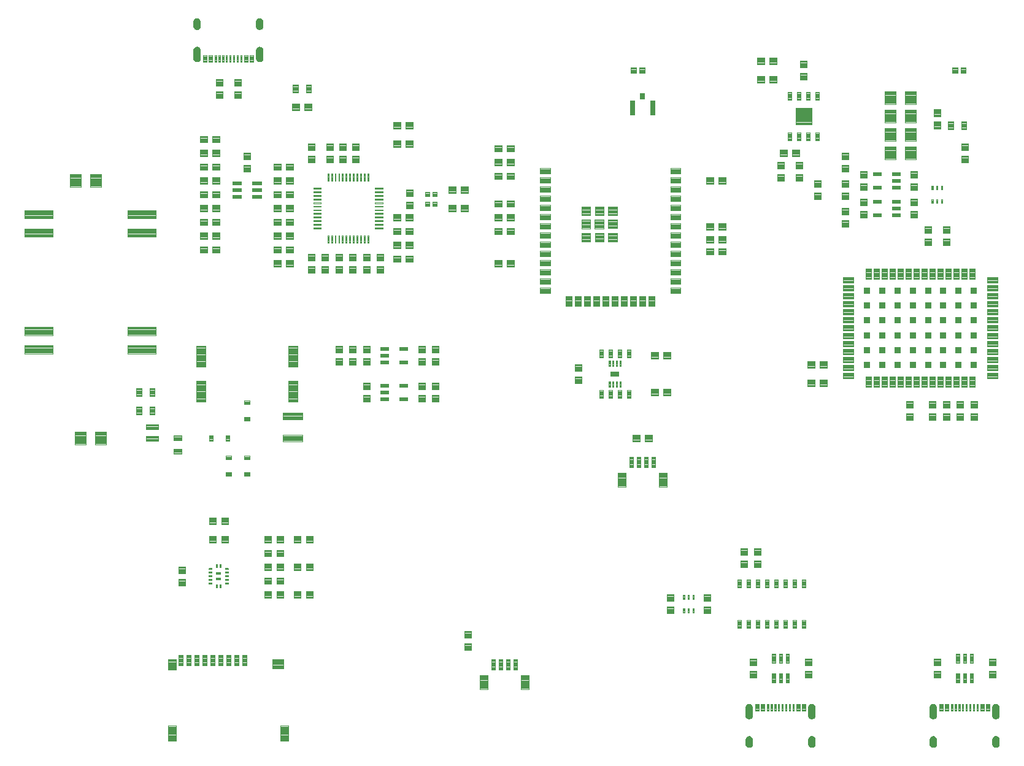
<source format=gtp>
G04 EAGLE Gerber RS-274X export*
G75*
%MOMM*%
%FSLAX34Y34*%
%LPD*%
%INSolderpaste Top*%
%IPPOS*%
%AMOC8*
5,1,8,0,0,1.08239X$1,22.5*%
G01*
%ADD10C,0.100000*%
%ADD11C,0.100800*%
%ADD12C,0.102000*%
%ADD13C,0.105000*%
%ADD14C,0.096000*%
%ADD15C,0.098000*%
%ADD16R,0.800000X0.400000*%
%ADD17C,0.099000*%
%ADD18C,0.106400*%
%ADD19C,0.104000*%
%ADD20R,0.900000X0.900000*%
%ADD21R,0.800000X0.850000*%
%ADD22R,0.700000X2.000000*%
%ADD23C,0.101600*%
%ADD24C,0.092453*%
%ADD25R,1.270000X0.762000*%

G36*
X338004Y950955D02*
X338004Y950955D01*
X338007Y950951D01*
X339115Y951121D01*
X339121Y951127D01*
X339126Y951124D01*
X340168Y951536D01*
X340172Y951543D01*
X340177Y951541D01*
X341102Y952175D01*
X341104Y952183D01*
X341110Y952182D01*
X341870Y953006D01*
X341871Y953014D01*
X341877Y953014D01*
X342434Y953986D01*
X342434Y953990D01*
X342435Y953991D01*
X342433Y953993D01*
X342433Y953994D01*
X342439Y953996D01*
X342766Y955068D01*
X342765Y955073D01*
X342767Y955074D01*
X342765Y955077D01*
X342768Y955079D01*
X342849Y956196D01*
X342848Y956199D01*
X342849Y956200D01*
X342849Y968200D01*
X342844Y968207D01*
X342848Y968211D01*
X342629Y969155D01*
X342623Y969161D01*
X342625Y969166D01*
X342202Y970038D01*
X342194Y970041D01*
X342196Y970047D01*
X341589Y970803D01*
X341581Y970805D01*
X341581Y970811D01*
X340821Y971412D01*
X340812Y971412D01*
X340811Y971418D01*
X339936Y971836D01*
X339928Y971834D01*
X339926Y971839D01*
X338980Y972052D01*
X338973Y972048D01*
X338969Y972053D01*
X338000Y972049D01*
X337999Y972049D01*
X336931Y972030D01*
X336930Y972030D01*
X336924Y972026D01*
X336920Y972029D01*
X335883Y971773D01*
X335878Y971766D01*
X335872Y971769D01*
X334918Y971288D01*
X334915Y971281D01*
X334909Y971282D01*
X334086Y970601D01*
X334084Y970593D01*
X334078Y970593D01*
X333427Y969746D01*
X333427Y969738D01*
X333421Y969737D01*
X332974Y968766D01*
X332976Y968758D01*
X332971Y968756D01*
X332752Y967710D01*
X332755Y967703D01*
X332751Y967700D01*
X332751Y955700D01*
X332754Y955695D01*
X332751Y955692D01*
X332931Y954597D01*
X332937Y954591D01*
X332934Y954586D01*
X333353Y953558D01*
X333360Y953554D01*
X333358Y953549D01*
X333996Y952640D01*
X334003Y952638D01*
X334003Y952632D01*
X334826Y951888D01*
X334834Y951887D01*
X334835Y951881D01*
X335803Y951339D01*
X335812Y951340D01*
X335814Y951334D01*
X336878Y951021D01*
X336886Y951024D01*
X336889Y951019D01*
X337997Y950951D01*
X338004Y950955D01*
G37*
G36*
X1440000Y43951D02*
X1440000Y43951D01*
X1440001Y43951D01*
X1441069Y43970D01*
X1441076Y43975D01*
X1441080Y43971D01*
X1442117Y44227D01*
X1442122Y44234D01*
X1442128Y44231D01*
X1443082Y44712D01*
X1443086Y44719D01*
X1443091Y44718D01*
X1443915Y45399D01*
X1443916Y45407D01*
X1443922Y45407D01*
X1444573Y46254D01*
X1444573Y46262D01*
X1444579Y46263D01*
X1445026Y47234D01*
X1445024Y47242D01*
X1445029Y47244D01*
X1445248Y48290D01*
X1445245Y48297D01*
X1445249Y48300D01*
X1445249Y60300D01*
X1445246Y60305D01*
X1445249Y60308D01*
X1445069Y61403D01*
X1445063Y61409D01*
X1445066Y61414D01*
X1444647Y62442D01*
X1444640Y62446D01*
X1444642Y62451D01*
X1444005Y63360D01*
X1443997Y63363D01*
X1443997Y63368D01*
X1443174Y64112D01*
X1443166Y64113D01*
X1443165Y64119D01*
X1442197Y64661D01*
X1442188Y64660D01*
X1442186Y64666D01*
X1441122Y64979D01*
X1441117Y64977D01*
X1441113Y64977D01*
X1441111Y64981D01*
X1440003Y65049D01*
X1439997Y65045D01*
X1439993Y65049D01*
X1438885Y64879D01*
X1438879Y64873D01*
X1438874Y64876D01*
X1437832Y64464D01*
X1437828Y64457D01*
X1437823Y64459D01*
X1436898Y63825D01*
X1436896Y63817D01*
X1436890Y63818D01*
X1436130Y62995D01*
X1436129Y62986D01*
X1436123Y62986D01*
X1435566Y62014D01*
X1435567Y62006D01*
X1435561Y62004D01*
X1435234Y60932D01*
X1435237Y60924D01*
X1435232Y60921D01*
X1435151Y59804D01*
X1435152Y59801D01*
X1435151Y59800D01*
X1435151Y47800D01*
X1435156Y47793D01*
X1435152Y47789D01*
X1435371Y46845D01*
X1435377Y46839D01*
X1435375Y46834D01*
X1435799Y45962D01*
X1435806Y45959D01*
X1435804Y45953D01*
X1436411Y45197D01*
X1436419Y45195D01*
X1436419Y45189D01*
X1437179Y44588D01*
X1437188Y44588D01*
X1437189Y44582D01*
X1438064Y44164D01*
X1438072Y44166D01*
X1438074Y44161D01*
X1439020Y43949D01*
X1439027Y43952D01*
X1439031Y43947D01*
X1440000Y43951D01*
G37*
G36*
X1186000Y43951D02*
X1186000Y43951D01*
X1186001Y43951D01*
X1187069Y43970D01*
X1187076Y43975D01*
X1187080Y43971D01*
X1188117Y44227D01*
X1188122Y44234D01*
X1188128Y44231D01*
X1189082Y44712D01*
X1189086Y44719D01*
X1189091Y44718D01*
X1189915Y45399D01*
X1189916Y45407D01*
X1189922Y45407D01*
X1190573Y46254D01*
X1190573Y46262D01*
X1190579Y46263D01*
X1191026Y47234D01*
X1191024Y47242D01*
X1191029Y47244D01*
X1191248Y48290D01*
X1191245Y48297D01*
X1191249Y48300D01*
X1191249Y60300D01*
X1191246Y60305D01*
X1191249Y60308D01*
X1191069Y61403D01*
X1191063Y61409D01*
X1191066Y61414D01*
X1190647Y62442D01*
X1190640Y62446D01*
X1190642Y62451D01*
X1190005Y63360D01*
X1189997Y63363D01*
X1189997Y63368D01*
X1189174Y64112D01*
X1189166Y64113D01*
X1189165Y64119D01*
X1188197Y64661D01*
X1188188Y64660D01*
X1188186Y64666D01*
X1187122Y64979D01*
X1187117Y64977D01*
X1187113Y64977D01*
X1187111Y64981D01*
X1186003Y65049D01*
X1185997Y65045D01*
X1185993Y65049D01*
X1184885Y64879D01*
X1184879Y64873D01*
X1184874Y64876D01*
X1183832Y64464D01*
X1183828Y64457D01*
X1183823Y64459D01*
X1182898Y63825D01*
X1182896Y63817D01*
X1182890Y63818D01*
X1182130Y62995D01*
X1182129Y62986D01*
X1182123Y62986D01*
X1181566Y62014D01*
X1181567Y62006D01*
X1181561Y62004D01*
X1181234Y60932D01*
X1181237Y60924D01*
X1181232Y60921D01*
X1181151Y59804D01*
X1181152Y59801D01*
X1181151Y59800D01*
X1181151Y47800D01*
X1181156Y47793D01*
X1181152Y47789D01*
X1181371Y46845D01*
X1181377Y46839D01*
X1181375Y46834D01*
X1181799Y45962D01*
X1181806Y45959D01*
X1181804Y45953D01*
X1182411Y45197D01*
X1182419Y45195D01*
X1182419Y45189D01*
X1183179Y44588D01*
X1183188Y44588D01*
X1183189Y44582D01*
X1184064Y44164D01*
X1184072Y44166D01*
X1184074Y44161D01*
X1185020Y43949D01*
X1185027Y43952D01*
X1185031Y43947D01*
X1186000Y43951D01*
G37*
G36*
X424502Y950954D02*
X424502Y950954D01*
X424506Y950951D01*
X425551Y951069D01*
X425557Y951075D01*
X425562Y951071D01*
X426556Y951419D01*
X426560Y951426D01*
X426565Y951424D01*
X427457Y951984D01*
X427460Y951991D01*
X427465Y951991D01*
X428209Y952735D01*
X428211Y952743D01*
X428216Y952743D01*
X428776Y953635D01*
X428776Y953642D01*
X428777Y953643D01*
X428781Y953644D01*
X429129Y954638D01*
X429126Y954646D01*
X429131Y954649D01*
X429249Y955695D01*
X429247Y955698D01*
X429249Y955700D01*
X429249Y967700D01*
X429246Y967705D01*
X429249Y967708D01*
X429091Y968704D01*
X429085Y968710D01*
X429088Y968715D01*
X428713Y969651D01*
X428706Y969655D01*
X428708Y969661D01*
X428134Y970490D01*
X428126Y970493D01*
X428127Y970498D01*
X427383Y971179D01*
X427374Y971180D01*
X427374Y971186D01*
X426497Y971684D01*
X426489Y971683D01*
X426486Y971688D01*
X425521Y971979D01*
X425513Y971976D01*
X425510Y971981D01*
X424503Y972049D01*
X424501Y972048D01*
X424500Y972049D01*
X423419Y972040D01*
X423412Y972035D01*
X423408Y972039D01*
X422356Y971790D01*
X422351Y971783D01*
X422346Y971786D01*
X421376Y971309D01*
X421373Y971301D01*
X421367Y971303D01*
X420528Y970622D01*
X420526Y970614D01*
X420520Y970614D01*
X419854Y969764D01*
X419853Y969755D01*
X419848Y969754D01*
X419387Y968777D01*
X419389Y968769D01*
X419384Y968766D01*
X419152Y967711D01*
X419155Y967703D01*
X419151Y967700D01*
X419151Y955700D01*
X419155Y955695D01*
X419151Y955692D01*
X419344Y954586D01*
X419350Y954581D01*
X419347Y954576D01*
X419780Y953541D01*
X419787Y953537D01*
X419785Y953532D01*
X420438Y952619D01*
X420446Y952617D01*
X420445Y952611D01*
X421284Y951867D01*
X421293Y951866D01*
X421293Y951861D01*
X422277Y951322D01*
X422285Y951323D01*
X422287Y951318D01*
X423366Y951011D01*
X423374Y951014D01*
X423377Y951009D01*
X424497Y950951D01*
X424502Y950954D01*
G37*
G36*
X1100581Y43960D02*
X1100581Y43960D01*
X1100588Y43965D01*
X1100592Y43961D01*
X1101644Y44211D01*
X1101649Y44217D01*
X1101654Y44214D01*
X1102624Y44691D01*
X1102627Y44699D01*
X1102633Y44697D01*
X1103472Y45378D01*
X1103474Y45386D01*
X1103480Y45386D01*
X1104146Y46237D01*
X1104147Y46245D01*
X1104152Y46246D01*
X1104613Y47223D01*
X1104611Y47231D01*
X1104617Y47234D01*
X1104848Y48289D01*
X1104845Y48297D01*
X1104849Y48300D01*
X1104849Y60300D01*
X1104845Y60305D01*
X1104849Y60308D01*
X1104656Y61414D01*
X1104650Y61419D01*
X1104653Y61424D01*
X1104220Y62459D01*
X1104213Y62463D01*
X1104215Y62468D01*
X1103562Y63381D01*
X1103554Y63383D01*
X1103555Y63389D01*
X1102716Y64133D01*
X1102707Y64134D01*
X1102707Y64139D01*
X1101723Y64678D01*
X1101715Y64677D01*
X1101713Y64682D01*
X1100634Y64989D01*
X1100626Y64986D01*
X1100623Y64991D01*
X1099503Y65049D01*
X1099498Y65046D01*
X1099495Y65049D01*
X1098449Y64931D01*
X1098443Y64925D01*
X1098438Y64929D01*
X1097444Y64581D01*
X1097440Y64574D01*
X1097435Y64576D01*
X1096543Y64016D01*
X1096541Y64009D01*
X1096535Y64009D01*
X1095791Y63265D01*
X1095789Y63257D01*
X1095784Y63257D01*
X1095224Y62365D01*
X1095224Y62357D01*
X1095219Y62356D01*
X1094871Y61362D01*
X1094874Y61354D01*
X1094869Y61351D01*
X1094751Y60306D01*
X1094753Y60302D01*
X1094751Y60300D01*
X1094751Y48300D01*
X1094754Y48295D01*
X1094751Y48292D01*
X1094909Y47296D01*
X1094915Y47290D01*
X1094912Y47285D01*
X1095287Y46349D01*
X1095294Y46345D01*
X1095292Y46339D01*
X1095866Y45510D01*
X1095874Y45507D01*
X1095873Y45502D01*
X1096617Y44821D01*
X1096626Y44820D01*
X1096626Y44814D01*
X1097503Y44316D01*
X1097512Y44317D01*
X1097514Y44312D01*
X1098479Y44021D01*
X1098487Y44024D01*
X1098490Y44019D01*
X1099497Y43951D01*
X1099499Y43952D01*
X1099500Y43951D01*
X1100581Y43960D01*
G37*
G36*
X1354581Y43960D02*
X1354581Y43960D01*
X1354588Y43965D01*
X1354592Y43961D01*
X1355644Y44211D01*
X1355649Y44217D01*
X1355654Y44214D01*
X1356624Y44691D01*
X1356627Y44699D01*
X1356633Y44697D01*
X1357472Y45378D01*
X1357474Y45386D01*
X1357480Y45386D01*
X1358146Y46237D01*
X1358147Y46245D01*
X1358152Y46246D01*
X1358613Y47223D01*
X1358611Y47231D01*
X1358617Y47234D01*
X1358848Y48289D01*
X1358845Y48297D01*
X1358849Y48300D01*
X1358849Y60300D01*
X1358845Y60305D01*
X1358849Y60308D01*
X1358656Y61414D01*
X1358650Y61419D01*
X1358653Y61424D01*
X1358220Y62459D01*
X1358213Y62463D01*
X1358215Y62468D01*
X1357562Y63381D01*
X1357554Y63383D01*
X1357555Y63389D01*
X1356716Y64133D01*
X1356707Y64134D01*
X1356707Y64139D01*
X1355723Y64678D01*
X1355715Y64677D01*
X1355713Y64682D01*
X1354634Y64989D01*
X1354626Y64986D01*
X1354623Y64991D01*
X1353503Y65049D01*
X1353498Y65046D01*
X1353495Y65049D01*
X1352449Y64931D01*
X1352443Y64925D01*
X1352438Y64929D01*
X1351444Y64581D01*
X1351440Y64574D01*
X1351435Y64576D01*
X1350543Y64016D01*
X1350541Y64009D01*
X1350535Y64009D01*
X1349791Y63265D01*
X1349789Y63257D01*
X1349784Y63257D01*
X1349224Y62365D01*
X1349224Y62357D01*
X1349219Y62356D01*
X1348871Y61362D01*
X1348874Y61354D01*
X1348869Y61351D01*
X1348751Y60306D01*
X1348753Y60302D01*
X1348751Y60300D01*
X1348751Y48300D01*
X1348754Y48295D01*
X1348751Y48292D01*
X1348909Y47296D01*
X1348915Y47290D01*
X1348912Y47285D01*
X1349287Y46349D01*
X1349294Y46345D01*
X1349292Y46339D01*
X1349866Y45510D01*
X1349874Y45507D01*
X1349873Y45502D01*
X1350617Y44821D01*
X1350626Y44820D01*
X1350626Y44814D01*
X1351503Y44316D01*
X1351512Y44317D01*
X1351514Y44312D01*
X1352479Y44021D01*
X1352487Y44024D01*
X1352490Y44019D01*
X1353497Y43951D01*
X1353499Y43952D01*
X1353500Y43951D01*
X1354581Y43960D01*
G37*
G36*
X1186504Y4455D02*
X1186504Y4455D01*
X1186507Y4451D01*
X1187583Y4606D01*
X1187588Y4612D01*
X1187593Y4609D01*
X1188607Y4999D01*
X1188611Y5006D01*
X1188617Y5005D01*
X1189519Y5611D01*
X1189521Y5619D01*
X1189527Y5618D01*
X1190271Y6410D01*
X1190272Y6418D01*
X1190278Y6418D01*
X1190827Y7356D01*
X1190826Y7364D01*
X1190832Y7366D01*
X1191159Y8402D01*
X1191156Y8410D01*
X1191161Y8413D01*
X1191249Y9496D01*
X1191247Y9499D01*
X1191249Y9500D01*
X1191249Y15500D01*
X1191246Y15504D01*
X1191249Y15506D01*
X1191099Y16639D01*
X1191093Y16645D01*
X1191096Y16650D01*
X1190698Y17720D01*
X1190691Y17724D01*
X1190693Y17730D01*
X1190066Y18685D01*
X1190058Y18688D01*
X1190059Y18693D01*
X1189236Y19485D01*
X1189228Y19486D01*
X1189227Y19492D01*
X1188248Y20081D01*
X1188240Y20080D01*
X1188238Y20085D01*
X1187153Y20441D01*
X1187145Y20439D01*
X1187142Y20443D01*
X1186005Y20549D01*
X1185996Y20544D01*
X1185991Y20548D01*
X1184854Y20341D01*
X1184848Y20335D01*
X1184843Y20338D01*
X1183781Y19883D01*
X1183777Y19876D01*
X1183771Y19878D01*
X1182836Y19198D01*
X1182834Y19190D01*
X1182828Y19191D01*
X1182068Y18320D01*
X1182068Y18312D01*
X1182062Y18311D01*
X1181515Y17292D01*
X1181516Y17284D01*
X1181511Y17282D01*
X1181507Y17269D01*
X1181494Y17220D01*
X1181493Y17220D01*
X1181494Y17220D01*
X1181480Y17171D01*
X1181466Y17121D01*
X1181453Y17072D01*
X1181439Y17023D01*
X1181426Y16974D01*
X1181412Y16924D01*
X1181399Y16875D01*
X1181385Y16826D01*
X1181371Y16777D01*
X1181358Y16727D01*
X1181344Y16678D01*
X1181331Y16629D01*
X1181317Y16580D01*
X1181304Y16530D01*
X1181290Y16481D01*
X1181277Y16432D01*
X1181276Y16432D01*
X1181263Y16383D01*
X1181249Y16333D01*
X1181204Y16168D01*
X1181207Y16160D01*
X1181202Y16157D01*
X1181151Y15002D01*
X1181152Y15001D01*
X1181151Y15000D01*
X1181151Y9000D01*
X1181155Y8994D01*
X1181152Y8991D01*
X1181364Y7910D01*
X1181370Y7905D01*
X1181367Y7900D01*
X1181814Y6894D01*
X1181821Y6890D01*
X1181819Y6884D01*
X1182479Y6003D01*
X1182487Y6000D01*
X1182487Y5995D01*
X1183326Y5282D01*
X1183334Y5282D01*
X1183335Y5276D01*
X1184312Y4768D01*
X1184320Y4769D01*
X1184322Y4764D01*
X1185387Y4486D01*
X1185395Y4489D01*
X1185398Y4485D01*
X1186499Y4451D01*
X1186504Y4455D01*
G37*
G36*
X1440504Y4455D02*
X1440504Y4455D01*
X1440507Y4451D01*
X1441583Y4606D01*
X1441588Y4612D01*
X1441593Y4609D01*
X1442607Y4999D01*
X1442611Y5006D01*
X1442617Y5005D01*
X1443519Y5611D01*
X1443521Y5619D01*
X1443527Y5618D01*
X1444271Y6410D01*
X1444272Y6418D01*
X1444278Y6418D01*
X1444827Y7356D01*
X1444826Y7364D01*
X1444832Y7366D01*
X1445159Y8402D01*
X1445156Y8410D01*
X1445161Y8413D01*
X1445249Y9496D01*
X1445247Y9499D01*
X1445249Y9500D01*
X1445249Y15500D01*
X1445246Y15504D01*
X1445249Y15506D01*
X1445099Y16639D01*
X1445093Y16645D01*
X1445096Y16650D01*
X1444698Y17720D01*
X1444691Y17724D01*
X1444693Y17730D01*
X1444066Y18685D01*
X1444058Y18688D01*
X1444059Y18693D01*
X1443236Y19485D01*
X1443228Y19486D01*
X1443227Y19492D01*
X1442248Y20081D01*
X1442240Y20080D01*
X1442238Y20085D01*
X1441153Y20441D01*
X1441145Y20439D01*
X1441142Y20443D01*
X1440005Y20549D01*
X1439996Y20544D01*
X1439991Y20548D01*
X1438854Y20341D01*
X1438848Y20335D01*
X1438843Y20338D01*
X1437781Y19883D01*
X1437777Y19876D01*
X1437771Y19878D01*
X1436836Y19198D01*
X1436834Y19190D01*
X1436828Y19191D01*
X1436068Y18320D01*
X1436068Y18312D01*
X1436062Y18311D01*
X1435515Y17292D01*
X1435516Y17284D01*
X1435511Y17282D01*
X1435507Y17269D01*
X1435494Y17220D01*
X1435493Y17220D01*
X1435494Y17220D01*
X1435480Y17171D01*
X1435466Y17121D01*
X1435453Y17072D01*
X1435439Y17023D01*
X1435426Y16974D01*
X1435412Y16924D01*
X1435399Y16875D01*
X1435385Y16826D01*
X1435371Y16777D01*
X1435358Y16727D01*
X1435344Y16678D01*
X1435331Y16629D01*
X1435317Y16580D01*
X1435304Y16530D01*
X1435290Y16481D01*
X1435277Y16432D01*
X1435276Y16432D01*
X1435263Y16383D01*
X1435249Y16333D01*
X1435204Y16168D01*
X1435207Y16160D01*
X1435202Y16157D01*
X1435151Y15002D01*
X1435152Y15001D01*
X1435151Y15000D01*
X1435151Y9000D01*
X1435155Y8994D01*
X1435152Y8991D01*
X1435364Y7910D01*
X1435370Y7905D01*
X1435367Y7900D01*
X1435814Y6894D01*
X1435821Y6890D01*
X1435819Y6884D01*
X1436479Y6003D01*
X1436487Y6000D01*
X1436487Y5995D01*
X1437326Y5282D01*
X1437334Y5282D01*
X1437335Y5276D01*
X1438312Y4768D01*
X1438320Y4769D01*
X1438322Y4764D01*
X1439387Y4486D01*
X1439395Y4489D01*
X1439398Y4485D01*
X1440499Y4451D01*
X1440504Y4455D01*
G37*
G36*
X338004Y995456D02*
X338004Y995456D01*
X338009Y995452D01*
X339146Y995659D01*
X339152Y995665D01*
X339157Y995662D01*
X340219Y996117D01*
X340223Y996124D01*
X340229Y996122D01*
X341164Y996802D01*
X341166Y996810D01*
X341172Y996809D01*
X341932Y997680D01*
X341932Y997688D01*
X341938Y997689D01*
X342485Y998708D01*
X342484Y998716D01*
X342489Y998718D01*
X342495Y998737D01*
X342508Y998786D01*
X342522Y998836D01*
X342535Y998885D01*
X342549Y998934D01*
X342562Y998983D01*
X342563Y998983D01*
X342562Y998983D01*
X342576Y999033D01*
X342590Y999082D01*
X342603Y999131D01*
X342617Y999180D01*
X342630Y999230D01*
X342644Y999279D01*
X342657Y999328D01*
X342671Y999377D01*
X342685Y999427D01*
X342698Y999476D01*
X342712Y999525D01*
X342796Y999832D01*
X342793Y999840D01*
X342798Y999843D01*
X342849Y1000998D01*
X342848Y1000999D01*
X342849Y1001000D01*
X342849Y1007000D01*
X342845Y1007006D01*
X342848Y1007009D01*
X342636Y1008090D01*
X342630Y1008095D01*
X342633Y1008100D01*
X342186Y1009106D01*
X342179Y1009110D01*
X342181Y1009116D01*
X341521Y1009997D01*
X341513Y1010000D01*
X341513Y1010005D01*
X340674Y1010718D01*
X340666Y1010718D01*
X340665Y1010724D01*
X339688Y1011232D01*
X339680Y1011231D01*
X339678Y1011236D01*
X338613Y1011514D01*
X338605Y1011511D01*
X338602Y1011515D01*
X337502Y1011549D01*
X337496Y1011546D01*
X337493Y1011549D01*
X336418Y1011394D01*
X336412Y1011388D01*
X336407Y1011391D01*
X335393Y1011001D01*
X335389Y1010994D01*
X335383Y1010996D01*
X334481Y1010389D01*
X334479Y1010381D01*
X334473Y1010382D01*
X333729Y1009590D01*
X333728Y1009582D01*
X333722Y1009582D01*
X333173Y1008644D01*
X333174Y1008636D01*
X333168Y1008634D01*
X332841Y1007598D01*
X332844Y1007590D01*
X332839Y1007587D01*
X332751Y1006504D01*
X332753Y1006501D01*
X332751Y1006500D01*
X332751Y1000500D01*
X332754Y1000496D01*
X332751Y1000494D01*
X332901Y999361D01*
X332907Y999355D01*
X332904Y999350D01*
X333302Y998280D01*
X333309Y998276D01*
X333307Y998270D01*
X333934Y997315D01*
X333942Y997312D01*
X333941Y997307D01*
X334764Y996515D01*
X334772Y996514D01*
X334773Y996508D01*
X335752Y995919D01*
X335760Y995920D01*
X335762Y995915D01*
X336847Y995559D01*
X336855Y995562D01*
X336858Y995557D01*
X337995Y995451D01*
X338004Y995456D01*
G37*
G36*
X1100002Y4455D02*
X1100002Y4455D01*
X1100007Y4451D01*
X1101094Y4596D01*
X1101100Y4602D01*
X1101105Y4599D01*
X1102133Y4983D01*
X1102138Y4989D01*
X1102143Y4988D01*
X1103060Y5590D01*
X1103063Y5598D01*
X1103069Y5597D01*
X1103829Y6389D01*
X1103830Y6397D01*
X1103836Y6398D01*
X1104400Y7339D01*
X1104400Y7342D01*
X1104401Y7343D01*
X1104400Y7345D01*
X1104399Y7347D01*
X1104405Y7349D01*
X1104746Y8392D01*
X1104744Y8400D01*
X1104748Y8403D01*
X1104849Y9496D01*
X1104847Y9498D01*
X1104849Y9500D01*
X1104849Y15500D01*
X1104847Y15503D01*
X1104849Y15505D01*
X1104748Y16597D01*
X1104743Y16603D01*
X1104746Y16608D01*
X1104405Y17651D01*
X1104398Y17656D01*
X1104400Y17661D01*
X1103836Y18602D01*
X1103828Y18605D01*
X1103829Y18611D01*
X1103069Y19403D01*
X1103061Y19404D01*
X1103060Y19410D01*
X1102143Y20013D01*
X1102135Y20012D01*
X1102133Y20018D01*
X1101105Y20401D01*
X1101097Y20399D01*
X1101094Y20404D01*
X1100007Y20549D01*
X1099999Y20545D01*
X1099995Y20549D01*
X1098858Y20443D01*
X1098852Y20438D01*
X1098847Y20441D01*
X1097762Y20085D01*
X1097757Y20078D01*
X1097752Y20081D01*
X1096773Y19492D01*
X1096770Y19484D01*
X1096764Y19485D01*
X1095941Y18693D01*
X1095940Y18685D01*
X1095934Y18685D01*
X1095307Y17730D01*
X1095308Y17722D01*
X1095302Y17720D01*
X1094904Y16650D01*
X1094906Y16642D01*
X1094901Y16639D01*
X1094751Y15506D01*
X1094754Y15502D01*
X1094751Y15500D01*
X1094751Y9500D01*
X1094754Y9496D01*
X1094751Y9494D01*
X1094901Y8361D01*
X1094907Y8355D01*
X1094904Y8350D01*
X1095302Y7280D01*
X1095309Y7276D01*
X1095307Y7270D01*
X1095934Y6315D01*
X1095942Y6312D01*
X1095941Y6307D01*
X1096764Y5515D01*
X1096772Y5514D01*
X1096773Y5508D01*
X1097752Y4919D01*
X1097760Y4920D01*
X1097762Y4915D01*
X1098847Y4559D01*
X1098855Y4562D01*
X1098858Y4557D01*
X1099995Y4451D01*
X1100002Y4455D01*
G37*
G36*
X1354002Y4455D02*
X1354002Y4455D01*
X1354007Y4451D01*
X1355094Y4596D01*
X1355100Y4602D01*
X1355105Y4599D01*
X1356133Y4983D01*
X1356138Y4989D01*
X1356143Y4988D01*
X1357060Y5590D01*
X1357063Y5598D01*
X1357069Y5597D01*
X1357829Y6389D01*
X1357830Y6397D01*
X1357836Y6398D01*
X1358400Y7339D01*
X1358400Y7342D01*
X1358401Y7343D01*
X1358400Y7345D01*
X1358399Y7347D01*
X1358405Y7349D01*
X1358746Y8392D01*
X1358744Y8400D01*
X1358748Y8403D01*
X1358849Y9496D01*
X1358847Y9498D01*
X1358849Y9500D01*
X1358849Y15500D01*
X1358847Y15503D01*
X1358849Y15505D01*
X1358748Y16597D01*
X1358743Y16603D01*
X1358746Y16608D01*
X1358405Y17651D01*
X1358398Y17656D01*
X1358400Y17661D01*
X1357836Y18602D01*
X1357828Y18605D01*
X1357829Y18611D01*
X1357069Y19403D01*
X1357061Y19404D01*
X1357060Y19410D01*
X1356143Y20013D01*
X1356135Y20012D01*
X1356133Y20018D01*
X1355105Y20401D01*
X1355097Y20399D01*
X1355094Y20404D01*
X1354007Y20549D01*
X1353999Y20545D01*
X1353995Y20549D01*
X1352858Y20443D01*
X1352852Y20438D01*
X1352847Y20441D01*
X1351762Y20085D01*
X1351757Y20078D01*
X1351752Y20081D01*
X1350773Y19492D01*
X1350770Y19484D01*
X1350764Y19485D01*
X1349941Y18693D01*
X1349940Y18685D01*
X1349934Y18685D01*
X1349307Y17730D01*
X1349308Y17722D01*
X1349302Y17720D01*
X1348904Y16650D01*
X1348906Y16642D01*
X1348901Y16639D01*
X1348751Y15506D01*
X1348754Y15502D01*
X1348751Y15500D01*
X1348751Y9500D01*
X1348754Y9496D01*
X1348751Y9494D01*
X1348901Y8361D01*
X1348907Y8355D01*
X1348904Y8350D01*
X1349302Y7280D01*
X1349309Y7276D01*
X1349307Y7270D01*
X1349934Y6315D01*
X1349942Y6312D01*
X1349941Y6307D01*
X1350764Y5515D01*
X1350772Y5514D01*
X1350773Y5508D01*
X1351752Y4919D01*
X1351760Y4920D01*
X1351762Y4915D01*
X1352847Y4559D01*
X1352855Y4562D01*
X1352858Y4557D01*
X1353995Y4451D01*
X1354002Y4455D01*
G37*
G36*
X425142Y995557D02*
X425142Y995557D01*
X425148Y995562D01*
X425153Y995559D01*
X426238Y995915D01*
X426243Y995922D01*
X426248Y995919D01*
X427227Y996508D01*
X427230Y996516D01*
X427236Y996515D01*
X428059Y997307D01*
X428060Y997315D01*
X428066Y997315D01*
X428693Y998270D01*
X428692Y998278D01*
X428698Y998280D01*
X429096Y999350D01*
X429094Y999358D01*
X429099Y999361D01*
X429249Y1000494D01*
X429246Y1000498D01*
X429249Y1000500D01*
X429249Y1006500D01*
X429246Y1006504D01*
X429249Y1006506D01*
X429099Y1007639D01*
X429093Y1007645D01*
X429096Y1007650D01*
X428698Y1008720D01*
X428691Y1008724D01*
X428693Y1008730D01*
X428066Y1009685D01*
X428058Y1009688D01*
X428059Y1009693D01*
X427236Y1010485D01*
X427228Y1010486D01*
X427227Y1010492D01*
X426248Y1011081D01*
X426240Y1011080D01*
X426238Y1011085D01*
X425153Y1011441D01*
X425145Y1011439D01*
X425142Y1011443D01*
X424005Y1011549D01*
X423998Y1011545D01*
X423994Y1011549D01*
X422906Y1011404D01*
X422900Y1011398D01*
X422895Y1011401D01*
X421867Y1011018D01*
X421862Y1011011D01*
X421857Y1011013D01*
X420940Y1010410D01*
X420937Y1010402D01*
X420931Y1010403D01*
X420171Y1009611D01*
X420170Y1009603D01*
X420164Y1009602D01*
X419600Y1008661D01*
X419601Y1008653D01*
X419595Y1008651D01*
X419254Y1007608D01*
X419256Y1007600D01*
X419252Y1007597D01*
X419151Y1006505D01*
X419153Y1006502D01*
X419151Y1006500D01*
X419151Y1000500D01*
X419153Y1000497D01*
X419151Y1000496D01*
X419252Y999403D01*
X419257Y999397D01*
X419254Y999392D01*
X419595Y998349D01*
X419602Y998344D01*
X419600Y998339D01*
X420164Y997398D01*
X420172Y997395D01*
X420171Y997389D01*
X420931Y996597D01*
X420939Y996596D01*
X420940Y996590D01*
X421857Y995988D01*
X421865Y995988D01*
X421867Y995983D01*
X422895Y995599D01*
X422903Y995601D01*
X422906Y995596D01*
X423994Y995451D01*
X424001Y995455D01*
X424005Y995451D01*
X425142Y995557D01*
G37*
G36*
X370676Y252430D02*
X370676Y252430D01*
X370689Y252428D01*
X370881Y252466D01*
X370899Y252478D01*
X370925Y252485D01*
X371088Y252593D01*
X371099Y252611D01*
X371122Y252627D01*
X371230Y252790D01*
X371234Y252811D01*
X371249Y252834D01*
X371287Y253026D01*
X371284Y253037D01*
X371289Y253050D01*
X371289Y257050D01*
X371285Y257061D01*
X371287Y257074D01*
X371249Y257266D01*
X371237Y257284D01*
X371230Y257310D01*
X371122Y257473D01*
X371110Y257481D01*
X371106Y257489D01*
X371098Y257492D01*
X371088Y257507D01*
X370925Y257615D01*
X370904Y257619D01*
X370881Y257634D01*
X370689Y257672D01*
X370678Y257669D01*
X370665Y257674D01*
X369665Y257674D01*
X369654Y257670D01*
X369641Y257672D01*
X369449Y257634D01*
X369431Y257622D01*
X369405Y257615D01*
X369242Y257507D01*
X369231Y257489D01*
X369227Y257486D01*
X369216Y257482D01*
X369215Y257477D01*
X369208Y257473D01*
X369100Y257310D01*
X369096Y257289D01*
X369081Y257266D01*
X369043Y257074D01*
X369046Y257063D01*
X369041Y257050D01*
X369041Y253050D01*
X369043Y253045D01*
X369042Y253041D01*
X369045Y253035D01*
X369043Y253026D01*
X369081Y252834D01*
X369093Y252816D01*
X369100Y252790D01*
X369208Y252627D01*
X369226Y252616D01*
X369242Y252593D01*
X369405Y252485D01*
X369426Y252481D01*
X369449Y252466D01*
X369641Y252428D01*
X369652Y252431D01*
X369665Y252426D01*
X370665Y252426D01*
X370676Y252430D01*
G37*
G36*
X365676Y252430D02*
X365676Y252430D01*
X365689Y252428D01*
X365881Y252466D01*
X365899Y252478D01*
X365925Y252485D01*
X366088Y252593D01*
X366099Y252611D01*
X366122Y252627D01*
X366230Y252790D01*
X366234Y252811D01*
X366249Y252834D01*
X366287Y253026D01*
X366284Y253037D01*
X366289Y253050D01*
X366289Y257050D01*
X366285Y257061D01*
X366287Y257074D01*
X366249Y257266D01*
X366237Y257284D01*
X366230Y257310D01*
X366122Y257473D01*
X366110Y257481D01*
X366106Y257489D01*
X366098Y257492D01*
X366088Y257507D01*
X365925Y257615D01*
X365904Y257619D01*
X365881Y257634D01*
X365689Y257672D01*
X365678Y257669D01*
X365665Y257674D01*
X364665Y257674D01*
X364654Y257670D01*
X364641Y257672D01*
X364449Y257634D01*
X364431Y257622D01*
X364405Y257615D01*
X364242Y257507D01*
X364231Y257489D01*
X364227Y257486D01*
X364216Y257482D01*
X364215Y257477D01*
X364208Y257473D01*
X364100Y257310D01*
X364096Y257289D01*
X364081Y257266D01*
X364043Y257074D01*
X364046Y257063D01*
X364041Y257050D01*
X364041Y253050D01*
X364043Y253045D01*
X364042Y253041D01*
X364045Y253035D01*
X364043Y253026D01*
X364081Y252834D01*
X364093Y252816D01*
X364100Y252790D01*
X364208Y252627D01*
X364226Y252616D01*
X364242Y252593D01*
X364405Y252485D01*
X364426Y252481D01*
X364449Y252466D01*
X364641Y252428D01*
X364652Y252431D01*
X364665Y252426D01*
X365665Y252426D01*
X365676Y252430D01*
G37*
G36*
X370676Y224930D02*
X370676Y224930D01*
X370689Y224928D01*
X370881Y224966D01*
X370899Y224978D01*
X370925Y224985D01*
X371088Y225093D01*
X371099Y225111D01*
X371122Y225127D01*
X371230Y225290D01*
X371234Y225311D01*
X371249Y225334D01*
X371287Y225526D01*
X371284Y225537D01*
X371289Y225550D01*
X371289Y229550D01*
X371285Y229561D01*
X371287Y229574D01*
X371249Y229766D01*
X371237Y229784D01*
X371230Y229810D01*
X371122Y229973D01*
X371110Y229981D01*
X371106Y229989D01*
X371098Y229992D01*
X371088Y230007D01*
X370925Y230115D01*
X370904Y230119D01*
X370881Y230134D01*
X370689Y230172D01*
X370678Y230169D01*
X370665Y230174D01*
X369665Y230174D01*
X369654Y230170D01*
X369641Y230172D01*
X369449Y230134D01*
X369431Y230122D01*
X369405Y230115D01*
X369242Y230007D01*
X369231Y229989D01*
X369227Y229986D01*
X369216Y229982D01*
X369215Y229977D01*
X369208Y229973D01*
X369100Y229810D01*
X369096Y229789D01*
X369081Y229766D01*
X369043Y229574D01*
X369046Y229563D01*
X369041Y229550D01*
X369041Y225550D01*
X369043Y225545D01*
X369042Y225541D01*
X369045Y225535D01*
X369043Y225526D01*
X369081Y225334D01*
X369093Y225316D01*
X369100Y225290D01*
X369208Y225127D01*
X369226Y225116D01*
X369242Y225093D01*
X369405Y224985D01*
X369426Y224981D01*
X369449Y224966D01*
X369641Y224928D01*
X369652Y224931D01*
X369665Y224926D01*
X370665Y224926D01*
X370676Y224930D01*
G37*
G36*
X365676Y224930D02*
X365676Y224930D01*
X365689Y224928D01*
X365881Y224966D01*
X365899Y224978D01*
X365925Y224985D01*
X366088Y225093D01*
X366099Y225111D01*
X366122Y225127D01*
X366230Y225290D01*
X366234Y225311D01*
X366249Y225334D01*
X366287Y225526D01*
X366284Y225537D01*
X366289Y225550D01*
X366289Y229550D01*
X366285Y229561D01*
X366287Y229574D01*
X366249Y229766D01*
X366237Y229784D01*
X366230Y229810D01*
X366122Y229973D01*
X366110Y229981D01*
X366106Y229989D01*
X366098Y229992D01*
X366088Y230007D01*
X365925Y230115D01*
X365904Y230119D01*
X365881Y230134D01*
X365689Y230172D01*
X365678Y230169D01*
X365665Y230174D01*
X364665Y230174D01*
X364654Y230170D01*
X364641Y230172D01*
X364449Y230134D01*
X364431Y230122D01*
X364405Y230115D01*
X364242Y230007D01*
X364231Y229989D01*
X364227Y229986D01*
X364216Y229982D01*
X364215Y229977D01*
X364208Y229973D01*
X364100Y229810D01*
X364096Y229789D01*
X364081Y229766D01*
X364043Y229574D01*
X364046Y229563D01*
X364041Y229550D01*
X364041Y225550D01*
X364043Y225545D01*
X364042Y225541D01*
X364045Y225535D01*
X364043Y225526D01*
X364081Y225334D01*
X364093Y225316D01*
X364100Y225290D01*
X364208Y225127D01*
X364226Y225116D01*
X364242Y225093D01*
X364405Y224985D01*
X364426Y224981D01*
X364449Y224966D01*
X364641Y224928D01*
X364652Y224931D01*
X364665Y224926D01*
X365665Y224926D01*
X365676Y224930D01*
G37*
G36*
X380926Y250180D02*
X380926Y250180D01*
X380939Y250178D01*
X381131Y250216D01*
X381149Y250228D01*
X381175Y250235D01*
X381338Y250343D01*
X381349Y250361D01*
X381372Y250377D01*
X381480Y250540D01*
X381484Y250561D01*
X381499Y250584D01*
X381537Y250776D01*
X381534Y250787D01*
X381539Y250800D01*
X381539Y251800D01*
X381535Y251811D01*
X381537Y251824D01*
X381499Y252016D01*
X381487Y252034D01*
X381480Y252060D01*
X381372Y252223D01*
X381354Y252234D01*
X381338Y252257D01*
X381175Y252365D01*
X381154Y252369D01*
X381131Y252384D01*
X380939Y252422D01*
X380928Y252419D01*
X380915Y252424D01*
X376915Y252424D01*
X376904Y252420D01*
X376891Y252422D01*
X376699Y252384D01*
X376681Y252372D01*
X376655Y252365D01*
X376492Y252257D01*
X376488Y252250D01*
X376487Y252250D01*
X376486Y252247D01*
X376481Y252239D01*
X376458Y252223D01*
X376350Y252060D01*
X376346Y252039D01*
X376331Y252016D01*
X376293Y251824D01*
X376296Y251813D01*
X376291Y251800D01*
X376291Y250800D01*
X376293Y250795D01*
X376292Y250791D01*
X376295Y250785D01*
X376293Y250776D01*
X376331Y250584D01*
X376343Y250566D01*
X376350Y250540D01*
X376458Y250377D01*
X376476Y250366D01*
X376492Y250343D01*
X376655Y250235D01*
X376676Y250231D01*
X376699Y250216D01*
X376891Y250178D01*
X376902Y250181D01*
X376915Y250176D01*
X380915Y250176D01*
X380926Y250180D01*
G37*
G36*
X358426Y250180D02*
X358426Y250180D01*
X358439Y250178D01*
X358631Y250216D01*
X358649Y250228D01*
X358675Y250235D01*
X358838Y250343D01*
X358849Y250361D01*
X358872Y250377D01*
X358980Y250540D01*
X358984Y250561D01*
X358999Y250584D01*
X359037Y250776D01*
X359034Y250787D01*
X359039Y250800D01*
X359039Y251800D01*
X359035Y251811D01*
X359037Y251824D01*
X358999Y252016D01*
X358987Y252034D01*
X358980Y252060D01*
X358872Y252223D01*
X358854Y252234D01*
X358838Y252257D01*
X358675Y252365D01*
X358654Y252369D01*
X358631Y252384D01*
X358439Y252422D01*
X358428Y252419D01*
X358415Y252424D01*
X354415Y252424D01*
X354404Y252420D01*
X354391Y252422D01*
X354199Y252384D01*
X354181Y252372D01*
X354155Y252365D01*
X353992Y252257D01*
X353988Y252250D01*
X353987Y252250D01*
X353986Y252247D01*
X353981Y252239D01*
X353958Y252223D01*
X353850Y252060D01*
X353846Y252039D01*
X353831Y252016D01*
X353793Y251824D01*
X353796Y251813D01*
X353791Y251800D01*
X353791Y250800D01*
X353793Y250795D01*
X353792Y250791D01*
X353795Y250785D01*
X353793Y250776D01*
X353831Y250584D01*
X353843Y250566D01*
X353850Y250540D01*
X353958Y250377D01*
X353976Y250366D01*
X353992Y250343D01*
X354155Y250235D01*
X354176Y250231D01*
X354199Y250216D01*
X354391Y250178D01*
X354402Y250181D01*
X354415Y250176D01*
X358415Y250176D01*
X358426Y250180D01*
G37*
G36*
X358426Y245180D02*
X358426Y245180D01*
X358439Y245178D01*
X358631Y245216D01*
X358649Y245228D01*
X358675Y245235D01*
X358838Y245343D01*
X358849Y245361D01*
X358872Y245377D01*
X358980Y245540D01*
X358984Y245561D01*
X358999Y245584D01*
X359037Y245776D01*
X359034Y245787D01*
X359039Y245800D01*
X359039Y246800D01*
X359035Y246811D01*
X359037Y246824D01*
X358999Y247016D01*
X358987Y247034D01*
X358980Y247060D01*
X358872Y247223D01*
X358854Y247234D01*
X358838Y247257D01*
X358675Y247365D01*
X358654Y247369D01*
X358631Y247384D01*
X358439Y247422D01*
X358428Y247419D01*
X358415Y247424D01*
X354415Y247424D01*
X354404Y247420D01*
X354391Y247422D01*
X354199Y247384D01*
X354181Y247372D01*
X354155Y247365D01*
X353992Y247257D01*
X353988Y247250D01*
X353987Y247250D01*
X353986Y247247D01*
X353981Y247239D01*
X353958Y247223D01*
X353850Y247060D01*
X353846Y247039D01*
X353831Y247016D01*
X353793Y246824D01*
X353796Y246813D01*
X353791Y246800D01*
X353791Y245800D01*
X353793Y245795D01*
X353792Y245791D01*
X353795Y245785D01*
X353793Y245776D01*
X353831Y245584D01*
X353843Y245566D01*
X353850Y245540D01*
X353958Y245377D01*
X353976Y245366D01*
X353992Y245343D01*
X354155Y245235D01*
X354176Y245231D01*
X354199Y245216D01*
X354391Y245178D01*
X354402Y245181D01*
X354415Y245176D01*
X358415Y245176D01*
X358426Y245180D01*
G37*
G36*
X380926Y245180D02*
X380926Y245180D01*
X380939Y245178D01*
X381131Y245216D01*
X381149Y245228D01*
X381175Y245235D01*
X381338Y245343D01*
X381349Y245361D01*
X381372Y245377D01*
X381480Y245540D01*
X381484Y245561D01*
X381499Y245584D01*
X381537Y245776D01*
X381534Y245787D01*
X381539Y245800D01*
X381539Y246800D01*
X381535Y246811D01*
X381537Y246824D01*
X381499Y247016D01*
X381487Y247034D01*
X381480Y247060D01*
X381372Y247223D01*
X381354Y247234D01*
X381338Y247257D01*
X381175Y247365D01*
X381154Y247369D01*
X381131Y247384D01*
X380939Y247422D01*
X380928Y247419D01*
X380915Y247424D01*
X376915Y247424D01*
X376904Y247420D01*
X376891Y247422D01*
X376699Y247384D01*
X376681Y247372D01*
X376655Y247365D01*
X376492Y247257D01*
X376488Y247250D01*
X376487Y247250D01*
X376486Y247247D01*
X376481Y247239D01*
X376458Y247223D01*
X376350Y247060D01*
X376346Y247039D01*
X376331Y247016D01*
X376293Y246824D01*
X376296Y246813D01*
X376291Y246800D01*
X376291Y245800D01*
X376293Y245795D01*
X376292Y245791D01*
X376295Y245785D01*
X376293Y245776D01*
X376331Y245584D01*
X376343Y245566D01*
X376350Y245540D01*
X376458Y245377D01*
X376476Y245366D01*
X376492Y245343D01*
X376655Y245235D01*
X376676Y245231D01*
X376699Y245216D01*
X376891Y245178D01*
X376902Y245181D01*
X376915Y245176D01*
X380915Y245176D01*
X380926Y245180D01*
G37*
G36*
X358426Y240180D02*
X358426Y240180D01*
X358439Y240178D01*
X358631Y240216D01*
X358649Y240228D01*
X358675Y240235D01*
X358838Y240343D01*
X358849Y240361D01*
X358872Y240377D01*
X358980Y240540D01*
X358984Y240561D01*
X358999Y240584D01*
X359037Y240776D01*
X359034Y240787D01*
X359039Y240800D01*
X359039Y241800D01*
X359035Y241811D01*
X359037Y241824D01*
X358999Y242016D01*
X358987Y242034D01*
X358980Y242060D01*
X358872Y242223D01*
X358854Y242234D01*
X358838Y242257D01*
X358675Y242365D01*
X358654Y242369D01*
X358631Y242384D01*
X358439Y242422D01*
X358428Y242419D01*
X358415Y242424D01*
X354415Y242424D01*
X354404Y242420D01*
X354391Y242422D01*
X354199Y242384D01*
X354181Y242372D01*
X354155Y242365D01*
X353992Y242257D01*
X353988Y242250D01*
X353987Y242250D01*
X353986Y242247D01*
X353981Y242239D01*
X353958Y242223D01*
X353850Y242060D01*
X353846Y242039D01*
X353831Y242016D01*
X353793Y241824D01*
X353796Y241813D01*
X353791Y241800D01*
X353791Y240800D01*
X353793Y240795D01*
X353792Y240791D01*
X353795Y240785D01*
X353793Y240776D01*
X353831Y240584D01*
X353843Y240566D01*
X353850Y240540D01*
X353958Y240377D01*
X353976Y240366D01*
X353992Y240343D01*
X354155Y240235D01*
X354176Y240231D01*
X354199Y240216D01*
X354391Y240178D01*
X354402Y240181D01*
X354415Y240176D01*
X358415Y240176D01*
X358426Y240180D01*
G37*
G36*
X380926Y240180D02*
X380926Y240180D01*
X380939Y240178D01*
X381131Y240216D01*
X381149Y240228D01*
X381175Y240235D01*
X381338Y240343D01*
X381349Y240361D01*
X381372Y240377D01*
X381480Y240540D01*
X381484Y240561D01*
X381499Y240584D01*
X381537Y240776D01*
X381534Y240787D01*
X381539Y240800D01*
X381539Y241800D01*
X381535Y241811D01*
X381537Y241824D01*
X381499Y242016D01*
X381487Y242034D01*
X381480Y242060D01*
X381372Y242223D01*
X381354Y242234D01*
X381338Y242257D01*
X381175Y242365D01*
X381154Y242369D01*
X381131Y242384D01*
X380939Y242422D01*
X380928Y242419D01*
X380915Y242424D01*
X376915Y242424D01*
X376904Y242420D01*
X376891Y242422D01*
X376699Y242384D01*
X376681Y242372D01*
X376655Y242365D01*
X376492Y242257D01*
X376488Y242250D01*
X376487Y242250D01*
X376486Y242247D01*
X376481Y242239D01*
X376458Y242223D01*
X376350Y242060D01*
X376346Y242039D01*
X376331Y242016D01*
X376293Y241824D01*
X376296Y241813D01*
X376291Y241800D01*
X376291Y240800D01*
X376293Y240795D01*
X376292Y240791D01*
X376295Y240785D01*
X376293Y240776D01*
X376331Y240584D01*
X376343Y240566D01*
X376350Y240540D01*
X376458Y240377D01*
X376476Y240366D01*
X376492Y240343D01*
X376655Y240235D01*
X376676Y240231D01*
X376699Y240216D01*
X376891Y240178D01*
X376902Y240181D01*
X376915Y240176D01*
X380915Y240176D01*
X380926Y240180D01*
G37*
G36*
X380926Y235180D02*
X380926Y235180D01*
X380939Y235178D01*
X381131Y235216D01*
X381149Y235228D01*
X381175Y235235D01*
X381338Y235343D01*
X381349Y235361D01*
X381372Y235377D01*
X381480Y235540D01*
X381484Y235561D01*
X381499Y235584D01*
X381537Y235776D01*
X381534Y235787D01*
X381539Y235800D01*
X381539Y236800D01*
X381535Y236811D01*
X381537Y236824D01*
X381499Y237016D01*
X381487Y237034D01*
X381480Y237060D01*
X381372Y237223D01*
X381354Y237234D01*
X381338Y237257D01*
X381175Y237365D01*
X381154Y237369D01*
X381131Y237384D01*
X380939Y237422D01*
X380928Y237419D01*
X380915Y237424D01*
X376915Y237424D01*
X376904Y237420D01*
X376891Y237422D01*
X376699Y237384D01*
X376681Y237372D01*
X376655Y237365D01*
X376492Y237257D01*
X376488Y237250D01*
X376487Y237250D01*
X376486Y237247D01*
X376481Y237239D01*
X376458Y237223D01*
X376350Y237060D01*
X376346Y237039D01*
X376331Y237016D01*
X376293Y236824D01*
X376296Y236813D01*
X376291Y236800D01*
X376291Y235800D01*
X376293Y235795D01*
X376292Y235791D01*
X376295Y235785D01*
X376293Y235776D01*
X376331Y235584D01*
X376343Y235566D01*
X376350Y235540D01*
X376458Y235377D01*
X376476Y235366D01*
X376492Y235343D01*
X376655Y235235D01*
X376676Y235231D01*
X376699Y235216D01*
X376891Y235178D01*
X376902Y235181D01*
X376915Y235176D01*
X380915Y235176D01*
X380926Y235180D01*
G37*
G36*
X358426Y235180D02*
X358426Y235180D01*
X358439Y235178D01*
X358631Y235216D01*
X358649Y235228D01*
X358675Y235235D01*
X358838Y235343D01*
X358849Y235361D01*
X358872Y235377D01*
X358980Y235540D01*
X358984Y235561D01*
X358999Y235584D01*
X359037Y235776D01*
X359034Y235787D01*
X359039Y235800D01*
X359039Y236800D01*
X359035Y236811D01*
X359037Y236824D01*
X358999Y237016D01*
X358987Y237034D01*
X358980Y237060D01*
X358872Y237223D01*
X358854Y237234D01*
X358838Y237257D01*
X358675Y237365D01*
X358654Y237369D01*
X358631Y237384D01*
X358439Y237422D01*
X358428Y237419D01*
X358415Y237424D01*
X354415Y237424D01*
X354404Y237420D01*
X354391Y237422D01*
X354199Y237384D01*
X354181Y237372D01*
X354155Y237365D01*
X353992Y237257D01*
X353988Y237250D01*
X353987Y237250D01*
X353986Y237247D01*
X353981Y237239D01*
X353958Y237223D01*
X353850Y237060D01*
X353846Y237039D01*
X353831Y237016D01*
X353793Y236824D01*
X353796Y236813D01*
X353791Y236800D01*
X353791Y235800D01*
X353793Y235795D01*
X353792Y235791D01*
X353795Y235785D01*
X353793Y235776D01*
X353831Y235584D01*
X353843Y235566D01*
X353850Y235540D01*
X353958Y235377D01*
X353976Y235366D01*
X353992Y235343D01*
X354155Y235235D01*
X354176Y235231D01*
X354199Y235216D01*
X354391Y235178D01*
X354402Y235181D01*
X354415Y235176D01*
X358415Y235176D01*
X358426Y235180D01*
G37*
G36*
X380926Y230180D02*
X380926Y230180D01*
X380939Y230178D01*
X381131Y230216D01*
X381149Y230228D01*
X381175Y230235D01*
X381338Y230343D01*
X381349Y230361D01*
X381372Y230377D01*
X381480Y230540D01*
X381484Y230561D01*
X381499Y230584D01*
X381537Y230776D01*
X381534Y230787D01*
X381539Y230800D01*
X381539Y231800D01*
X381535Y231811D01*
X381537Y231824D01*
X381499Y232016D01*
X381487Y232034D01*
X381480Y232060D01*
X381372Y232223D01*
X381354Y232234D01*
X381338Y232257D01*
X381175Y232365D01*
X381154Y232369D01*
X381131Y232384D01*
X380939Y232422D01*
X380928Y232419D01*
X380915Y232424D01*
X376915Y232424D01*
X376904Y232420D01*
X376891Y232422D01*
X376699Y232384D01*
X376681Y232372D01*
X376655Y232365D01*
X376492Y232257D01*
X376488Y232250D01*
X376487Y232250D01*
X376486Y232247D01*
X376481Y232239D01*
X376458Y232223D01*
X376350Y232060D01*
X376346Y232039D01*
X376331Y232016D01*
X376293Y231824D01*
X376296Y231813D01*
X376291Y231800D01*
X376291Y230800D01*
X376293Y230795D01*
X376292Y230791D01*
X376295Y230785D01*
X376293Y230776D01*
X376331Y230584D01*
X376343Y230566D01*
X376350Y230540D01*
X376458Y230377D01*
X376476Y230366D01*
X376492Y230343D01*
X376655Y230235D01*
X376676Y230231D01*
X376699Y230216D01*
X376891Y230178D01*
X376902Y230181D01*
X376915Y230176D01*
X380915Y230176D01*
X380926Y230180D01*
G37*
G36*
X358426Y230180D02*
X358426Y230180D01*
X358439Y230178D01*
X358631Y230216D01*
X358649Y230228D01*
X358675Y230235D01*
X358838Y230343D01*
X358849Y230361D01*
X358872Y230377D01*
X358980Y230540D01*
X358984Y230561D01*
X358999Y230584D01*
X359037Y230776D01*
X359034Y230787D01*
X359039Y230800D01*
X359039Y231800D01*
X359035Y231811D01*
X359037Y231824D01*
X358999Y232016D01*
X358987Y232034D01*
X358980Y232060D01*
X358872Y232223D01*
X358854Y232234D01*
X358838Y232257D01*
X358675Y232365D01*
X358654Y232369D01*
X358631Y232384D01*
X358439Y232422D01*
X358428Y232419D01*
X358415Y232424D01*
X354415Y232424D01*
X354404Y232420D01*
X354391Y232422D01*
X354199Y232384D01*
X354181Y232372D01*
X354155Y232365D01*
X353992Y232257D01*
X353988Y232250D01*
X353987Y232250D01*
X353986Y232247D01*
X353981Y232239D01*
X353958Y232223D01*
X353850Y232060D01*
X353846Y232039D01*
X353831Y232016D01*
X353793Y231824D01*
X353796Y231813D01*
X353791Y231800D01*
X353791Y230800D01*
X353793Y230795D01*
X353792Y230791D01*
X353795Y230785D01*
X353793Y230776D01*
X353831Y230584D01*
X353843Y230566D01*
X353850Y230540D01*
X353958Y230377D01*
X353976Y230366D01*
X353992Y230343D01*
X354155Y230235D01*
X354176Y230231D01*
X354199Y230216D01*
X354391Y230178D01*
X354402Y230181D01*
X354415Y230176D01*
X358415Y230176D01*
X358426Y230180D01*
G37*
D10*
X765500Y817300D02*
X775500Y817300D01*
X775500Y808300D01*
X765500Y808300D01*
X765500Y817300D01*
X765500Y809250D02*
X775500Y809250D01*
X775500Y810200D02*
X765500Y810200D01*
X765500Y811150D02*
X775500Y811150D01*
X775500Y812100D02*
X765500Y812100D01*
X765500Y813050D02*
X775500Y813050D01*
X775500Y814000D02*
X765500Y814000D01*
X765500Y814950D02*
X775500Y814950D01*
X775500Y815900D02*
X765500Y815900D01*
X765500Y816850D02*
X775500Y816850D01*
X758500Y817300D02*
X748500Y817300D01*
X758500Y817300D02*
X758500Y808300D01*
X748500Y808300D01*
X748500Y817300D01*
X748500Y809250D02*
X758500Y809250D01*
X758500Y810200D02*
X748500Y810200D01*
X748500Y811150D02*
X758500Y811150D01*
X758500Y812100D02*
X748500Y812100D01*
X748500Y813050D02*
X758500Y813050D01*
X758500Y814000D02*
X748500Y814000D01*
X748500Y814950D02*
X758500Y814950D01*
X758500Y815900D02*
X748500Y815900D01*
X748500Y816850D02*
X758500Y816850D01*
X537900Y542600D02*
X537900Y532600D01*
X528900Y532600D01*
X528900Y542600D01*
X537900Y542600D01*
X537900Y533550D02*
X528900Y533550D01*
X528900Y534500D02*
X537900Y534500D01*
X537900Y535450D02*
X528900Y535450D01*
X528900Y536400D02*
X537900Y536400D01*
X537900Y537350D02*
X528900Y537350D01*
X528900Y538300D02*
X537900Y538300D01*
X537900Y539250D02*
X528900Y539250D01*
X528900Y540200D02*
X537900Y540200D01*
X537900Y541150D02*
X528900Y541150D01*
X528900Y542100D02*
X537900Y542100D01*
X537900Y549600D02*
X537900Y559600D01*
X537900Y549600D02*
X528900Y549600D01*
X528900Y559600D01*
X537900Y559600D01*
X537900Y550550D02*
X528900Y550550D01*
X528900Y551500D02*
X537900Y551500D01*
X537900Y552450D02*
X528900Y552450D01*
X528900Y553400D02*
X537900Y553400D01*
X537900Y554350D02*
X528900Y554350D01*
X528900Y555300D02*
X537900Y555300D01*
X537900Y556250D02*
X528900Y556250D01*
X528900Y557200D02*
X537900Y557200D01*
X537900Y558150D02*
X528900Y558150D01*
X528900Y559100D02*
X537900Y559100D01*
X643200Y508800D02*
X643200Y498800D01*
X643200Y508800D02*
X652200Y508800D01*
X652200Y498800D01*
X643200Y498800D01*
X643200Y499750D02*
X652200Y499750D01*
X652200Y500700D02*
X643200Y500700D01*
X643200Y501650D02*
X652200Y501650D01*
X652200Y502600D02*
X643200Y502600D01*
X643200Y503550D02*
X652200Y503550D01*
X652200Y504500D02*
X643200Y504500D01*
X643200Y505450D02*
X652200Y505450D01*
X652200Y506400D02*
X643200Y506400D01*
X643200Y507350D02*
X652200Y507350D01*
X652200Y508300D02*
X643200Y508300D01*
X643200Y491800D02*
X643200Y481800D01*
X643200Y491800D02*
X652200Y491800D01*
X652200Y481800D01*
X643200Y481800D01*
X643200Y482750D02*
X652200Y482750D01*
X652200Y483700D02*
X643200Y483700D01*
X643200Y484650D02*
X652200Y484650D01*
X652200Y485600D02*
X643200Y485600D01*
X643200Y486550D02*
X652200Y486550D01*
X652200Y487500D02*
X643200Y487500D01*
X643200Y488450D02*
X652200Y488450D01*
X652200Y489400D02*
X643200Y489400D01*
X643200Y490350D02*
X652200Y490350D01*
X652200Y491300D02*
X643200Y491300D01*
X662250Y498800D02*
X662250Y508800D01*
X671250Y508800D01*
X671250Y498800D01*
X662250Y498800D01*
X662250Y499750D02*
X671250Y499750D01*
X671250Y500700D02*
X662250Y500700D01*
X662250Y501650D02*
X671250Y501650D01*
X671250Y502600D02*
X662250Y502600D01*
X662250Y503550D02*
X671250Y503550D01*
X671250Y504500D02*
X662250Y504500D01*
X662250Y505450D02*
X671250Y505450D01*
X671250Y506400D02*
X662250Y506400D01*
X662250Y507350D02*
X671250Y507350D01*
X671250Y508300D02*
X662250Y508300D01*
X662250Y491800D02*
X662250Y481800D01*
X662250Y491800D02*
X671250Y491800D01*
X671250Y481800D01*
X662250Y481800D01*
X662250Y482750D02*
X671250Y482750D01*
X671250Y483700D02*
X662250Y483700D01*
X662250Y484650D02*
X671250Y484650D01*
X671250Y485600D02*
X662250Y485600D01*
X662250Y486550D02*
X671250Y486550D01*
X671250Y487500D02*
X662250Y487500D01*
X662250Y488450D02*
X671250Y488450D01*
X671250Y489400D02*
X662250Y489400D01*
X662250Y490350D02*
X671250Y490350D01*
X671250Y491300D02*
X662250Y491300D01*
X567000Y498800D02*
X567000Y508800D01*
X576000Y508800D01*
X576000Y498800D01*
X567000Y498800D01*
X567000Y499750D02*
X576000Y499750D01*
X576000Y500700D02*
X567000Y500700D01*
X567000Y501650D02*
X576000Y501650D01*
X576000Y502600D02*
X567000Y502600D01*
X567000Y503550D02*
X576000Y503550D01*
X576000Y504500D02*
X567000Y504500D01*
X567000Y505450D02*
X576000Y505450D01*
X576000Y506400D02*
X567000Y506400D01*
X567000Y507350D02*
X576000Y507350D01*
X576000Y508300D02*
X567000Y508300D01*
X567000Y491800D02*
X567000Y481800D01*
X567000Y491800D02*
X576000Y491800D01*
X576000Y481800D01*
X567000Y481800D01*
X567000Y482750D02*
X576000Y482750D01*
X576000Y483700D02*
X567000Y483700D01*
X567000Y484650D02*
X576000Y484650D01*
X576000Y485600D02*
X567000Y485600D01*
X567000Y486550D02*
X576000Y486550D01*
X576000Y487500D02*
X567000Y487500D01*
X567000Y488450D02*
X576000Y488450D01*
X576000Y489400D02*
X567000Y489400D01*
X567000Y490350D02*
X576000Y490350D01*
X576000Y491300D02*
X567000Y491300D01*
X481005Y287600D02*
X471005Y287600D01*
X471005Y296600D01*
X481005Y296600D01*
X481005Y287600D01*
X481005Y288550D02*
X471005Y288550D01*
X471005Y289500D02*
X481005Y289500D01*
X481005Y290450D02*
X471005Y290450D01*
X471005Y291400D02*
X481005Y291400D01*
X481005Y292350D02*
X471005Y292350D01*
X471005Y293300D02*
X481005Y293300D01*
X481005Y294250D02*
X471005Y294250D01*
X471005Y295200D02*
X481005Y295200D01*
X481005Y296150D02*
X471005Y296150D01*
X488005Y287600D02*
X498005Y287600D01*
X488005Y287600D02*
X488005Y296600D01*
X498005Y296600D01*
X498005Y287600D01*
X498005Y288550D02*
X488005Y288550D01*
X488005Y289500D02*
X498005Y289500D01*
X498005Y290450D02*
X488005Y290450D01*
X488005Y291400D02*
X498005Y291400D01*
X498005Y292350D02*
X488005Y292350D01*
X488005Y293300D02*
X498005Y293300D01*
X498005Y294250D02*
X488005Y294250D01*
X488005Y295200D02*
X498005Y295200D01*
X498005Y296150D02*
X488005Y296150D01*
X481005Y211400D02*
X471005Y211400D01*
X471005Y220400D01*
X481005Y220400D01*
X481005Y211400D01*
X481005Y212350D02*
X471005Y212350D01*
X471005Y213300D02*
X481005Y213300D01*
X481005Y214250D02*
X471005Y214250D01*
X471005Y215200D02*
X481005Y215200D01*
X481005Y216150D02*
X471005Y216150D01*
X471005Y217100D02*
X481005Y217100D01*
X481005Y218050D02*
X471005Y218050D01*
X471005Y219000D02*
X481005Y219000D01*
X481005Y219950D02*
X471005Y219950D01*
X488005Y211400D02*
X498005Y211400D01*
X488005Y211400D02*
X488005Y220400D01*
X498005Y220400D01*
X498005Y211400D01*
X498005Y212350D02*
X488005Y212350D01*
X488005Y213300D02*
X498005Y213300D01*
X498005Y214250D02*
X488005Y214250D01*
X488005Y215200D02*
X498005Y215200D01*
X498005Y216150D02*
X488005Y216150D01*
X488005Y217100D02*
X498005Y217100D01*
X498005Y218050D02*
X488005Y218050D01*
X488005Y219000D02*
X498005Y219000D01*
X498005Y219950D02*
X488005Y219950D01*
X765500Y836350D02*
X775500Y836350D01*
X775500Y827350D01*
X765500Y827350D01*
X765500Y836350D01*
X765500Y828300D02*
X775500Y828300D01*
X775500Y829250D02*
X765500Y829250D01*
X765500Y830200D02*
X775500Y830200D01*
X775500Y831150D02*
X765500Y831150D01*
X765500Y832100D02*
X775500Y832100D01*
X775500Y833050D02*
X765500Y833050D01*
X765500Y834000D02*
X775500Y834000D01*
X775500Y834950D02*
X765500Y834950D01*
X765500Y835900D02*
X775500Y835900D01*
X758500Y836350D02*
X748500Y836350D01*
X758500Y836350D02*
X758500Y827350D01*
X748500Y827350D01*
X748500Y836350D01*
X748500Y828300D02*
X758500Y828300D01*
X758500Y829250D02*
X748500Y829250D01*
X748500Y830200D02*
X758500Y830200D01*
X758500Y831150D02*
X748500Y831150D01*
X748500Y832100D02*
X758500Y832100D01*
X758500Y833050D02*
X748500Y833050D01*
X748500Y834000D02*
X758500Y834000D01*
X758500Y834950D02*
X748500Y834950D01*
X748500Y835900D02*
X758500Y835900D01*
X481005Y249500D02*
X471005Y249500D01*
X471005Y258500D01*
X481005Y258500D01*
X481005Y249500D01*
X481005Y250450D02*
X471005Y250450D01*
X471005Y251400D02*
X481005Y251400D01*
X481005Y252350D02*
X471005Y252350D01*
X471005Y253300D02*
X481005Y253300D01*
X481005Y254250D02*
X471005Y254250D01*
X471005Y255200D02*
X481005Y255200D01*
X481005Y256150D02*
X471005Y256150D01*
X471005Y257100D02*
X481005Y257100D01*
X481005Y258050D02*
X471005Y258050D01*
X488005Y249500D02*
X498005Y249500D01*
X488005Y249500D02*
X488005Y258500D01*
X498005Y258500D01*
X498005Y249500D01*
X498005Y250450D02*
X488005Y250450D01*
X488005Y251400D02*
X498005Y251400D01*
X498005Y252350D02*
X488005Y252350D01*
X488005Y253300D02*
X498005Y253300D01*
X498005Y254250D02*
X488005Y254250D01*
X488005Y255200D02*
X498005Y255200D01*
X498005Y256150D02*
X488005Y256150D01*
X488005Y257100D02*
X498005Y257100D01*
X498005Y258050D02*
X488005Y258050D01*
X1096700Y253200D02*
X1096700Y263200D01*
X1096700Y253200D02*
X1087700Y253200D01*
X1087700Y263200D01*
X1096700Y263200D01*
X1096700Y254150D02*
X1087700Y254150D01*
X1087700Y255100D02*
X1096700Y255100D01*
X1096700Y256050D02*
X1087700Y256050D01*
X1087700Y257000D02*
X1096700Y257000D01*
X1096700Y257950D02*
X1087700Y257950D01*
X1087700Y258900D02*
X1096700Y258900D01*
X1096700Y259850D02*
X1087700Y259850D01*
X1087700Y260800D02*
X1096700Y260800D01*
X1096700Y261750D02*
X1087700Y261750D01*
X1087700Y262700D02*
X1096700Y262700D01*
X1096700Y270200D02*
X1096700Y280200D01*
X1096700Y270200D02*
X1087700Y270200D01*
X1087700Y280200D01*
X1096700Y280200D01*
X1096700Y271150D02*
X1087700Y271150D01*
X1087700Y272100D02*
X1096700Y272100D01*
X1096700Y273050D02*
X1087700Y273050D01*
X1087700Y274000D02*
X1096700Y274000D01*
X1096700Y274950D02*
X1087700Y274950D01*
X1087700Y275900D02*
X1096700Y275900D01*
X1096700Y276850D02*
X1087700Y276850D01*
X1087700Y277800D02*
X1096700Y277800D01*
X1096700Y278750D02*
X1087700Y278750D01*
X1087700Y279700D02*
X1096700Y279700D01*
X1115750Y263200D02*
X1115750Y253200D01*
X1106750Y253200D01*
X1106750Y263200D01*
X1115750Y263200D01*
X1115750Y254150D02*
X1106750Y254150D01*
X1106750Y255100D02*
X1115750Y255100D01*
X1115750Y256050D02*
X1106750Y256050D01*
X1106750Y257000D02*
X1115750Y257000D01*
X1115750Y257950D02*
X1106750Y257950D01*
X1106750Y258900D02*
X1115750Y258900D01*
X1115750Y259850D02*
X1106750Y259850D01*
X1106750Y260800D02*
X1115750Y260800D01*
X1115750Y261750D02*
X1106750Y261750D01*
X1106750Y262700D02*
X1115750Y262700D01*
X1115750Y270200D02*
X1115750Y280200D01*
X1115750Y270200D02*
X1106750Y270200D01*
X1106750Y280200D01*
X1115750Y280200D01*
X1115750Y271150D02*
X1106750Y271150D01*
X1106750Y272100D02*
X1115750Y272100D01*
X1115750Y273050D02*
X1106750Y273050D01*
X1106750Y274000D02*
X1115750Y274000D01*
X1115750Y274950D02*
X1106750Y274950D01*
X1106750Y275900D02*
X1115750Y275900D01*
X1115750Y276850D02*
X1106750Y276850D01*
X1106750Y277800D02*
X1115750Y277800D01*
X1115750Y278750D02*
X1106750Y278750D01*
X1106750Y279700D02*
X1115750Y279700D01*
X643200Y549600D02*
X643200Y559600D01*
X652200Y559600D01*
X652200Y549600D01*
X643200Y549600D01*
X643200Y550550D02*
X652200Y550550D01*
X652200Y551500D02*
X643200Y551500D01*
X643200Y552450D02*
X652200Y552450D01*
X652200Y553400D02*
X643200Y553400D01*
X643200Y554350D02*
X652200Y554350D01*
X652200Y555300D02*
X643200Y555300D01*
X643200Y556250D02*
X652200Y556250D01*
X652200Y557200D02*
X643200Y557200D01*
X643200Y558150D02*
X652200Y558150D01*
X652200Y559100D02*
X643200Y559100D01*
X643200Y542600D02*
X643200Y532600D01*
X643200Y542600D02*
X652200Y542600D01*
X652200Y532600D01*
X643200Y532600D01*
X643200Y533550D02*
X652200Y533550D01*
X652200Y534500D02*
X643200Y534500D01*
X643200Y535450D02*
X652200Y535450D01*
X652200Y536400D02*
X643200Y536400D01*
X643200Y537350D02*
X652200Y537350D01*
X652200Y538300D02*
X643200Y538300D01*
X643200Y539250D02*
X652200Y539250D01*
X652200Y540200D02*
X643200Y540200D01*
X643200Y541150D02*
X652200Y541150D01*
X652200Y542100D02*
X643200Y542100D01*
X662250Y549600D02*
X662250Y559600D01*
X671250Y559600D01*
X671250Y549600D01*
X662250Y549600D01*
X662250Y550550D02*
X671250Y550550D01*
X671250Y551500D02*
X662250Y551500D01*
X662250Y552450D02*
X671250Y552450D01*
X671250Y553400D02*
X662250Y553400D01*
X662250Y554350D02*
X671250Y554350D01*
X671250Y555300D02*
X662250Y555300D01*
X662250Y556250D02*
X671250Y556250D01*
X671250Y557200D02*
X662250Y557200D01*
X662250Y558150D02*
X671250Y558150D01*
X671250Y559100D02*
X662250Y559100D01*
X662250Y542600D02*
X662250Y532600D01*
X662250Y542600D02*
X671250Y542600D01*
X671250Y532600D01*
X662250Y532600D01*
X662250Y533550D02*
X671250Y533550D01*
X671250Y534500D02*
X662250Y534500D01*
X662250Y535450D02*
X671250Y535450D01*
X671250Y536400D02*
X662250Y536400D01*
X662250Y537350D02*
X671250Y537350D01*
X671250Y538300D02*
X662250Y538300D01*
X662250Y539250D02*
X671250Y539250D01*
X671250Y540200D02*
X662250Y540200D01*
X662250Y541150D02*
X671250Y541150D01*
X671250Y542100D02*
X662250Y542100D01*
X556950Y542600D02*
X556950Y532600D01*
X547950Y532600D01*
X547950Y542600D01*
X556950Y542600D01*
X556950Y533550D02*
X547950Y533550D01*
X547950Y534500D02*
X556950Y534500D01*
X556950Y535450D02*
X547950Y535450D01*
X547950Y536400D02*
X556950Y536400D01*
X556950Y537350D02*
X547950Y537350D01*
X547950Y538300D02*
X556950Y538300D01*
X556950Y539250D02*
X547950Y539250D01*
X547950Y540200D02*
X556950Y540200D01*
X556950Y541150D02*
X547950Y541150D01*
X547950Y542100D02*
X556950Y542100D01*
X556950Y549600D02*
X556950Y559600D01*
X556950Y549600D02*
X547950Y549600D01*
X547950Y559600D01*
X556950Y559600D01*
X556950Y550550D02*
X547950Y550550D01*
X547950Y551500D02*
X556950Y551500D01*
X556950Y552450D02*
X547950Y552450D01*
X547950Y553400D02*
X556950Y553400D01*
X556950Y554350D02*
X547950Y554350D01*
X547950Y555300D02*
X556950Y555300D01*
X556950Y556250D02*
X547950Y556250D01*
X547950Y557200D02*
X556950Y557200D01*
X556950Y558150D02*
X547950Y558150D01*
X547950Y559100D02*
X556950Y559100D01*
X576000Y542600D02*
X576000Y532600D01*
X567000Y532600D01*
X567000Y542600D01*
X576000Y542600D01*
X576000Y533550D02*
X567000Y533550D01*
X567000Y534500D02*
X576000Y534500D01*
X576000Y535450D02*
X567000Y535450D01*
X567000Y536400D02*
X576000Y536400D01*
X576000Y537350D02*
X567000Y537350D01*
X567000Y538300D02*
X576000Y538300D01*
X576000Y539250D02*
X567000Y539250D01*
X567000Y540200D02*
X576000Y540200D01*
X576000Y541150D02*
X567000Y541150D01*
X567000Y542100D02*
X576000Y542100D01*
X576000Y549600D02*
X576000Y559600D01*
X576000Y549600D02*
X567000Y549600D01*
X567000Y559600D01*
X576000Y559600D01*
X576000Y550550D02*
X567000Y550550D01*
X567000Y551500D02*
X576000Y551500D01*
X576000Y552450D02*
X567000Y552450D01*
X567000Y553400D02*
X576000Y553400D01*
X576000Y554350D02*
X567000Y554350D01*
X567000Y555300D02*
X576000Y555300D01*
X576000Y556250D02*
X567000Y556250D01*
X567000Y557200D02*
X576000Y557200D01*
X576000Y558150D02*
X567000Y558150D01*
X567000Y559100D02*
X576000Y559100D01*
D11*
X410046Y461046D02*
X410046Y455754D01*
X402754Y455754D01*
X402754Y461046D01*
X410046Y461046D01*
X410046Y456712D02*
X402754Y456712D01*
X402754Y457670D02*
X410046Y457670D01*
X410046Y458628D02*
X402754Y458628D01*
X402754Y459586D02*
X410046Y459586D01*
X410046Y460544D02*
X402754Y460544D01*
X410046Y478754D02*
X410046Y484046D01*
X410046Y478754D02*
X402754Y478754D01*
X402754Y484046D01*
X410046Y484046D01*
X410046Y479712D02*
X402754Y479712D01*
X402754Y480670D02*
X410046Y480670D01*
X410046Y481628D02*
X402754Y481628D01*
X402754Y482586D02*
X410046Y482586D01*
X410046Y483544D02*
X402754Y483544D01*
X377354Y407846D02*
X377354Y402554D01*
X377354Y407846D02*
X384646Y407846D01*
X384646Y402554D01*
X377354Y402554D01*
X377354Y403512D02*
X384646Y403512D01*
X384646Y404470D02*
X377354Y404470D01*
X377354Y405428D02*
X384646Y405428D01*
X384646Y406386D02*
X377354Y406386D01*
X377354Y407344D02*
X384646Y407344D01*
X377354Y384846D02*
X377354Y379554D01*
X377354Y384846D02*
X384646Y384846D01*
X384646Y379554D01*
X377354Y379554D01*
X377354Y380512D02*
X384646Y380512D01*
X384646Y381470D02*
X377354Y381470D01*
X377354Y382428D02*
X384646Y382428D01*
X384646Y383386D02*
X377354Y383386D01*
X377354Y384344D02*
X384646Y384344D01*
X402754Y402554D02*
X402754Y407846D01*
X410046Y407846D01*
X410046Y402554D01*
X402754Y402554D01*
X402754Y403512D02*
X410046Y403512D01*
X410046Y404470D02*
X402754Y404470D01*
X402754Y405428D02*
X410046Y405428D01*
X410046Y406386D02*
X402754Y406386D01*
X402754Y407344D02*
X410046Y407344D01*
X402754Y384846D02*
X402754Y379554D01*
X402754Y384846D02*
X410046Y384846D01*
X410046Y379554D01*
X402754Y379554D01*
X402754Y380512D02*
X410046Y380512D01*
X410046Y381470D02*
X402754Y381470D01*
X402754Y382428D02*
X410046Y382428D01*
X410046Y383386D02*
X402754Y383386D01*
X402754Y384344D02*
X410046Y384344D01*
D12*
X1149510Y55610D02*
X1151490Y55610D01*
X1149510Y55610D02*
X1149510Y64590D01*
X1151490Y64590D01*
X1151490Y55610D01*
X1151490Y56579D02*
X1149510Y56579D01*
X1149510Y57548D02*
X1151490Y57548D01*
X1151490Y58517D02*
X1149510Y58517D01*
X1149510Y59486D02*
X1151490Y59486D01*
X1151490Y60455D02*
X1149510Y60455D01*
X1149510Y61424D02*
X1151490Y61424D01*
X1151490Y62393D02*
X1149510Y62393D01*
X1149510Y63362D02*
X1151490Y63362D01*
X1151490Y64331D02*
X1149510Y64331D01*
X1146490Y55610D02*
X1144510Y55610D01*
X1144510Y64590D01*
X1146490Y64590D01*
X1146490Y55610D01*
X1146490Y56579D02*
X1144510Y56579D01*
X1144510Y57548D02*
X1146490Y57548D01*
X1146490Y58517D02*
X1144510Y58517D01*
X1144510Y59486D02*
X1146490Y59486D01*
X1146490Y60455D02*
X1144510Y60455D01*
X1144510Y61424D02*
X1146490Y61424D01*
X1146490Y62393D02*
X1144510Y62393D01*
X1144510Y63362D02*
X1146490Y63362D01*
X1146490Y64331D02*
X1144510Y64331D01*
X1172760Y55610D02*
X1177740Y55610D01*
X1172760Y55610D02*
X1172760Y64590D01*
X1177740Y64590D01*
X1177740Y55610D01*
X1177740Y56579D02*
X1172760Y56579D01*
X1172760Y57548D02*
X1177740Y57548D01*
X1177740Y58517D02*
X1172760Y58517D01*
X1172760Y59486D02*
X1177740Y59486D01*
X1177740Y60455D02*
X1172760Y60455D01*
X1172760Y61424D02*
X1177740Y61424D01*
X1177740Y62393D02*
X1172760Y62393D01*
X1172760Y63362D02*
X1177740Y63362D01*
X1177740Y64331D02*
X1172760Y64331D01*
X1169990Y55610D02*
X1165010Y55610D01*
X1165010Y64590D01*
X1169990Y64590D01*
X1169990Y55610D01*
X1169990Y56579D02*
X1165010Y56579D01*
X1165010Y57548D02*
X1169990Y57548D01*
X1169990Y58517D02*
X1165010Y58517D01*
X1165010Y59486D02*
X1169990Y59486D01*
X1169990Y60455D02*
X1165010Y60455D01*
X1165010Y61424D02*
X1169990Y61424D01*
X1169990Y62393D02*
X1165010Y62393D01*
X1165010Y63362D02*
X1169990Y63362D01*
X1169990Y64331D02*
X1165010Y64331D01*
X1161490Y55610D02*
X1159510Y55610D01*
X1159510Y64590D01*
X1161490Y64590D01*
X1161490Y55610D01*
X1161490Y56579D02*
X1159510Y56579D01*
X1159510Y57548D02*
X1161490Y57548D01*
X1161490Y58517D02*
X1159510Y58517D01*
X1159510Y59486D02*
X1161490Y59486D01*
X1161490Y60455D02*
X1159510Y60455D01*
X1159510Y61424D02*
X1161490Y61424D01*
X1161490Y62393D02*
X1159510Y62393D01*
X1159510Y63362D02*
X1161490Y63362D01*
X1161490Y64331D02*
X1159510Y64331D01*
X1156490Y55610D02*
X1154510Y55610D01*
X1154510Y64590D01*
X1156490Y64590D01*
X1156490Y55610D01*
X1156490Y56579D02*
X1154510Y56579D01*
X1154510Y57548D02*
X1156490Y57548D01*
X1156490Y58517D02*
X1154510Y58517D01*
X1154510Y59486D02*
X1156490Y59486D01*
X1156490Y60455D02*
X1154510Y60455D01*
X1154510Y61424D02*
X1156490Y61424D01*
X1156490Y62393D02*
X1154510Y62393D01*
X1154510Y63362D02*
X1156490Y63362D01*
X1156490Y64331D02*
X1154510Y64331D01*
X1136490Y64590D02*
X1134510Y64590D01*
X1136490Y64590D02*
X1136490Y55610D01*
X1134510Y55610D01*
X1134510Y64590D01*
X1134510Y56579D02*
X1136490Y56579D01*
X1136490Y57548D02*
X1134510Y57548D01*
X1134510Y58517D02*
X1136490Y58517D01*
X1136490Y59486D02*
X1134510Y59486D01*
X1134510Y60455D02*
X1136490Y60455D01*
X1136490Y61424D02*
X1134510Y61424D01*
X1134510Y62393D02*
X1136490Y62393D01*
X1136490Y63362D02*
X1134510Y63362D01*
X1134510Y64331D02*
X1136490Y64331D01*
X1139510Y64590D02*
X1141490Y64590D01*
X1141490Y55610D01*
X1139510Y55610D01*
X1139510Y64590D01*
X1139510Y56579D02*
X1141490Y56579D01*
X1141490Y57548D02*
X1139510Y57548D01*
X1139510Y58517D02*
X1141490Y58517D01*
X1141490Y59486D02*
X1139510Y59486D01*
X1139510Y60455D02*
X1141490Y60455D01*
X1141490Y61424D02*
X1139510Y61424D01*
X1139510Y62393D02*
X1141490Y62393D01*
X1141490Y63362D02*
X1139510Y63362D01*
X1139510Y64331D02*
X1141490Y64331D01*
X1113240Y64590D02*
X1108260Y64590D01*
X1113240Y64590D02*
X1113240Y55610D01*
X1108260Y55610D01*
X1108260Y64590D01*
X1108260Y56579D02*
X1113240Y56579D01*
X1113240Y57548D02*
X1108260Y57548D01*
X1108260Y58517D02*
X1113240Y58517D01*
X1113240Y59486D02*
X1108260Y59486D01*
X1108260Y60455D02*
X1113240Y60455D01*
X1113240Y61424D02*
X1108260Y61424D01*
X1108260Y62393D02*
X1113240Y62393D01*
X1113240Y63362D02*
X1108260Y63362D01*
X1108260Y64331D02*
X1113240Y64331D01*
X1116010Y64590D02*
X1120990Y64590D01*
X1120990Y55610D01*
X1116010Y55610D01*
X1116010Y64590D01*
X1116010Y56579D02*
X1120990Y56579D01*
X1120990Y57548D02*
X1116010Y57548D01*
X1116010Y58517D02*
X1120990Y58517D01*
X1120990Y59486D02*
X1116010Y59486D01*
X1116010Y60455D02*
X1120990Y60455D01*
X1120990Y61424D02*
X1116010Y61424D01*
X1116010Y62393D02*
X1120990Y62393D01*
X1120990Y63362D02*
X1116010Y63362D01*
X1116010Y64331D02*
X1120990Y64331D01*
X1124510Y64590D02*
X1126490Y64590D01*
X1126490Y55610D01*
X1124510Y55610D01*
X1124510Y64590D01*
X1124510Y56579D02*
X1126490Y56579D01*
X1126490Y57548D02*
X1124510Y57548D01*
X1124510Y58517D02*
X1126490Y58517D01*
X1126490Y59486D02*
X1124510Y59486D01*
X1124510Y60455D02*
X1126490Y60455D01*
X1126490Y61424D02*
X1124510Y61424D01*
X1124510Y62393D02*
X1126490Y62393D01*
X1126490Y63362D02*
X1124510Y63362D01*
X1124510Y64331D02*
X1126490Y64331D01*
X1129510Y64590D02*
X1131490Y64590D01*
X1131490Y55610D01*
X1129510Y55610D01*
X1129510Y64590D01*
X1129510Y56579D02*
X1131490Y56579D01*
X1131490Y57548D02*
X1129510Y57548D01*
X1129510Y58517D02*
X1131490Y58517D01*
X1131490Y59486D02*
X1129510Y59486D01*
X1129510Y60455D02*
X1131490Y60455D01*
X1131490Y61424D02*
X1129510Y61424D01*
X1129510Y62393D02*
X1131490Y62393D01*
X1131490Y63362D02*
X1129510Y63362D01*
X1129510Y64331D02*
X1131490Y64331D01*
D13*
X384475Y117845D02*
X384475Y132795D01*
X384475Y117845D02*
X378525Y117845D01*
X378525Y132795D01*
X384475Y132795D01*
X384475Y118842D02*
X378525Y118842D01*
X378525Y119839D02*
X384475Y119839D01*
X384475Y120836D02*
X378525Y120836D01*
X378525Y121833D02*
X384475Y121833D01*
X384475Y122830D02*
X378525Y122830D01*
X378525Y123827D02*
X384475Y123827D01*
X384475Y124824D02*
X378525Y124824D01*
X378525Y125821D02*
X384475Y125821D01*
X384475Y126818D02*
X378525Y126818D01*
X378525Y127815D02*
X384475Y127815D01*
X384475Y128812D02*
X378525Y128812D01*
X378525Y129809D02*
X384475Y129809D01*
X384475Y130806D02*
X378525Y130806D01*
X378525Y131803D02*
X384475Y131803D01*
X395475Y132795D02*
X395475Y117845D01*
X389525Y117845D01*
X389525Y132795D01*
X395475Y132795D01*
X395475Y118842D02*
X389525Y118842D01*
X389525Y119839D02*
X395475Y119839D01*
X395475Y120836D02*
X389525Y120836D01*
X389525Y121833D02*
X395475Y121833D01*
X395475Y122830D02*
X389525Y122830D01*
X389525Y123827D02*
X395475Y123827D01*
X395475Y124824D02*
X389525Y124824D01*
X389525Y125821D02*
X395475Y125821D01*
X395475Y126818D02*
X389525Y126818D01*
X389525Y127815D02*
X395475Y127815D01*
X395475Y128812D02*
X389525Y128812D01*
X389525Y129809D02*
X395475Y129809D01*
X395475Y130806D02*
X389525Y130806D01*
X389525Y131803D02*
X395475Y131803D01*
X406475Y132795D02*
X406475Y117845D01*
X400525Y117845D01*
X400525Y132795D01*
X406475Y132795D01*
X406475Y118842D02*
X400525Y118842D01*
X400525Y119839D02*
X406475Y119839D01*
X406475Y120836D02*
X400525Y120836D01*
X400525Y121833D02*
X406475Y121833D01*
X406475Y122830D02*
X400525Y122830D01*
X400525Y123827D02*
X406475Y123827D01*
X406475Y124824D02*
X400525Y124824D01*
X400525Y125821D02*
X406475Y125821D01*
X406475Y126818D02*
X400525Y126818D01*
X400525Y127815D02*
X406475Y127815D01*
X406475Y128812D02*
X400525Y128812D01*
X400525Y129809D02*
X406475Y129809D01*
X406475Y130806D02*
X400525Y130806D01*
X400525Y131803D02*
X406475Y131803D01*
X373475Y132795D02*
X373475Y117845D01*
X367525Y117845D01*
X367525Y132795D01*
X373475Y132795D01*
X373475Y118842D02*
X367525Y118842D01*
X367525Y119839D02*
X373475Y119839D01*
X373475Y120836D02*
X367525Y120836D01*
X367525Y121833D02*
X373475Y121833D01*
X373475Y122830D02*
X367525Y122830D01*
X367525Y123827D02*
X373475Y123827D01*
X373475Y124824D02*
X367525Y124824D01*
X367525Y125821D02*
X373475Y125821D01*
X373475Y126818D02*
X367525Y126818D01*
X367525Y127815D02*
X373475Y127815D01*
X373475Y128812D02*
X367525Y128812D01*
X367525Y129809D02*
X373475Y129809D01*
X373475Y130806D02*
X367525Y130806D01*
X367525Y131803D02*
X373475Y131803D01*
X362475Y132795D02*
X362475Y117845D01*
X356525Y117845D01*
X356525Y132795D01*
X362475Y132795D01*
X362475Y118842D02*
X356525Y118842D01*
X356525Y119839D02*
X362475Y119839D01*
X362475Y120836D02*
X356525Y120836D01*
X356525Y121833D02*
X362475Y121833D01*
X362475Y122830D02*
X356525Y122830D01*
X356525Y123827D02*
X362475Y123827D01*
X362475Y124824D02*
X356525Y124824D01*
X356525Y125821D02*
X362475Y125821D01*
X362475Y126818D02*
X356525Y126818D01*
X356525Y127815D02*
X362475Y127815D01*
X362475Y128812D02*
X356525Y128812D01*
X356525Y129809D02*
X362475Y129809D01*
X362475Y130806D02*
X356525Y130806D01*
X356525Y131803D02*
X362475Y131803D01*
X351475Y132795D02*
X351475Y117845D01*
X345525Y117845D01*
X345525Y132795D01*
X351475Y132795D01*
X351475Y118842D02*
X345525Y118842D01*
X345525Y119839D02*
X351475Y119839D01*
X351475Y120836D02*
X345525Y120836D01*
X345525Y121833D02*
X351475Y121833D01*
X351475Y122830D02*
X345525Y122830D01*
X345525Y123827D02*
X351475Y123827D01*
X351475Y124824D02*
X345525Y124824D01*
X345525Y125821D02*
X351475Y125821D01*
X351475Y126818D02*
X345525Y126818D01*
X345525Y127815D02*
X351475Y127815D01*
X351475Y128812D02*
X345525Y128812D01*
X345525Y129809D02*
X351475Y129809D01*
X351475Y130806D02*
X345525Y130806D01*
X345525Y131803D02*
X351475Y131803D01*
X340475Y132795D02*
X340475Y117845D01*
X334525Y117845D01*
X334525Y132795D01*
X340475Y132795D01*
X340475Y118842D02*
X334525Y118842D01*
X334525Y119839D02*
X340475Y119839D01*
X340475Y120836D02*
X334525Y120836D01*
X334525Y121833D02*
X340475Y121833D01*
X340475Y122830D02*
X334525Y122830D01*
X334525Y123827D02*
X340475Y123827D01*
X340475Y124824D02*
X334525Y124824D01*
X334525Y125821D02*
X340475Y125821D01*
X340475Y126818D02*
X334525Y126818D01*
X334525Y127815D02*
X340475Y127815D01*
X340475Y128812D02*
X334525Y128812D01*
X334525Y129809D02*
X340475Y129809D01*
X340475Y130806D02*
X334525Y130806D01*
X334525Y131803D02*
X340475Y131803D01*
X329475Y132795D02*
X329475Y117845D01*
X323525Y117845D01*
X323525Y132795D01*
X329475Y132795D01*
X329475Y118842D02*
X323525Y118842D01*
X323525Y119839D02*
X329475Y119839D01*
X329475Y120836D02*
X323525Y120836D01*
X323525Y121833D02*
X329475Y121833D01*
X329475Y122830D02*
X323525Y122830D01*
X323525Y123827D02*
X329475Y123827D01*
X329475Y124824D02*
X323525Y124824D01*
X323525Y125821D02*
X329475Y125821D01*
X329475Y126818D02*
X323525Y126818D01*
X323525Y127815D02*
X329475Y127815D01*
X329475Y128812D02*
X323525Y128812D01*
X323525Y129809D02*
X329475Y129809D01*
X329475Y130806D02*
X323525Y130806D01*
X323525Y131803D02*
X329475Y131803D01*
X318475Y132795D02*
X318475Y117845D01*
X312525Y117845D01*
X312525Y132795D01*
X318475Y132795D01*
X318475Y118842D02*
X312525Y118842D01*
X312525Y119839D02*
X318475Y119839D01*
X318475Y120836D02*
X312525Y120836D01*
X312525Y121833D02*
X318475Y121833D01*
X318475Y122830D02*
X312525Y122830D01*
X312525Y123827D02*
X318475Y123827D01*
X318475Y124824D02*
X312525Y124824D01*
X312525Y125821D02*
X318475Y125821D01*
X318475Y126818D02*
X312525Y126818D01*
X312525Y127815D02*
X318475Y127815D01*
X318475Y128812D02*
X312525Y128812D01*
X312525Y129809D02*
X318475Y129809D01*
X318475Y130806D02*
X312525Y130806D01*
X312525Y131803D02*
X318475Y131803D01*
D14*
X452980Y13800D02*
X464020Y13800D01*
X452980Y13800D02*
X452980Y34840D01*
X464020Y34840D01*
X464020Y13800D01*
X464020Y14712D02*
X452980Y14712D01*
X452980Y15624D02*
X464020Y15624D01*
X464020Y16536D02*
X452980Y16536D01*
X452980Y17448D02*
X464020Y17448D01*
X464020Y18360D02*
X452980Y18360D01*
X452980Y19272D02*
X464020Y19272D01*
X464020Y20184D02*
X452980Y20184D01*
X452980Y21096D02*
X464020Y21096D01*
X464020Y22008D02*
X452980Y22008D01*
X452980Y22920D02*
X464020Y22920D01*
X464020Y23832D02*
X452980Y23832D01*
X452980Y24744D02*
X464020Y24744D01*
X464020Y25656D02*
X452980Y25656D01*
X452980Y26568D02*
X464020Y26568D01*
X464020Y27480D02*
X452980Y27480D01*
X452980Y28392D02*
X464020Y28392D01*
X464020Y29304D02*
X452980Y29304D01*
X452980Y30216D02*
X464020Y30216D01*
X464020Y31128D02*
X452980Y31128D01*
X452980Y32040D02*
X464020Y32040D01*
X464020Y32952D02*
X452980Y32952D01*
X452980Y33864D02*
X464020Y33864D01*
X464020Y34776D02*
X452980Y34776D01*
X309020Y13800D02*
X297980Y13800D01*
X297980Y34840D01*
X309020Y34840D01*
X309020Y13800D01*
X309020Y14712D02*
X297980Y14712D01*
X297980Y15624D02*
X309020Y15624D01*
X309020Y16536D02*
X297980Y16536D01*
X297980Y17448D02*
X309020Y17448D01*
X309020Y18360D02*
X297980Y18360D01*
X297980Y19272D02*
X309020Y19272D01*
X309020Y20184D02*
X297980Y20184D01*
X297980Y21096D02*
X309020Y21096D01*
X309020Y22008D02*
X297980Y22008D01*
X297980Y22920D02*
X309020Y22920D01*
X309020Y23832D02*
X297980Y23832D01*
X297980Y24744D02*
X309020Y24744D01*
X309020Y25656D02*
X297980Y25656D01*
X297980Y26568D02*
X309020Y26568D01*
X309020Y27480D02*
X297980Y27480D01*
X297980Y28392D02*
X309020Y28392D01*
X309020Y29304D02*
X297980Y29304D01*
X297980Y30216D02*
X309020Y30216D01*
X309020Y31128D02*
X297980Y31128D01*
X297980Y32040D02*
X309020Y32040D01*
X309020Y32952D02*
X297980Y32952D01*
X297980Y33864D02*
X309020Y33864D01*
X309020Y34776D02*
X297980Y34776D01*
D15*
X441990Y113810D02*
X457010Y113810D01*
X441990Y113810D02*
X441990Y126830D01*
X457010Y126830D01*
X457010Y113810D01*
X457010Y114741D02*
X441990Y114741D01*
X441990Y115672D02*
X457010Y115672D01*
X457010Y116603D02*
X441990Y116603D01*
X441990Y117534D02*
X457010Y117534D01*
X457010Y118465D02*
X441990Y118465D01*
X441990Y119396D02*
X457010Y119396D01*
X457010Y120327D02*
X441990Y120327D01*
X441990Y121258D02*
X457010Y121258D01*
X457010Y122189D02*
X441990Y122189D01*
X441990Y123120D02*
X457010Y123120D01*
X457010Y124051D02*
X441990Y124051D01*
X441990Y124982D02*
X457010Y124982D01*
X457010Y125913D02*
X441990Y125913D01*
D14*
X309020Y111800D02*
X297980Y111800D01*
X297980Y126840D01*
X309020Y126840D01*
X309020Y111800D01*
X309020Y112712D02*
X297980Y112712D01*
X297980Y113624D02*
X309020Y113624D01*
X309020Y114536D02*
X297980Y114536D01*
X297980Y115448D02*
X309020Y115448D01*
X309020Y116360D02*
X297980Y116360D01*
X297980Y117272D02*
X309020Y117272D01*
X309020Y118184D02*
X297980Y118184D01*
X297980Y119096D02*
X309020Y119096D01*
X309020Y120008D02*
X297980Y120008D01*
X297980Y120920D02*
X309020Y120920D01*
X309020Y121832D02*
X297980Y121832D01*
X297980Y122744D02*
X309020Y122744D01*
X309020Y123656D02*
X297980Y123656D01*
X297980Y124568D02*
X309020Y124568D01*
X309020Y125480D02*
X297980Y125480D01*
X297980Y126392D02*
X309020Y126392D01*
D12*
X1008510Y196790D02*
X1010490Y196790D01*
X1010490Y191210D01*
X1008510Y191210D01*
X1008510Y196790D01*
X1008510Y192179D02*
X1010490Y192179D01*
X1010490Y193148D02*
X1008510Y193148D01*
X1008510Y194117D02*
X1010490Y194117D01*
X1010490Y195086D02*
X1008510Y195086D01*
X1008510Y196055D02*
X1010490Y196055D01*
X1015010Y209610D02*
X1016990Y209610D01*
X1015010Y209610D02*
X1015010Y215190D01*
X1016990Y215190D01*
X1016990Y209610D01*
X1016990Y210579D02*
X1015010Y210579D01*
X1015010Y211548D02*
X1016990Y211548D01*
X1016990Y212517D02*
X1015010Y212517D01*
X1015010Y213486D02*
X1016990Y213486D01*
X1016990Y214455D02*
X1015010Y214455D01*
X1021510Y209610D02*
X1023490Y209610D01*
X1021510Y209610D02*
X1021510Y215190D01*
X1023490Y215190D01*
X1023490Y209610D01*
X1023490Y210579D02*
X1021510Y210579D01*
X1021510Y211548D02*
X1023490Y211548D01*
X1023490Y212517D02*
X1021510Y212517D01*
X1021510Y213486D02*
X1023490Y213486D01*
X1023490Y214455D02*
X1021510Y214455D01*
X1010490Y209610D02*
X1008510Y209610D01*
X1008510Y215190D01*
X1010490Y215190D01*
X1010490Y209610D01*
X1010490Y210579D02*
X1008510Y210579D01*
X1008510Y211548D02*
X1010490Y211548D01*
X1010490Y212517D02*
X1008510Y212517D01*
X1008510Y213486D02*
X1010490Y213486D01*
X1010490Y214455D02*
X1008510Y214455D01*
X1015010Y196790D02*
X1016990Y196790D01*
X1016990Y191210D01*
X1015010Y191210D01*
X1015010Y196790D01*
X1015010Y192179D02*
X1016990Y192179D01*
X1016990Y193148D02*
X1015010Y193148D01*
X1015010Y194117D02*
X1016990Y194117D01*
X1016990Y195086D02*
X1015010Y195086D01*
X1015010Y196055D02*
X1016990Y196055D01*
X1021510Y196790D02*
X1023490Y196790D01*
X1023490Y191210D01*
X1021510Y191210D01*
X1021510Y196790D01*
X1021510Y192179D02*
X1023490Y192179D01*
X1023490Y193148D02*
X1021510Y193148D01*
X1021510Y194117D02*
X1023490Y194117D01*
X1023490Y195086D02*
X1021510Y195086D01*
X1021510Y196055D02*
X1023490Y196055D01*
D10*
X1176600Y127800D02*
X1176600Y117800D01*
X1176600Y127800D02*
X1185600Y127800D01*
X1185600Y117800D01*
X1176600Y117800D01*
X1176600Y118750D02*
X1185600Y118750D01*
X1185600Y119700D02*
X1176600Y119700D01*
X1176600Y120650D02*
X1185600Y120650D01*
X1185600Y121600D02*
X1176600Y121600D01*
X1176600Y122550D02*
X1185600Y122550D01*
X1185600Y123500D02*
X1176600Y123500D01*
X1176600Y124450D02*
X1185600Y124450D01*
X1185600Y125400D02*
X1176600Y125400D01*
X1176600Y126350D02*
X1185600Y126350D01*
X1185600Y127300D02*
X1176600Y127300D01*
X1176600Y110800D02*
X1176600Y100800D01*
X1176600Y110800D02*
X1185600Y110800D01*
X1185600Y100800D01*
X1176600Y100800D01*
X1176600Y101750D02*
X1185600Y101750D01*
X1185600Y102700D02*
X1176600Y102700D01*
X1176600Y103650D02*
X1185600Y103650D01*
X1185600Y104600D02*
X1176600Y104600D01*
X1176600Y105550D02*
X1185600Y105550D01*
X1185600Y106500D02*
X1176600Y106500D01*
X1176600Y107450D02*
X1185600Y107450D01*
X1185600Y108400D02*
X1176600Y108400D01*
X1176600Y109350D02*
X1185600Y109350D01*
X1185600Y110300D02*
X1176600Y110300D01*
X440365Y249500D02*
X430365Y249500D01*
X430365Y258500D01*
X440365Y258500D01*
X440365Y249500D01*
X440365Y250450D02*
X430365Y250450D01*
X430365Y251400D02*
X440365Y251400D01*
X440365Y252350D02*
X430365Y252350D01*
X430365Y253300D02*
X440365Y253300D01*
X440365Y254250D02*
X430365Y254250D01*
X430365Y255200D02*
X440365Y255200D01*
X440365Y256150D02*
X430365Y256150D01*
X430365Y257100D02*
X440365Y257100D01*
X440365Y258050D02*
X430365Y258050D01*
X447365Y249500D02*
X457365Y249500D01*
X447365Y249500D02*
X447365Y258500D01*
X457365Y258500D01*
X457365Y249500D01*
X457365Y250450D02*
X447365Y250450D01*
X447365Y251400D02*
X457365Y251400D01*
X457365Y252350D02*
X447365Y252350D01*
X447365Y253300D02*
X457365Y253300D01*
X457365Y254250D02*
X447365Y254250D01*
X447365Y255200D02*
X457365Y255200D01*
X457365Y256150D02*
X447365Y256150D01*
X447365Y257100D02*
X457365Y257100D01*
X457365Y258050D02*
X447365Y258050D01*
X440365Y268550D02*
X430365Y268550D01*
X430365Y277550D01*
X440365Y277550D01*
X440365Y268550D01*
X440365Y269500D02*
X430365Y269500D01*
X430365Y270450D02*
X440365Y270450D01*
X440365Y271400D02*
X430365Y271400D01*
X430365Y272350D02*
X440365Y272350D01*
X440365Y273300D02*
X430365Y273300D01*
X430365Y274250D02*
X440365Y274250D01*
X440365Y275200D02*
X430365Y275200D01*
X430365Y276150D02*
X440365Y276150D01*
X440365Y277100D02*
X430365Y277100D01*
X447365Y268550D02*
X457365Y268550D01*
X447365Y268550D02*
X447365Y277550D01*
X457365Y277550D01*
X457365Y268550D01*
X457365Y269500D02*
X447365Y269500D01*
X447365Y270450D02*
X457365Y270450D01*
X457365Y271400D02*
X447365Y271400D01*
X447365Y272350D02*
X457365Y272350D01*
X457365Y273300D02*
X447365Y273300D01*
X447365Y274250D02*
X457365Y274250D01*
X457365Y275200D02*
X447365Y275200D01*
X447365Y276150D02*
X457365Y276150D01*
X457365Y277100D02*
X447365Y277100D01*
X440365Y287600D02*
X430365Y287600D01*
X430365Y296600D01*
X440365Y296600D01*
X440365Y287600D01*
X440365Y288550D02*
X430365Y288550D01*
X430365Y289500D02*
X440365Y289500D01*
X440365Y290450D02*
X430365Y290450D01*
X430365Y291400D02*
X440365Y291400D01*
X440365Y292350D02*
X430365Y292350D01*
X430365Y293300D02*
X440365Y293300D01*
X440365Y294250D02*
X430365Y294250D01*
X430365Y295200D02*
X440365Y295200D01*
X440365Y296150D02*
X430365Y296150D01*
X447365Y287600D02*
X457365Y287600D01*
X447365Y287600D02*
X447365Y296600D01*
X457365Y296600D01*
X457365Y287600D01*
X457365Y288550D02*
X447365Y288550D01*
X447365Y289500D02*
X457365Y289500D01*
X457365Y290450D02*
X447365Y290450D01*
X447365Y291400D02*
X457365Y291400D01*
X457365Y292350D02*
X447365Y292350D01*
X447365Y293300D02*
X457365Y293300D01*
X457365Y294250D02*
X447365Y294250D01*
X447365Y295200D02*
X457365Y295200D01*
X457365Y296150D02*
X447365Y296150D01*
X440365Y211400D02*
X430365Y211400D01*
X430365Y220400D01*
X440365Y220400D01*
X440365Y211400D01*
X440365Y212350D02*
X430365Y212350D01*
X430365Y213300D02*
X440365Y213300D01*
X440365Y214250D02*
X430365Y214250D01*
X430365Y215200D02*
X440365Y215200D01*
X440365Y216150D02*
X430365Y216150D01*
X430365Y217100D02*
X440365Y217100D01*
X440365Y218050D02*
X430365Y218050D01*
X430365Y219000D02*
X440365Y219000D01*
X440365Y219950D02*
X430365Y219950D01*
X447365Y211400D02*
X457365Y211400D01*
X447365Y211400D02*
X447365Y220400D01*
X457365Y220400D01*
X457365Y211400D01*
X457365Y212350D02*
X447365Y212350D01*
X447365Y213300D02*
X457365Y213300D01*
X457365Y214250D02*
X447365Y214250D01*
X447365Y215200D02*
X457365Y215200D01*
X457365Y216150D02*
X447365Y216150D01*
X447365Y217100D02*
X457365Y217100D01*
X457365Y218050D02*
X447365Y218050D01*
X447365Y219000D02*
X457365Y219000D01*
X457365Y219950D02*
X447365Y219950D01*
X440365Y230450D02*
X430365Y230450D01*
X430365Y239450D01*
X440365Y239450D01*
X440365Y230450D01*
X440365Y231400D02*
X430365Y231400D01*
X430365Y232350D02*
X440365Y232350D01*
X440365Y233300D02*
X430365Y233300D01*
X430365Y234250D02*
X440365Y234250D01*
X440365Y235200D02*
X430365Y235200D01*
X430365Y236150D02*
X440365Y236150D01*
X440365Y237100D02*
X430365Y237100D01*
X430365Y238050D02*
X440365Y238050D01*
X440365Y239000D02*
X430365Y239000D01*
X447365Y230450D02*
X457365Y230450D01*
X447365Y230450D02*
X447365Y239450D01*
X457365Y239450D01*
X457365Y230450D01*
X457365Y231400D02*
X447365Y231400D01*
X447365Y232350D02*
X457365Y232350D01*
X457365Y233300D02*
X447365Y233300D01*
X447365Y234250D02*
X457365Y234250D01*
X457365Y235200D02*
X447365Y235200D01*
X447365Y236150D02*
X457365Y236150D01*
X457365Y237100D02*
X447365Y237100D01*
X447365Y238050D02*
X457365Y238050D01*
X457365Y239000D02*
X447365Y239000D01*
X312365Y244800D02*
X312365Y254800D01*
X321365Y254800D01*
X321365Y244800D01*
X312365Y244800D01*
X312365Y245750D02*
X321365Y245750D01*
X321365Y246700D02*
X312365Y246700D01*
X312365Y247650D02*
X321365Y247650D01*
X321365Y248600D02*
X312365Y248600D01*
X312365Y249550D02*
X321365Y249550D01*
X321365Y250500D02*
X312365Y250500D01*
X312365Y251450D02*
X321365Y251450D01*
X321365Y252400D02*
X312365Y252400D01*
X312365Y253350D02*
X321365Y253350D01*
X321365Y254300D02*
X312365Y254300D01*
X312365Y237800D02*
X312365Y227800D01*
X312365Y237800D02*
X321365Y237800D01*
X321365Y227800D01*
X312365Y227800D01*
X312365Y228750D02*
X321365Y228750D01*
X321365Y229700D02*
X312365Y229700D01*
X312365Y230650D02*
X321365Y230650D01*
X321365Y231600D02*
X312365Y231600D01*
X312365Y232550D02*
X321365Y232550D01*
X321365Y233500D02*
X312365Y233500D01*
X312365Y234450D02*
X321365Y234450D01*
X321365Y235400D02*
X312365Y235400D01*
X312365Y236350D02*
X321365Y236350D01*
X321365Y237300D02*
X312365Y237300D01*
X1100400Y127800D02*
X1100400Y117800D01*
X1100400Y127800D02*
X1109400Y127800D01*
X1109400Y117800D01*
X1100400Y117800D01*
X1100400Y118750D02*
X1109400Y118750D01*
X1109400Y119700D02*
X1100400Y119700D01*
X1100400Y120650D02*
X1109400Y120650D01*
X1109400Y121600D02*
X1100400Y121600D01*
X1100400Y122550D02*
X1109400Y122550D01*
X1109400Y123500D02*
X1100400Y123500D01*
X1100400Y124450D02*
X1109400Y124450D01*
X1109400Y125400D02*
X1100400Y125400D01*
X1100400Y126350D02*
X1109400Y126350D01*
X1109400Y127300D02*
X1100400Y127300D01*
X1100400Y110800D02*
X1100400Y100800D01*
X1100400Y110800D02*
X1109400Y110800D01*
X1109400Y100800D01*
X1100400Y100800D01*
X1100400Y101750D02*
X1109400Y101750D01*
X1109400Y102700D02*
X1100400Y102700D01*
X1100400Y103650D02*
X1109400Y103650D01*
X1109400Y104600D02*
X1100400Y104600D01*
X1100400Y105550D02*
X1109400Y105550D01*
X1109400Y106500D02*
X1100400Y106500D01*
X1100400Y107450D02*
X1109400Y107450D01*
X1109400Y108400D02*
X1100400Y108400D01*
X1100400Y109350D02*
X1109400Y109350D01*
X1109400Y110300D02*
X1100400Y110300D01*
X775500Y798250D02*
X765500Y798250D01*
X775500Y798250D02*
X775500Y789250D01*
X765500Y789250D01*
X765500Y798250D01*
X765500Y790200D02*
X775500Y790200D01*
X775500Y791150D02*
X765500Y791150D01*
X765500Y792100D02*
X775500Y792100D01*
X775500Y793050D02*
X765500Y793050D01*
X765500Y794000D02*
X775500Y794000D01*
X775500Y794950D02*
X765500Y794950D01*
X765500Y795900D02*
X775500Y795900D01*
X775500Y796850D02*
X765500Y796850D01*
X765500Y797800D02*
X775500Y797800D01*
X758500Y798250D02*
X748500Y798250D01*
X758500Y798250D02*
X758500Y789250D01*
X748500Y789250D01*
X748500Y798250D01*
X748500Y790200D02*
X758500Y790200D01*
X758500Y791150D02*
X748500Y791150D01*
X748500Y792100D02*
X758500Y792100D01*
X758500Y793050D02*
X748500Y793050D01*
X748500Y794000D02*
X758500Y794000D01*
X758500Y794950D02*
X748500Y794950D01*
X748500Y795900D02*
X758500Y795900D01*
X758500Y796850D02*
X748500Y796850D01*
X748500Y797800D02*
X758500Y797800D01*
X1045900Y199700D02*
X1045900Y189700D01*
X1036900Y189700D01*
X1036900Y199700D01*
X1045900Y199700D01*
X1045900Y190650D02*
X1036900Y190650D01*
X1036900Y191600D02*
X1045900Y191600D01*
X1045900Y192550D02*
X1036900Y192550D01*
X1036900Y193500D02*
X1045900Y193500D01*
X1045900Y194450D02*
X1036900Y194450D01*
X1036900Y195400D02*
X1045900Y195400D01*
X1045900Y196350D02*
X1036900Y196350D01*
X1036900Y197300D02*
X1045900Y197300D01*
X1045900Y198250D02*
X1036900Y198250D01*
X1036900Y199200D02*
X1045900Y199200D01*
X1045900Y206700D02*
X1045900Y216700D01*
X1045900Y206700D02*
X1036900Y206700D01*
X1036900Y216700D01*
X1045900Y216700D01*
X1045900Y207650D02*
X1036900Y207650D01*
X1036900Y208600D02*
X1045900Y208600D01*
X1045900Y209550D02*
X1036900Y209550D01*
X1036900Y210500D02*
X1045900Y210500D01*
X1045900Y211450D02*
X1036900Y211450D01*
X1036900Y212400D02*
X1045900Y212400D01*
X1045900Y213350D02*
X1036900Y213350D01*
X1036900Y214300D02*
X1045900Y214300D01*
X1045900Y215250D02*
X1036900Y215250D01*
X1036900Y216200D02*
X1045900Y216200D01*
X986100Y216700D02*
X986100Y206700D01*
X986100Y216700D02*
X995100Y216700D01*
X995100Y206700D01*
X986100Y206700D01*
X986100Y207650D02*
X995100Y207650D01*
X995100Y208600D02*
X986100Y208600D01*
X986100Y209550D02*
X995100Y209550D01*
X995100Y210500D02*
X986100Y210500D01*
X986100Y211450D02*
X995100Y211450D01*
X995100Y212400D02*
X986100Y212400D01*
X986100Y213350D02*
X995100Y213350D01*
X995100Y214300D02*
X986100Y214300D01*
X986100Y215250D02*
X995100Y215250D01*
X995100Y216200D02*
X986100Y216200D01*
X986100Y199700D02*
X986100Y189700D01*
X986100Y199700D02*
X995100Y199700D01*
X995100Y189700D01*
X986100Y189700D01*
X986100Y190650D02*
X995100Y190650D01*
X995100Y191600D02*
X986100Y191600D01*
X986100Y192550D02*
X995100Y192550D01*
X995100Y193500D02*
X986100Y193500D01*
X986100Y194450D02*
X995100Y194450D01*
X995100Y195400D02*
X986100Y195400D01*
X986100Y196350D02*
X995100Y196350D01*
X995100Y197300D02*
X986100Y197300D01*
X986100Y198250D02*
X995100Y198250D01*
X995100Y199200D02*
X986100Y199200D01*
D16*
X367665Y245300D03*
X367665Y237300D03*
D17*
X825055Y796895D02*
X825055Y804905D01*
X825055Y796895D02*
X811045Y796895D01*
X811045Y804905D01*
X825055Y804905D01*
X825055Y797835D02*
X811045Y797835D01*
X811045Y798775D02*
X825055Y798775D01*
X825055Y799715D02*
X811045Y799715D01*
X811045Y800655D02*
X825055Y800655D01*
X825055Y801595D02*
X811045Y801595D01*
X811045Y802535D02*
X825055Y802535D01*
X825055Y803475D02*
X811045Y803475D01*
X811045Y804415D02*
X825055Y804415D01*
X825055Y792205D02*
X825055Y784195D01*
X811045Y784195D01*
X811045Y792205D01*
X825055Y792205D01*
X825055Y785135D02*
X811045Y785135D01*
X811045Y786075D02*
X825055Y786075D01*
X825055Y787015D02*
X811045Y787015D01*
X811045Y787955D02*
X825055Y787955D01*
X825055Y788895D02*
X811045Y788895D01*
X811045Y789835D02*
X825055Y789835D01*
X825055Y790775D02*
X811045Y790775D01*
X811045Y791715D02*
X825055Y791715D01*
X825055Y779505D02*
X825055Y771495D01*
X811045Y771495D01*
X811045Y779505D01*
X825055Y779505D01*
X825055Y772435D02*
X811045Y772435D01*
X811045Y773375D02*
X825055Y773375D01*
X825055Y774315D02*
X811045Y774315D01*
X811045Y775255D02*
X825055Y775255D01*
X825055Y776195D02*
X811045Y776195D01*
X811045Y777135D02*
X825055Y777135D01*
X825055Y778075D02*
X811045Y778075D01*
X811045Y779015D02*
X825055Y779015D01*
X825055Y766805D02*
X825055Y758795D01*
X811045Y758795D01*
X811045Y766805D01*
X825055Y766805D01*
X825055Y759735D02*
X811045Y759735D01*
X811045Y760675D02*
X825055Y760675D01*
X825055Y761615D02*
X811045Y761615D01*
X811045Y762555D02*
X825055Y762555D01*
X825055Y763495D02*
X811045Y763495D01*
X811045Y764435D02*
X825055Y764435D01*
X825055Y765375D02*
X811045Y765375D01*
X811045Y766315D02*
X825055Y766315D01*
X825055Y754105D02*
X825055Y746095D01*
X811045Y746095D01*
X811045Y754105D01*
X825055Y754105D01*
X825055Y747035D02*
X811045Y747035D01*
X811045Y747975D02*
X825055Y747975D01*
X825055Y748915D02*
X811045Y748915D01*
X811045Y749855D02*
X825055Y749855D01*
X825055Y750795D02*
X811045Y750795D01*
X811045Y751735D02*
X825055Y751735D01*
X825055Y752675D02*
X811045Y752675D01*
X811045Y753615D02*
X825055Y753615D01*
X825055Y741405D02*
X825055Y733395D01*
X811045Y733395D01*
X811045Y741405D01*
X825055Y741405D01*
X825055Y734335D02*
X811045Y734335D01*
X811045Y735275D02*
X825055Y735275D01*
X825055Y736215D02*
X811045Y736215D01*
X811045Y737155D02*
X825055Y737155D01*
X825055Y738095D02*
X811045Y738095D01*
X811045Y739035D02*
X825055Y739035D01*
X825055Y739975D02*
X811045Y739975D01*
X811045Y740915D02*
X825055Y740915D01*
X825055Y728705D02*
X825055Y720695D01*
X811045Y720695D01*
X811045Y728705D01*
X825055Y728705D01*
X825055Y721635D02*
X811045Y721635D01*
X811045Y722575D02*
X825055Y722575D01*
X825055Y723515D02*
X811045Y723515D01*
X811045Y724455D02*
X825055Y724455D01*
X825055Y725395D02*
X811045Y725395D01*
X811045Y726335D02*
X825055Y726335D01*
X825055Y727275D02*
X811045Y727275D01*
X811045Y728215D02*
X825055Y728215D01*
X825055Y716005D02*
X825055Y707995D01*
X811045Y707995D01*
X811045Y716005D01*
X825055Y716005D01*
X825055Y708935D02*
X811045Y708935D01*
X811045Y709875D02*
X825055Y709875D01*
X825055Y710815D02*
X811045Y710815D01*
X811045Y711755D02*
X825055Y711755D01*
X825055Y712695D02*
X811045Y712695D01*
X811045Y713635D02*
X825055Y713635D01*
X825055Y714575D02*
X811045Y714575D01*
X811045Y715515D02*
X825055Y715515D01*
X825055Y703305D02*
X825055Y695295D01*
X811045Y695295D01*
X811045Y703305D01*
X825055Y703305D01*
X825055Y696235D02*
X811045Y696235D01*
X811045Y697175D02*
X825055Y697175D01*
X825055Y698115D02*
X811045Y698115D01*
X811045Y699055D02*
X825055Y699055D01*
X825055Y699995D02*
X811045Y699995D01*
X811045Y700935D02*
X825055Y700935D01*
X825055Y701875D02*
X811045Y701875D01*
X811045Y702815D02*
X825055Y702815D01*
X825055Y690605D02*
X825055Y682595D01*
X811045Y682595D01*
X811045Y690605D01*
X825055Y690605D01*
X825055Y683535D02*
X811045Y683535D01*
X811045Y684475D02*
X825055Y684475D01*
X825055Y685415D02*
X811045Y685415D01*
X811045Y686355D02*
X825055Y686355D01*
X825055Y687295D02*
X811045Y687295D01*
X811045Y688235D02*
X825055Y688235D01*
X825055Y689175D02*
X811045Y689175D01*
X811045Y690115D02*
X825055Y690115D01*
X825055Y677905D02*
X825055Y669895D01*
X811045Y669895D01*
X811045Y677905D01*
X825055Y677905D01*
X825055Y670835D02*
X811045Y670835D01*
X811045Y671775D02*
X825055Y671775D01*
X825055Y672715D02*
X811045Y672715D01*
X811045Y673655D02*
X825055Y673655D01*
X825055Y674595D02*
X811045Y674595D01*
X811045Y675535D02*
X825055Y675535D01*
X825055Y676475D02*
X811045Y676475D01*
X811045Y677415D02*
X825055Y677415D01*
X825055Y665205D02*
X825055Y657195D01*
X811045Y657195D01*
X811045Y665205D01*
X825055Y665205D01*
X825055Y658135D02*
X811045Y658135D01*
X811045Y659075D02*
X825055Y659075D01*
X825055Y660015D02*
X811045Y660015D01*
X811045Y660955D02*
X825055Y660955D01*
X825055Y661895D02*
X811045Y661895D01*
X811045Y662835D02*
X825055Y662835D01*
X825055Y663775D02*
X811045Y663775D01*
X811045Y664715D02*
X825055Y664715D01*
X825055Y652505D02*
X825055Y644495D01*
X811045Y644495D01*
X811045Y652505D01*
X825055Y652505D01*
X825055Y645435D02*
X811045Y645435D01*
X811045Y646375D02*
X825055Y646375D01*
X825055Y647315D02*
X811045Y647315D01*
X811045Y648255D02*
X825055Y648255D01*
X825055Y649195D02*
X811045Y649195D01*
X811045Y650135D02*
X825055Y650135D01*
X825055Y651075D02*
X811045Y651075D01*
X811045Y652015D02*
X825055Y652015D01*
X825055Y639805D02*
X825055Y631795D01*
X811045Y631795D01*
X811045Y639805D01*
X825055Y639805D01*
X825055Y632735D02*
X811045Y632735D01*
X811045Y633675D02*
X825055Y633675D01*
X825055Y634615D02*
X811045Y634615D01*
X811045Y635555D02*
X825055Y635555D01*
X825055Y636495D02*
X811045Y636495D01*
X811045Y637435D02*
X825055Y637435D01*
X825055Y638375D02*
X811045Y638375D01*
X811045Y639315D02*
X825055Y639315D01*
X846895Y627905D02*
X854905Y627905D01*
X854905Y613895D01*
X846895Y613895D01*
X846895Y627905D01*
X846895Y614835D02*
X854905Y614835D01*
X854905Y615775D02*
X846895Y615775D01*
X846895Y616715D02*
X854905Y616715D01*
X854905Y617655D02*
X846895Y617655D01*
X846895Y618595D02*
X854905Y618595D01*
X854905Y619535D02*
X846895Y619535D01*
X846895Y620475D02*
X854905Y620475D01*
X854905Y621415D02*
X846895Y621415D01*
X846895Y622355D02*
X854905Y622355D01*
X854905Y623295D02*
X846895Y623295D01*
X846895Y624235D02*
X854905Y624235D01*
X854905Y625175D02*
X846895Y625175D01*
X846895Y626115D02*
X854905Y626115D01*
X854905Y627055D02*
X846895Y627055D01*
X859595Y627905D02*
X867605Y627905D01*
X867605Y613895D01*
X859595Y613895D01*
X859595Y627905D01*
X859595Y614835D02*
X867605Y614835D01*
X867605Y615775D02*
X859595Y615775D01*
X859595Y616715D02*
X867605Y616715D01*
X867605Y617655D02*
X859595Y617655D01*
X859595Y618595D02*
X867605Y618595D01*
X867605Y619535D02*
X859595Y619535D01*
X859595Y620475D02*
X867605Y620475D01*
X867605Y621415D02*
X859595Y621415D01*
X859595Y622355D02*
X867605Y622355D01*
X867605Y623295D02*
X859595Y623295D01*
X859595Y624235D02*
X867605Y624235D01*
X867605Y625175D02*
X859595Y625175D01*
X859595Y626115D02*
X867605Y626115D01*
X867605Y627055D02*
X859595Y627055D01*
X872295Y627905D02*
X880305Y627905D01*
X880305Y613895D01*
X872295Y613895D01*
X872295Y627905D01*
X872295Y614835D02*
X880305Y614835D01*
X880305Y615775D02*
X872295Y615775D01*
X872295Y616715D02*
X880305Y616715D01*
X880305Y617655D02*
X872295Y617655D01*
X872295Y618595D02*
X880305Y618595D01*
X880305Y619535D02*
X872295Y619535D01*
X872295Y620475D02*
X880305Y620475D01*
X880305Y621415D02*
X872295Y621415D01*
X872295Y622355D02*
X880305Y622355D01*
X880305Y623295D02*
X872295Y623295D01*
X872295Y624235D02*
X880305Y624235D01*
X880305Y625175D02*
X872295Y625175D01*
X872295Y626115D02*
X880305Y626115D01*
X880305Y627055D02*
X872295Y627055D01*
X884995Y627905D02*
X893005Y627905D01*
X893005Y613895D01*
X884995Y613895D01*
X884995Y627905D01*
X884995Y614835D02*
X893005Y614835D01*
X893005Y615775D02*
X884995Y615775D01*
X884995Y616715D02*
X893005Y616715D01*
X893005Y617655D02*
X884995Y617655D01*
X884995Y618595D02*
X893005Y618595D01*
X893005Y619535D02*
X884995Y619535D01*
X884995Y620475D02*
X893005Y620475D01*
X893005Y621415D02*
X884995Y621415D01*
X884995Y622355D02*
X893005Y622355D01*
X893005Y623295D02*
X884995Y623295D01*
X884995Y624235D02*
X893005Y624235D01*
X893005Y625175D02*
X884995Y625175D01*
X884995Y626115D02*
X893005Y626115D01*
X893005Y627055D02*
X884995Y627055D01*
X897695Y627905D02*
X905705Y627905D01*
X905705Y613895D01*
X897695Y613895D01*
X897695Y627905D01*
X897695Y614835D02*
X905705Y614835D01*
X905705Y615775D02*
X897695Y615775D01*
X897695Y616715D02*
X905705Y616715D01*
X905705Y617655D02*
X897695Y617655D01*
X897695Y618595D02*
X905705Y618595D01*
X905705Y619535D02*
X897695Y619535D01*
X897695Y620475D02*
X905705Y620475D01*
X905705Y621415D02*
X897695Y621415D01*
X897695Y622355D02*
X905705Y622355D01*
X905705Y623295D02*
X897695Y623295D01*
X897695Y624235D02*
X905705Y624235D01*
X905705Y625175D02*
X897695Y625175D01*
X897695Y626115D02*
X905705Y626115D01*
X905705Y627055D02*
X897695Y627055D01*
X910395Y627905D02*
X918405Y627905D01*
X918405Y613895D01*
X910395Y613895D01*
X910395Y627905D01*
X910395Y614835D02*
X918405Y614835D01*
X918405Y615775D02*
X910395Y615775D01*
X910395Y616715D02*
X918405Y616715D01*
X918405Y617655D02*
X910395Y617655D01*
X910395Y618595D02*
X918405Y618595D01*
X918405Y619535D02*
X910395Y619535D01*
X910395Y620475D02*
X918405Y620475D01*
X918405Y621415D02*
X910395Y621415D01*
X910395Y622355D02*
X918405Y622355D01*
X918405Y623295D02*
X910395Y623295D01*
X910395Y624235D02*
X918405Y624235D01*
X918405Y625175D02*
X910395Y625175D01*
X910395Y626115D02*
X918405Y626115D01*
X918405Y627055D02*
X910395Y627055D01*
X923095Y627905D02*
X931105Y627905D01*
X931105Y613895D01*
X923095Y613895D01*
X923095Y627905D01*
X923095Y614835D02*
X931105Y614835D01*
X931105Y615775D02*
X923095Y615775D01*
X923095Y616715D02*
X931105Y616715D01*
X931105Y617655D02*
X923095Y617655D01*
X923095Y618595D02*
X931105Y618595D01*
X931105Y619535D02*
X923095Y619535D01*
X923095Y620475D02*
X931105Y620475D01*
X931105Y621415D02*
X923095Y621415D01*
X923095Y622355D02*
X931105Y622355D01*
X931105Y623295D02*
X923095Y623295D01*
X923095Y624235D02*
X931105Y624235D01*
X931105Y625175D02*
X923095Y625175D01*
X923095Y626115D02*
X931105Y626115D01*
X931105Y627055D02*
X923095Y627055D01*
X935795Y627905D02*
X943805Y627905D01*
X943805Y613895D01*
X935795Y613895D01*
X935795Y627905D01*
X935795Y614835D02*
X943805Y614835D01*
X943805Y615775D02*
X935795Y615775D01*
X935795Y616715D02*
X943805Y616715D01*
X943805Y617655D02*
X935795Y617655D01*
X935795Y618595D02*
X943805Y618595D01*
X943805Y619535D02*
X935795Y619535D01*
X935795Y620475D02*
X943805Y620475D01*
X943805Y621415D02*
X935795Y621415D01*
X935795Y622355D02*
X943805Y622355D01*
X943805Y623295D02*
X935795Y623295D01*
X935795Y624235D02*
X943805Y624235D01*
X943805Y625175D02*
X935795Y625175D01*
X935795Y626115D02*
X943805Y626115D01*
X943805Y627055D02*
X935795Y627055D01*
X948495Y627905D02*
X956505Y627905D01*
X956505Y613895D01*
X948495Y613895D01*
X948495Y627905D01*
X948495Y614835D02*
X956505Y614835D01*
X956505Y615775D02*
X948495Y615775D01*
X948495Y616715D02*
X956505Y616715D01*
X956505Y617655D02*
X948495Y617655D01*
X948495Y618595D02*
X956505Y618595D01*
X956505Y619535D02*
X948495Y619535D01*
X948495Y620475D02*
X956505Y620475D01*
X956505Y621415D02*
X948495Y621415D01*
X948495Y622355D02*
X956505Y622355D01*
X956505Y623295D02*
X948495Y623295D01*
X948495Y624235D02*
X956505Y624235D01*
X956505Y625175D02*
X948495Y625175D01*
X948495Y626115D02*
X956505Y626115D01*
X956505Y627055D02*
X948495Y627055D01*
X961195Y627905D02*
X969205Y627905D01*
X969205Y613895D01*
X961195Y613895D01*
X961195Y627905D01*
X961195Y614835D02*
X969205Y614835D01*
X969205Y615775D02*
X961195Y615775D01*
X961195Y616715D02*
X969205Y616715D01*
X969205Y617655D02*
X961195Y617655D01*
X961195Y618595D02*
X969205Y618595D01*
X969205Y619535D02*
X961195Y619535D01*
X961195Y620475D02*
X969205Y620475D01*
X969205Y621415D02*
X961195Y621415D01*
X961195Y622355D02*
X969205Y622355D01*
X969205Y623295D02*
X961195Y623295D01*
X961195Y624235D02*
X969205Y624235D01*
X969205Y625175D02*
X961195Y625175D01*
X961195Y626115D02*
X969205Y626115D01*
X969205Y627055D02*
X961195Y627055D01*
X1005055Y631795D02*
X1005055Y639805D01*
X1005055Y631795D02*
X991045Y631795D01*
X991045Y639805D01*
X1005055Y639805D01*
X1005055Y632735D02*
X991045Y632735D01*
X991045Y633675D02*
X1005055Y633675D01*
X1005055Y634615D02*
X991045Y634615D01*
X991045Y635555D02*
X1005055Y635555D01*
X1005055Y636495D02*
X991045Y636495D01*
X991045Y637435D02*
X1005055Y637435D01*
X1005055Y638375D02*
X991045Y638375D01*
X991045Y639315D02*
X1005055Y639315D01*
X1005055Y644495D02*
X1005055Y652505D01*
X1005055Y644495D02*
X991045Y644495D01*
X991045Y652505D01*
X1005055Y652505D01*
X1005055Y645435D02*
X991045Y645435D01*
X991045Y646375D02*
X1005055Y646375D01*
X1005055Y647315D02*
X991045Y647315D01*
X991045Y648255D02*
X1005055Y648255D01*
X1005055Y649195D02*
X991045Y649195D01*
X991045Y650135D02*
X1005055Y650135D01*
X1005055Y651075D02*
X991045Y651075D01*
X991045Y652015D02*
X1005055Y652015D01*
X1005055Y657195D02*
X1005055Y665205D01*
X1005055Y657195D02*
X991045Y657195D01*
X991045Y665205D01*
X1005055Y665205D01*
X1005055Y658135D02*
X991045Y658135D01*
X991045Y659075D02*
X1005055Y659075D01*
X1005055Y660015D02*
X991045Y660015D01*
X991045Y660955D02*
X1005055Y660955D01*
X1005055Y661895D02*
X991045Y661895D01*
X991045Y662835D02*
X1005055Y662835D01*
X1005055Y663775D02*
X991045Y663775D01*
X991045Y664715D02*
X1005055Y664715D01*
X1005055Y669895D02*
X1005055Y677905D01*
X1005055Y669895D02*
X991045Y669895D01*
X991045Y677905D01*
X1005055Y677905D01*
X1005055Y670835D02*
X991045Y670835D01*
X991045Y671775D02*
X1005055Y671775D01*
X1005055Y672715D02*
X991045Y672715D01*
X991045Y673655D02*
X1005055Y673655D01*
X1005055Y674595D02*
X991045Y674595D01*
X991045Y675535D02*
X1005055Y675535D01*
X1005055Y676475D02*
X991045Y676475D01*
X991045Y677415D02*
X1005055Y677415D01*
X1005055Y682595D02*
X1005055Y690605D01*
X1005055Y682595D02*
X991045Y682595D01*
X991045Y690605D01*
X1005055Y690605D01*
X1005055Y683535D02*
X991045Y683535D01*
X991045Y684475D02*
X1005055Y684475D01*
X1005055Y685415D02*
X991045Y685415D01*
X991045Y686355D02*
X1005055Y686355D01*
X1005055Y687295D02*
X991045Y687295D01*
X991045Y688235D02*
X1005055Y688235D01*
X1005055Y689175D02*
X991045Y689175D01*
X991045Y690115D02*
X1005055Y690115D01*
X1005055Y695295D02*
X1005055Y703305D01*
X1005055Y695295D02*
X991045Y695295D01*
X991045Y703305D01*
X1005055Y703305D01*
X1005055Y696235D02*
X991045Y696235D01*
X991045Y697175D02*
X1005055Y697175D01*
X1005055Y698115D02*
X991045Y698115D01*
X991045Y699055D02*
X1005055Y699055D01*
X1005055Y699995D02*
X991045Y699995D01*
X991045Y700935D02*
X1005055Y700935D01*
X1005055Y701875D02*
X991045Y701875D01*
X991045Y702815D02*
X1005055Y702815D01*
X1005055Y707995D02*
X1005055Y716005D01*
X1005055Y707995D02*
X991045Y707995D01*
X991045Y716005D01*
X1005055Y716005D01*
X1005055Y708935D02*
X991045Y708935D01*
X991045Y709875D02*
X1005055Y709875D01*
X1005055Y710815D02*
X991045Y710815D01*
X991045Y711755D02*
X1005055Y711755D01*
X1005055Y712695D02*
X991045Y712695D01*
X991045Y713635D02*
X1005055Y713635D01*
X1005055Y714575D02*
X991045Y714575D01*
X991045Y715515D02*
X1005055Y715515D01*
X1005055Y720695D02*
X1005055Y728705D01*
X1005055Y720695D02*
X991045Y720695D01*
X991045Y728705D01*
X1005055Y728705D01*
X1005055Y721635D02*
X991045Y721635D01*
X991045Y722575D02*
X1005055Y722575D01*
X1005055Y723515D02*
X991045Y723515D01*
X991045Y724455D02*
X1005055Y724455D01*
X1005055Y725395D02*
X991045Y725395D01*
X991045Y726335D02*
X1005055Y726335D01*
X1005055Y727275D02*
X991045Y727275D01*
X991045Y728215D02*
X1005055Y728215D01*
X1005055Y733395D02*
X1005055Y741405D01*
X1005055Y733395D02*
X991045Y733395D01*
X991045Y741405D01*
X1005055Y741405D01*
X1005055Y734335D02*
X991045Y734335D01*
X991045Y735275D02*
X1005055Y735275D01*
X1005055Y736215D02*
X991045Y736215D01*
X991045Y737155D02*
X1005055Y737155D01*
X1005055Y738095D02*
X991045Y738095D01*
X991045Y739035D02*
X1005055Y739035D01*
X1005055Y739975D02*
X991045Y739975D01*
X991045Y740915D02*
X1005055Y740915D01*
X1005055Y746095D02*
X1005055Y754105D01*
X1005055Y746095D02*
X991045Y746095D01*
X991045Y754105D01*
X1005055Y754105D01*
X1005055Y747035D02*
X991045Y747035D01*
X991045Y747975D02*
X1005055Y747975D01*
X1005055Y748915D02*
X991045Y748915D01*
X991045Y749855D02*
X1005055Y749855D01*
X1005055Y750795D02*
X991045Y750795D01*
X991045Y751735D02*
X1005055Y751735D01*
X1005055Y752675D02*
X991045Y752675D01*
X991045Y753615D02*
X1005055Y753615D01*
X1005055Y758795D02*
X1005055Y766805D01*
X1005055Y758795D02*
X991045Y758795D01*
X991045Y766805D01*
X1005055Y766805D01*
X1005055Y759735D02*
X991045Y759735D01*
X991045Y760675D02*
X1005055Y760675D01*
X1005055Y761615D02*
X991045Y761615D01*
X991045Y762555D02*
X1005055Y762555D01*
X1005055Y763495D02*
X991045Y763495D01*
X991045Y764435D02*
X1005055Y764435D01*
X1005055Y765375D02*
X991045Y765375D01*
X991045Y766315D02*
X1005055Y766315D01*
X1005055Y771495D02*
X1005055Y779505D01*
X1005055Y771495D02*
X991045Y771495D01*
X991045Y779505D01*
X1005055Y779505D01*
X1005055Y772435D02*
X991045Y772435D01*
X991045Y773375D02*
X1005055Y773375D01*
X1005055Y774315D02*
X991045Y774315D01*
X991045Y775255D02*
X1005055Y775255D01*
X1005055Y776195D02*
X991045Y776195D01*
X991045Y777135D02*
X1005055Y777135D01*
X1005055Y778075D02*
X991045Y778075D01*
X991045Y779015D02*
X1005055Y779015D01*
X1005055Y784195D02*
X1005055Y792205D01*
X1005055Y784195D02*
X991045Y784195D01*
X991045Y792205D01*
X1005055Y792205D01*
X1005055Y785135D02*
X991045Y785135D01*
X991045Y786075D02*
X1005055Y786075D01*
X1005055Y787015D02*
X991045Y787015D01*
X991045Y787955D02*
X1005055Y787955D01*
X1005055Y788895D02*
X991045Y788895D01*
X991045Y789835D02*
X1005055Y789835D01*
X1005055Y790775D02*
X991045Y790775D01*
X991045Y791715D02*
X1005055Y791715D01*
X1005055Y796895D02*
X1005055Y804905D01*
X1005055Y796895D02*
X991045Y796895D01*
X991045Y804905D01*
X1005055Y804905D01*
X1005055Y797835D02*
X991045Y797835D01*
X991045Y798775D02*
X1005055Y798775D01*
X1005055Y799715D02*
X991045Y799715D01*
X991045Y800655D02*
X1005055Y800655D01*
X1005055Y801595D02*
X991045Y801595D01*
X991045Y802535D02*
X1005055Y802535D01*
X1005055Y803475D02*
X991045Y803475D01*
X991045Y804415D02*
X1005055Y804415D01*
D18*
X898858Y733598D02*
X898858Y721362D01*
X886622Y721362D01*
X886622Y733598D01*
X898858Y733598D01*
X898858Y722373D02*
X886622Y722373D01*
X886622Y723384D02*
X898858Y723384D01*
X898858Y724395D02*
X886622Y724395D01*
X886622Y725406D02*
X898858Y725406D01*
X898858Y726417D02*
X886622Y726417D01*
X886622Y727428D02*
X898858Y727428D01*
X898858Y728439D02*
X886622Y728439D01*
X886622Y729450D02*
X898858Y729450D01*
X898858Y730461D02*
X886622Y730461D01*
X886622Y731472D02*
X898858Y731472D01*
X898858Y732483D02*
X886622Y732483D01*
X886622Y733494D02*
X898858Y733494D01*
X917308Y739572D02*
X917308Y751808D01*
X917308Y739572D02*
X905072Y739572D01*
X905072Y751808D01*
X917308Y751808D01*
X917308Y740583D02*
X905072Y740583D01*
X905072Y741594D02*
X917308Y741594D01*
X917308Y742605D02*
X905072Y742605D01*
X905072Y743616D02*
X917308Y743616D01*
X917308Y744627D02*
X905072Y744627D01*
X905072Y745638D02*
X917308Y745638D01*
X917308Y746649D02*
X905072Y746649D01*
X905072Y747660D02*
X917308Y747660D01*
X917308Y748671D02*
X905072Y748671D01*
X905072Y749682D02*
X917308Y749682D01*
X917308Y750693D02*
X905072Y750693D01*
X905072Y751704D02*
X917308Y751704D01*
X899008Y751808D02*
X899008Y739572D01*
X886772Y739572D01*
X886772Y751808D01*
X899008Y751808D01*
X899008Y740583D02*
X886772Y740583D01*
X886772Y741594D02*
X899008Y741594D01*
X899008Y742605D02*
X886772Y742605D01*
X886772Y743616D02*
X899008Y743616D01*
X899008Y744627D02*
X886772Y744627D01*
X886772Y745638D02*
X899008Y745638D01*
X899008Y746649D02*
X886772Y746649D01*
X886772Y747660D02*
X899008Y747660D01*
X899008Y748671D02*
X886772Y748671D01*
X886772Y749682D02*
X899008Y749682D01*
X899008Y750693D02*
X886772Y750693D01*
X886772Y751704D02*
X899008Y751704D01*
X880708Y751808D02*
X880708Y739572D01*
X868472Y739572D01*
X868472Y751808D01*
X880708Y751808D01*
X880708Y740583D02*
X868472Y740583D01*
X868472Y741594D02*
X880708Y741594D01*
X880708Y742605D02*
X868472Y742605D01*
X868472Y743616D02*
X880708Y743616D01*
X880708Y744627D02*
X868472Y744627D01*
X868472Y745638D02*
X880708Y745638D01*
X880708Y746649D02*
X868472Y746649D01*
X868472Y747660D02*
X880708Y747660D01*
X880708Y748671D02*
X868472Y748671D01*
X868472Y749682D02*
X880708Y749682D01*
X880708Y750693D02*
X868472Y750693D01*
X868472Y751704D02*
X880708Y751704D01*
X880708Y733508D02*
X880708Y721272D01*
X868472Y721272D01*
X868472Y733508D01*
X880708Y733508D01*
X880708Y722283D02*
X868472Y722283D01*
X868472Y723294D02*
X880708Y723294D01*
X880708Y724305D02*
X868472Y724305D01*
X868472Y725316D02*
X880708Y725316D01*
X880708Y726327D02*
X868472Y726327D01*
X868472Y727338D02*
X880708Y727338D01*
X880708Y728349D02*
X868472Y728349D01*
X868472Y729360D02*
X880708Y729360D01*
X880708Y730371D02*
X868472Y730371D01*
X868472Y731382D02*
X880708Y731382D01*
X880708Y732393D02*
X868472Y732393D01*
X868472Y733404D02*
X880708Y733404D01*
X917408Y733808D02*
X917408Y721572D01*
X905172Y721572D01*
X905172Y733808D01*
X917408Y733808D01*
X917408Y722583D02*
X905172Y722583D01*
X905172Y723594D02*
X917408Y723594D01*
X917408Y724605D02*
X905172Y724605D01*
X905172Y725616D02*
X917408Y725616D01*
X917408Y726627D02*
X905172Y726627D01*
X905172Y727638D02*
X917408Y727638D01*
X917408Y728649D02*
X905172Y728649D01*
X905172Y729660D02*
X917408Y729660D01*
X917408Y730671D02*
X905172Y730671D01*
X905172Y731682D02*
X917408Y731682D01*
X917408Y732693D02*
X905172Y732693D01*
X905172Y733704D02*
X917408Y733704D01*
X917308Y715208D02*
X917308Y702972D01*
X905072Y702972D01*
X905072Y715208D01*
X917308Y715208D01*
X917308Y703983D02*
X905072Y703983D01*
X905072Y704994D02*
X917308Y704994D01*
X917308Y706005D02*
X905072Y706005D01*
X905072Y707016D02*
X917308Y707016D01*
X917308Y708027D02*
X905072Y708027D01*
X905072Y709038D02*
X917308Y709038D01*
X917308Y710049D02*
X905072Y710049D01*
X905072Y711060D02*
X917308Y711060D01*
X917308Y712071D02*
X905072Y712071D01*
X905072Y713082D02*
X917308Y713082D01*
X917308Y714093D02*
X905072Y714093D01*
X905072Y715104D02*
X917308Y715104D01*
X899008Y715108D02*
X899008Y702872D01*
X886772Y702872D01*
X886772Y715108D01*
X899008Y715108D01*
X899008Y703883D02*
X886772Y703883D01*
X886772Y704894D02*
X899008Y704894D01*
X899008Y705905D02*
X886772Y705905D01*
X886772Y706916D02*
X899008Y706916D01*
X899008Y707927D02*
X886772Y707927D01*
X886772Y708938D02*
X899008Y708938D01*
X899008Y709949D02*
X886772Y709949D01*
X886772Y710960D02*
X899008Y710960D01*
X899008Y711971D02*
X886772Y711971D01*
X886772Y712982D02*
X899008Y712982D01*
X899008Y713993D02*
X886772Y713993D01*
X886772Y715004D02*
X899008Y715004D01*
X880708Y715208D02*
X880708Y702972D01*
X868472Y702972D01*
X868472Y715208D01*
X880708Y715208D01*
X880708Y703983D02*
X868472Y703983D01*
X868472Y704994D02*
X880708Y704994D01*
X880708Y706005D02*
X868472Y706005D01*
X868472Y707016D02*
X880708Y707016D01*
X880708Y708027D02*
X868472Y708027D01*
X868472Y709038D02*
X880708Y709038D01*
X880708Y710049D02*
X868472Y710049D01*
X868472Y711060D02*
X880708Y711060D01*
X880708Y712071D02*
X868472Y712071D01*
X868472Y713082D02*
X880708Y713082D01*
X880708Y714093D02*
X868472Y714093D01*
X868472Y715104D02*
X880708Y715104D01*
D12*
X1083360Y169710D02*
X1088340Y169710D01*
X1083360Y169710D02*
X1083360Y180690D01*
X1088340Y180690D01*
X1088340Y169710D01*
X1088340Y170679D02*
X1083360Y170679D01*
X1083360Y171648D02*
X1088340Y171648D01*
X1088340Y172617D02*
X1083360Y172617D01*
X1083360Y173586D02*
X1088340Y173586D01*
X1088340Y174555D02*
X1083360Y174555D01*
X1083360Y175524D02*
X1088340Y175524D01*
X1088340Y176493D02*
X1083360Y176493D01*
X1083360Y177462D02*
X1088340Y177462D01*
X1088340Y178431D02*
X1083360Y178431D01*
X1083360Y179400D02*
X1088340Y179400D01*
X1088340Y180369D02*
X1083360Y180369D01*
X1096060Y169710D02*
X1101040Y169710D01*
X1096060Y169710D02*
X1096060Y180690D01*
X1101040Y180690D01*
X1101040Y169710D01*
X1101040Y170679D02*
X1096060Y170679D01*
X1096060Y171648D02*
X1101040Y171648D01*
X1101040Y172617D02*
X1096060Y172617D01*
X1096060Y173586D02*
X1101040Y173586D01*
X1101040Y174555D02*
X1096060Y174555D01*
X1096060Y175524D02*
X1101040Y175524D01*
X1101040Y176493D02*
X1096060Y176493D01*
X1096060Y177462D02*
X1101040Y177462D01*
X1101040Y178431D02*
X1096060Y178431D01*
X1096060Y179400D02*
X1101040Y179400D01*
X1101040Y180369D02*
X1096060Y180369D01*
X1108760Y169710D02*
X1113740Y169710D01*
X1108760Y169710D02*
X1108760Y180690D01*
X1113740Y180690D01*
X1113740Y169710D01*
X1113740Y170679D02*
X1108760Y170679D01*
X1108760Y171648D02*
X1113740Y171648D01*
X1113740Y172617D02*
X1108760Y172617D01*
X1108760Y173586D02*
X1113740Y173586D01*
X1113740Y174555D02*
X1108760Y174555D01*
X1108760Y175524D02*
X1113740Y175524D01*
X1113740Y176493D02*
X1108760Y176493D01*
X1108760Y177462D02*
X1113740Y177462D01*
X1113740Y178431D02*
X1108760Y178431D01*
X1108760Y179400D02*
X1113740Y179400D01*
X1113740Y180369D02*
X1108760Y180369D01*
X1121460Y169710D02*
X1126440Y169710D01*
X1121460Y169710D02*
X1121460Y180690D01*
X1126440Y180690D01*
X1126440Y169710D01*
X1126440Y170679D02*
X1121460Y170679D01*
X1121460Y171648D02*
X1126440Y171648D01*
X1126440Y172617D02*
X1121460Y172617D01*
X1121460Y173586D02*
X1126440Y173586D01*
X1126440Y174555D02*
X1121460Y174555D01*
X1121460Y175524D02*
X1126440Y175524D01*
X1126440Y176493D02*
X1121460Y176493D01*
X1121460Y177462D02*
X1126440Y177462D01*
X1126440Y178431D02*
X1121460Y178431D01*
X1121460Y179400D02*
X1126440Y179400D01*
X1126440Y180369D02*
X1121460Y180369D01*
X1134160Y169710D02*
X1139140Y169710D01*
X1134160Y169710D02*
X1134160Y180690D01*
X1139140Y180690D01*
X1139140Y169710D01*
X1139140Y170679D02*
X1134160Y170679D01*
X1134160Y171648D02*
X1139140Y171648D01*
X1139140Y172617D02*
X1134160Y172617D01*
X1134160Y173586D02*
X1139140Y173586D01*
X1139140Y174555D02*
X1134160Y174555D01*
X1134160Y175524D02*
X1139140Y175524D01*
X1139140Y176493D02*
X1134160Y176493D01*
X1134160Y177462D02*
X1139140Y177462D01*
X1139140Y178431D02*
X1134160Y178431D01*
X1134160Y179400D02*
X1139140Y179400D01*
X1139140Y180369D02*
X1134160Y180369D01*
X1146860Y169710D02*
X1151840Y169710D01*
X1146860Y169710D02*
X1146860Y180690D01*
X1151840Y180690D01*
X1151840Y169710D01*
X1151840Y170679D02*
X1146860Y170679D01*
X1146860Y171648D02*
X1151840Y171648D01*
X1151840Y172617D02*
X1146860Y172617D01*
X1146860Y173586D02*
X1151840Y173586D01*
X1151840Y174555D02*
X1146860Y174555D01*
X1146860Y175524D02*
X1151840Y175524D01*
X1151840Y176493D02*
X1146860Y176493D01*
X1146860Y177462D02*
X1151840Y177462D01*
X1151840Y178431D02*
X1146860Y178431D01*
X1146860Y179400D02*
X1151840Y179400D01*
X1151840Y180369D02*
X1146860Y180369D01*
X1159560Y169710D02*
X1164540Y169710D01*
X1159560Y169710D02*
X1159560Y180690D01*
X1164540Y180690D01*
X1164540Y169710D01*
X1164540Y170679D02*
X1159560Y170679D01*
X1159560Y171648D02*
X1164540Y171648D01*
X1164540Y172617D02*
X1159560Y172617D01*
X1159560Y173586D02*
X1164540Y173586D01*
X1164540Y174555D02*
X1159560Y174555D01*
X1159560Y175524D02*
X1164540Y175524D01*
X1164540Y176493D02*
X1159560Y176493D01*
X1159560Y177462D02*
X1164540Y177462D01*
X1164540Y178431D02*
X1159560Y178431D01*
X1159560Y179400D02*
X1164540Y179400D01*
X1164540Y180369D02*
X1159560Y180369D01*
X1172260Y169710D02*
X1177240Y169710D01*
X1172260Y169710D02*
X1172260Y180690D01*
X1177240Y180690D01*
X1177240Y169710D01*
X1177240Y170679D02*
X1172260Y170679D01*
X1172260Y171648D02*
X1177240Y171648D01*
X1177240Y172617D02*
X1172260Y172617D01*
X1172260Y173586D02*
X1177240Y173586D01*
X1177240Y174555D02*
X1172260Y174555D01*
X1172260Y175524D02*
X1177240Y175524D01*
X1177240Y176493D02*
X1172260Y176493D01*
X1172260Y177462D02*
X1177240Y177462D01*
X1177240Y178431D02*
X1172260Y178431D01*
X1172260Y179400D02*
X1177240Y179400D01*
X1177240Y180369D02*
X1172260Y180369D01*
X1172260Y225710D02*
X1177240Y225710D01*
X1172260Y225710D02*
X1172260Y236690D01*
X1177240Y236690D01*
X1177240Y225710D01*
X1177240Y226679D02*
X1172260Y226679D01*
X1172260Y227648D02*
X1177240Y227648D01*
X1177240Y228617D02*
X1172260Y228617D01*
X1172260Y229586D02*
X1177240Y229586D01*
X1177240Y230555D02*
X1172260Y230555D01*
X1172260Y231524D02*
X1177240Y231524D01*
X1177240Y232493D02*
X1172260Y232493D01*
X1172260Y233462D02*
X1177240Y233462D01*
X1177240Y234431D02*
X1172260Y234431D01*
X1172260Y235400D02*
X1177240Y235400D01*
X1177240Y236369D02*
X1172260Y236369D01*
X1164540Y225710D02*
X1159560Y225710D01*
X1159560Y236690D01*
X1164540Y236690D01*
X1164540Y225710D01*
X1164540Y226679D02*
X1159560Y226679D01*
X1159560Y227648D02*
X1164540Y227648D01*
X1164540Y228617D02*
X1159560Y228617D01*
X1159560Y229586D02*
X1164540Y229586D01*
X1164540Y230555D02*
X1159560Y230555D01*
X1159560Y231524D02*
X1164540Y231524D01*
X1164540Y232493D02*
X1159560Y232493D01*
X1159560Y233462D02*
X1164540Y233462D01*
X1164540Y234431D02*
X1159560Y234431D01*
X1159560Y235400D02*
X1164540Y235400D01*
X1164540Y236369D02*
X1159560Y236369D01*
X1151840Y225710D02*
X1146860Y225710D01*
X1146860Y236690D01*
X1151840Y236690D01*
X1151840Y225710D01*
X1151840Y226679D02*
X1146860Y226679D01*
X1146860Y227648D02*
X1151840Y227648D01*
X1151840Y228617D02*
X1146860Y228617D01*
X1146860Y229586D02*
X1151840Y229586D01*
X1151840Y230555D02*
X1146860Y230555D01*
X1146860Y231524D02*
X1151840Y231524D01*
X1151840Y232493D02*
X1146860Y232493D01*
X1146860Y233462D02*
X1151840Y233462D01*
X1151840Y234431D02*
X1146860Y234431D01*
X1146860Y235400D02*
X1151840Y235400D01*
X1151840Y236369D02*
X1146860Y236369D01*
X1139140Y225710D02*
X1134160Y225710D01*
X1134160Y236690D01*
X1139140Y236690D01*
X1139140Y225710D01*
X1139140Y226679D02*
X1134160Y226679D01*
X1134160Y227648D02*
X1139140Y227648D01*
X1139140Y228617D02*
X1134160Y228617D01*
X1134160Y229586D02*
X1139140Y229586D01*
X1139140Y230555D02*
X1134160Y230555D01*
X1134160Y231524D02*
X1139140Y231524D01*
X1139140Y232493D02*
X1134160Y232493D01*
X1134160Y233462D02*
X1139140Y233462D01*
X1139140Y234431D02*
X1134160Y234431D01*
X1134160Y235400D02*
X1139140Y235400D01*
X1139140Y236369D02*
X1134160Y236369D01*
X1126440Y225710D02*
X1121460Y225710D01*
X1121460Y236690D01*
X1126440Y236690D01*
X1126440Y225710D01*
X1126440Y226679D02*
X1121460Y226679D01*
X1121460Y227648D02*
X1126440Y227648D01*
X1126440Y228617D02*
X1121460Y228617D01*
X1121460Y229586D02*
X1126440Y229586D01*
X1126440Y230555D02*
X1121460Y230555D01*
X1121460Y231524D02*
X1126440Y231524D01*
X1126440Y232493D02*
X1121460Y232493D01*
X1121460Y233462D02*
X1126440Y233462D01*
X1126440Y234431D02*
X1121460Y234431D01*
X1121460Y235400D02*
X1126440Y235400D01*
X1126440Y236369D02*
X1121460Y236369D01*
X1113740Y225710D02*
X1108760Y225710D01*
X1108760Y236690D01*
X1113740Y236690D01*
X1113740Y225710D01*
X1113740Y226679D02*
X1108760Y226679D01*
X1108760Y227648D02*
X1113740Y227648D01*
X1113740Y228617D02*
X1108760Y228617D01*
X1108760Y229586D02*
X1113740Y229586D01*
X1113740Y230555D02*
X1108760Y230555D01*
X1108760Y231524D02*
X1113740Y231524D01*
X1113740Y232493D02*
X1108760Y232493D01*
X1108760Y233462D02*
X1113740Y233462D01*
X1113740Y234431D02*
X1108760Y234431D01*
X1108760Y235400D02*
X1113740Y235400D01*
X1113740Y236369D02*
X1108760Y236369D01*
X1101040Y225710D02*
X1096060Y225710D01*
X1096060Y236690D01*
X1101040Y236690D01*
X1101040Y225710D01*
X1101040Y226679D02*
X1096060Y226679D01*
X1096060Y227648D02*
X1101040Y227648D01*
X1101040Y228617D02*
X1096060Y228617D01*
X1096060Y229586D02*
X1101040Y229586D01*
X1101040Y230555D02*
X1096060Y230555D01*
X1096060Y231524D02*
X1101040Y231524D01*
X1101040Y232493D02*
X1096060Y232493D01*
X1096060Y233462D02*
X1101040Y233462D01*
X1101040Y234431D02*
X1096060Y234431D01*
X1096060Y235400D02*
X1101040Y235400D01*
X1101040Y236369D02*
X1096060Y236369D01*
X1088340Y225710D02*
X1083360Y225710D01*
X1083360Y236690D01*
X1088340Y236690D01*
X1088340Y225710D01*
X1088340Y226679D02*
X1083360Y226679D01*
X1083360Y227648D02*
X1088340Y227648D01*
X1088340Y228617D02*
X1083360Y228617D01*
X1083360Y229586D02*
X1088340Y229586D01*
X1088340Y230555D02*
X1083360Y230555D01*
X1083360Y231524D02*
X1088340Y231524D01*
X1088340Y232493D02*
X1083360Y232493D01*
X1083360Y233462D02*
X1088340Y233462D01*
X1088340Y234431D02*
X1083360Y234431D01*
X1083360Y235400D02*
X1088340Y235400D01*
X1088340Y236369D02*
X1083360Y236369D01*
D17*
X591094Y553345D02*
X591094Y557855D01*
X602104Y557855D01*
X602104Y553345D01*
X591094Y553345D01*
X591094Y554285D02*
X602104Y554285D01*
X602104Y555225D02*
X591094Y555225D01*
X591094Y556165D02*
X602104Y556165D01*
X602104Y557105D02*
X591094Y557105D01*
X591094Y548355D02*
X591094Y543845D01*
X591094Y548355D02*
X602104Y548355D01*
X602104Y543845D01*
X591094Y543845D01*
X591094Y544785D02*
X602104Y544785D01*
X602104Y545725D02*
X591094Y545725D01*
X591094Y546665D02*
X602104Y546665D01*
X602104Y547605D02*
X591094Y547605D01*
X591094Y538855D02*
X591094Y534345D01*
X591094Y538855D02*
X602104Y538855D01*
X602104Y534345D01*
X591094Y534345D01*
X591094Y535285D02*
X602104Y535285D01*
X602104Y536225D02*
X591094Y536225D01*
X591094Y537165D02*
X602104Y537165D01*
X602104Y538105D02*
X591094Y538105D01*
X617096Y538855D02*
X617096Y534345D01*
X617096Y538855D02*
X628106Y538855D01*
X628106Y534345D01*
X617096Y534345D01*
X617096Y535285D02*
X628106Y535285D01*
X628106Y536225D02*
X617096Y536225D01*
X617096Y537165D02*
X628106Y537165D01*
X628106Y538105D02*
X617096Y538105D01*
X617096Y553345D02*
X617096Y557855D01*
X628106Y557855D01*
X628106Y553345D01*
X617096Y553345D01*
X617096Y554285D02*
X628106Y554285D01*
X628106Y555225D02*
X617096Y555225D01*
X617096Y556165D02*
X628106Y556165D01*
X628106Y557105D02*
X617096Y557105D01*
X591094Y507055D02*
X591094Y502545D01*
X591094Y507055D02*
X602104Y507055D01*
X602104Y502545D01*
X591094Y502545D01*
X591094Y503485D02*
X602104Y503485D01*
X602104Y504425D02*
X591094Y504425D01*
X591094Y505365D02*
X602104Y505365D01*
X602104Y506305D02*
X591094Y506305D01*
X591094Y497555D02*
X591094Y493045D01*
X591094Y497555D02*
X602104Y497555D01*
X602104Y493045D01*
X591094Y493045D01*
X591094Y493985D02*
X602104Y493985D01*
X602104Y494925D02*
X591094Y494925D01*
X591094Y495865D02*
X602104Y495865D01*
X602104Y496805D02*
X591094Y496805D01*
X591094Y488055D02*
X591094Y483545D01*
X591094Y488055D02*
X602104Y488055D01*
X602104Y483545D01*
X591094Y483545D01*
X591094Y484485D02*
X602104Y484485D01*
X602104Y485425D02*
X591094Y485425D01*
X591094Y486365D02*
X602104Y486365D01*
X602104Y487305D02*
X591094Y487305D01*
X617096Y488055D02*
X617096Y483545D01*
X617096Y488055D02*
X628106Y488055D01*
X628106Y483545D01*
X617096Y483545D01*
X617096Y484485D02*
X628106Y484485D01*
X628106Y485425D02*
X617096Y485425D01*
X617096Y486365D02*
X628106Y486365D01*
X628106Y487305D02*
X617096Y487305D01*
X617096Y502545D02*
X617096Y507055D01*
X628106Y507055D01*
X628106Y502545D01*
X617096Y502545D01*
X617096Y503485D02*
X628106Y503485D01*
X628106Y504425D02*
X617096Y504425D01*
X617096Y505365D02*
X628106Y505365D01*
X628106Y506305D02*
X617096Y506305D01*
D10*
X381165Y322000D02*
X371165Y322000D01*
X381165Y322000D02*
X381165Y313000D01*
X371165Y313000D01*
X371165Y322000D01*
X371165Y313950D02*
X381165Y313950D01*
X381165Y314900D02*
X371165Y314900D01*
X371165Y315850D02*
X381165Y315850D01*
X381165Y316800D02*
X371165Y316800D01*
X371165Y317750D02*
X381165Y317750D01*
X381165Y318700D02*
X371165Y318700D01*
X371165Y319650D02*
X381165Y319650D01*
X381165Y320600D02*
X371165Y320600D01*
X371165Y321550D02*
X381165Y321550D01*
X364165Y322000D02*
X354165Y322000D01*
X364165Y322000D02*
X364165Y313000D01*
X354165Y313000D01*
X354165Y322000D01*
X354165Y313950D02*
X364165Y313950D01*
X364165Y314900D02*
X354165Y314900D01*
X354165Y315850D02*
X364165Y315850D01*
X364165Y316800D02*
X354165Y316800D01*
X354165Y317750D02*
X364165Y317750D01*
X364165Y318700D02*
X354165Y318700D01*
X354165Y319650D02*
X364165Y319650D01*
X364165Y320600D02*
X354165Y320600D01*
X354165Y321550D02*
X364165Y321550D01*
X371165Y296600D02*
X381165Y296600D01*
X381165Y287600D01*
X371165Y287600D01*
X371165Y296600D01*
X371165Y288550D02*
X381165Y288550D01*
X381165Y289500D02*
X371165Y289500D01*
X371165Y290450D02*
X381165Y290450D01*
X381165Y291400D02*
X371165Y291400D01*
X371165Y292350D02*
X381165Y292350D01*
X381165Y293300D02*
X371165Y293300D01*
X371165Y294250D02*
X381165Y294250D01*
X381165Y295200D02*
X371165Y295200D01*
X371165Y296150D02*
X381165Y296150D01*
X364165Y296600D02*
X354165Y296600D01*
X364165Y296600D02*
X364165Y287600D01*
X354165Y287600D01*
X354165Y296600D01*
X354165Y288550D02*
X364165Y288550D01*
X364165Y289500D02*
X354165Y289500D01*
X354165Y290450D02*
X364165Y290450D01*
X364165Y291400D02*
X354165Y291400D01*
X354165Y292350D02*
X364165Y292350D01*
X364165Y293300D02*
X354165Y293300D01*
X354165Y294250D02*
X364165Y294250D01*
X364165Y295200D02*
X354165Y295200D01*
X354165Y296150D02*
X364165Y296150D01*
X964400Y541600D02*
X974400Y541600D01*
X964400Y541600D02*
X964400Y550600D01*
X974400Y550600D01*
X974400Y541600D01*
X974400Y542550D02*
X964400Y542550D01*
X964400Y543500D02*
X974400Y543500D01*
X974400Y544450D02*
X964400Y544450D01*
X964400Y545400D02*
X974400Y545400D01*
X974400Y546350D02*
X964400Y546350D01*
X964400Y547300D02*
X974400Y547300D01*
X974400Y548250D02*
X964400Y548250D01*
X964400Y549200D02*
X974400Y549200D01*
X974400Y550150D02*
X964400Y550150D01*
X981400Y541600D02*
X991400Y541600D01*
X981400Y541600D02*
X981400Y550600D01*
X991400Y550600D01*
X991400Y541600D01*
X991400Y542550D02*
X981400Y542550D01*
X981400Y543500D02*
X991400Y543500D01*
X991400Y544450D02*
X981400Y544450D01*
X981400Y545400D02*
X991400Y545400D01*
X991400Y546350D02*
X981400Y546350D01*
X981400Y547300D02*
X991400Y547300D01*
X991400Y548250D02*
X981400Y548250D01*
X981400Y549200D02*
X991400Y549200D01*
X991400Y550150D02*
X981400Y550150D01*
X974400Y490800D02*
X964400Y490800D01*
X964400Y499800D01*
X974400Y499800D01*
X974400Y490800D01*
X974400Y491750D02*
X964400Y491750D01*
X964400Y492700D02*
X974400Y492700D01*
X974400Y493650D02*
X964400Y493650D01*
X964400Y494600D02*
X974400Y494600D01*
X974400Y495550D02*
X964400Y495550D01*
X964400Y496500D02*
X974400Y496500D01*
X974400Y497450D02*
X964400Y497450D01*
X964400Y498400D02*
X974400Y498400D01*
X974400Y499350D02*
X964400Y499350D01*
X981400Y490800D02*
X991400Y490800D01*
X981400Y490800D02*
X981400Y499800D01*
X991400Y499800D01*
X991400Y490800D01*
X991400Y491750D02*
X981400Y491750D01*
X981400Y492700D02*
X991400Y492700D01*
X991400Y493650D02*
X981400Y493650D01*
X981400Y494600D02*
X991400Y494600D01*
X991400Y495550D02*
X981400Y495550D01*
X981400Y496500D02*
X991400Y496500D01*
X991400Y497450D02*
X981400Y497450D01*
X981400Y498400D02*
X991400Y498400D01*
X991400Y499350D02*
X981400Y499350D01*
D12*
X779270Y126490D02*
X774290Y126490D01*
X779270Y126490D02*
X779270Y112010D01*
X774290Y112010D01*
X774290Y126490D01*
X774290Y112979D02*
X779270Y112979D01*
X779270Y113948D02*
X774290Y113948D01*
X774290Y114917D02*
X779270Y114917D01*
X779270Y115886D02*
X774290Y115886D01*
X774290Y116855D02*
X779270Y116855D01*
X779270Y117824D02*
X774290Y117824D01*
X774290Y118793D02*
X779270Y118793D01*
X779270Y119762D02*
X774290Y119762D01*
X774290Y120731D02*
X779270Y120731D01*
X779270Y121700D02*
X774290Y121700D01*
X774290Y122669D02*
X779270Y122669D01*
X779270Y123638D02*
X774290Y123638D01*
X774290Y124607D02*
X779270Y124607D01*
X779270Y125576D02*
X774290Y125576D01*
X769270Y126490D02*
X764290Y126490D01*
X769270Y126490D02*
X769270Y112010D01*
X764290Y112010D01*
X764290Y126490D01*
X764290Y112979D02*
X769270Y112979D01*
X769270Y113948D02*
X764290Y113948D01*
X764290Y114917D02*
X769270Y114917D01*
X769270Y115886D02*
X764290Y115886D01*
X764290Y116855D02*
X769270Y116855D01*
X769270Y117824D02*
X764290Y117824D01*
X764290Y118793D02*
X769270Y118793D01*
X769270Y119762D02*
X764290Y119762D01*
X764290Y120731D02*
X769270Y120731D01*
X769270Y121700D02*
X764290Y121700D01*
X764290Y122669D02*
X769270Y122669D01*
X769270Y123638D02*
X764290Y123638D01*
X764290Y124607D02*
X769270Y124607D01*
X769270Y125576D02*
X764290Y125576D01*
X759270Y126490D02*
X754290Y126490D01*
X759270Y126490D02*
X759270Y112010D01*
X754290Y112010D01*
X754290Y126490D01*
X754290Y112979D02*
X759270Y112979D01*
X759270Y113948D02*
X754290Y113948D01*
X754290Y114917D02*
X759270Y114917D01*
X759270Y115886D02*
X754290Y115886D01*
X754290Y116855D02*
X759270Y116855D01*
X759270Y117824D02*
X754290Y117824D01*
X754290Y118793D02*
X759270Y118793D01*
X759270Y119762D02*
X754290Y119762D01*
X754290Y120731D02*
X759270Y120731D01*
X759270Y121700D02*
X754290Y121700D01*
X754290Y122669D02*
X759270Y122669D01*
X759270Y123638D02*
X754290Y123638D01*
X754290Y124607D02*
X759270Y124607D01*
X759270Y125576D02*
X754290Y125576D01*
X749270Y126490D02*
X744290Y126490D01*
X749270Y126490D02*
X749270Y112010D01*
X744290Y112010D01*
X744290Y126490D01*
X744290Y112979D02*
X749270Y112979D01*
X749270Y113948D02*
X744290Y113948D01*
X744290Y114917D02*
X749270Y114917D01*
X749270Y115886D02*
X744290Y115886D01*
X744290Y116855D02*
X749270Y116855D01*
X749270Y117824D02*
X744290Y117824D01*
X744290Y118793D02*
X749270Y118793D01*
X749270Y119762D02*
X744290Y119762D01*
X744290Y120731D02*
X749270Y120731D01*
X749270Y121700D02*
X744290Y121700D01*
X744290Y122669D02*
X749270Y122669D01*
X749270Y123638D02*
X744290Y123638D01*
X744290Y124607D02*
X749270Y124607D01*
X749270Y125576D02*
X744290Y125576D01*
D14*
X784260Y104520D02*
X795300Y104520D01*
X795300Y85480D01*
X784260Y85480D01*
X784260Y104520D01*
X784260Y86392D02*
X795300Y86392D01*
X795300Y87304D02*
X784260Y87304D01*
X784260Y88216D02*
X795300Y88216D01*
X795300Y89128D02*
X784260Y89128D01*
X784260Y90040D02*
X795300Y90040D01*
X795300Y90952D02*
X784260Y90952D01*
X784260Y91864D02*
X795300Y91864D01*
X795300Y92776D02*
X784260Y92776D01*
X784260Y93688D02*
X795300Y93688D01*
X795300Y94600D02*
X784260Y94600D01*
X784260Y95512D02*
X795300Y95512D01*
X795300Y96424D02*
X784260Y96424D01*
X784260Y97336D02*
X795300Y97336D01*
X795300Y98248D02*
X784260Y98248D01*
X784260Y99160D02*
X795300Y99160D01*
X795300Y100072D02*
X784260Y100072D01*
X784260Y100984D02*
X795300Y100984D01*
X795300Y101896D02*
X784260Y101896D01*
X784260Y102808D02*
X795300Y102808D01*
X795300Y103720D02*
X784260Y103720D01*
X739300Y104520D02*
X728260Y104520D01*
X739300Y104520D02*
X739300Y85480D01*
X728260Y85480D01*
X728260Y104520D01*
X728260Y86392D02*
X739300Y86392D01*
X739300Y87304D02*
X728260Y87304D01*
X728260Y88216D02*
X739300Y88216D01*
X739300Y89128D02*
X728260Y89128D01*
X728260Y90040D02*
X739300Y90040D01*
X739300Y90952D02*
X728260Y90952D01*
X728260Y91864D02*
X739300Y91864D01*
X739300Y92776D02*
X728260Y92776D01*
X728260Y93688D02*
X739300Y93688D01*
X739300Y94600D02*
X728260Y94600D01*
X728260Y95512D02*
X739300Y95512D01*
X739300Y96424D02*
X728260Y96424D01*
X728260Y97336D02*
X739300Y97336D01*
X739300Y98248D02*
X728260Y98248D01*
X728260Y99160D02*
X739300Y99160D01*
X739300Y100072D02*
X728260Y100072D01*
X728260Y100984D02*
X739300Y100984D01*
X739300Y101896D02*
X728260Y101896D01*
X728260Y102808D02*
X739300Y102808D01*
X739300Y103720D02*
X728260Y103720D01*
D10*
X1348050Y473400D02*
X1348050Y483400D01*
X1357050Y483400D01*
X1357050Y473400D01*
X1348050Y473400D01*
X1348050Y474350D02*
X1357050Y474350D01*
X1357050Y475300D02*
X1348050Y475300D01*
X1348050Y476250D02*
X1357050Y476250D01*
X1357050Y477200D02*
X1348050Y477200D01*
X1348050Y478150D02*
X1357050Y478150D01*
X1357050Y479100D02*
X1348050Y479100D01*
X1348050Y480050D02*
X1357050Y480050D01*
X1357050Y481000D02*
X1348050Y481000D01*
X1348050Y481950D02*
X1357050Y481950D01*
X1357050Y482900D02*
X1348050Y482900D01*
X1348050Y466400D02*
X1348050Y456400D01*
X1348050Y466400D02*
X1357050Y466400D01*
X1357050Y456400D01*
X1348050Y456400D01*
X1348050Y457350D02*
X1357050Y457350D01*
X1357050Y458300D02*
X1348050Y458300D01*
X1348050Y459250D02*
X1357050Y459250D01*
X1357050Y460200D02*
X1348050Y460200D01*
X1348050Y461150D02*
X1357050Y461150D01*
X1357050Y462100D02*
X1348050Y462100D01*
X1348050Y463050D02*
X1357050Y463050D01*
X1357050Y464000D02*
X1348050Y464000D01*
X1348050Y464950D02*
X1357050Y464950D01*
X1357050Y465900D02*
X1348050Y465900D01*
X1050600Y685110D02*
X1040600Y685110D01*
X1040600Y694110D01*
X1050600Y694110D01*
X1050600Y685110D01*
X1050600Y686060D02*
X1040600Y686060D01*
X1040600Y687010D02*
X1050600Y687010D01*
X1050600Y687960D02*
X1040600Y687960D01*
X1040600Y688910D02*
X1050600Y688910D01*
X1050600Y689860D02*
X1040600Y689860D01*
X1040600Y690810D02*
X1050600Y690810D01*
X1050600Y691760D02*
X1040600Y691760D01*
X1040600Y692710D02*
X1050600Y692710D01*
X1050600Y693660D02*
X1040600Y693660D01*
X1057600Y685110D02*
X1067600Y685110D01*
X1057600Y685110D02*
X1057600Y694110D01*
X1067600Y694110D01*
X1067600Y685110D01*
X1067600Y686060D02*
X1057600Y686060D01*
X1057600Y687010D02*
X1067600Y687010D01*
X1067600Y687960D02*
X1057600Y687960D01*
X1057600Y688910D02*
X1067600Y688910D01*
X1067600Y689860D02*
X1057600Y689860D01*
X1057600Y690810D02*
X1067600Y690810D01*
X1067600Y691760D02*
X1057600Y691760D01*
X1057600Y692710D02*
X1067600Y692710D01*
X1067600Y693660D02*
X1057600Y693660D01*
X1050600Y701620D02*
X1040600Y701620D01*
X1040600Y710620D01*
X1050600Y710620D01*
X1050600Y701620D01*
X1050600Y702570D02*
X1040600Y702570D01*
X1040600Y703520D02*
X1050600Y703520D01*
X1050600Y704470D02*
X1040600Y704470D01*
X1040600Y705420D02*
X1050600Y705420D01*
X1050600Y706370D02*
X1040600Y706370D01*
X1040600Y707320D02*
X1050600Y707320D01*
X1050600Y708270D02*
X1040600Y708270D01*
X1040600Y709220D02*
X1050600Y709220D01*
X1050600Y710170D02*
X1040600Y710170D01*
X1057600Y701620D02*
X1067600Y701620D01*
X1057600Y701620D02*
X1057600Y710620D01*
X1067600Y710620D01*
X1067600Y701620D01*
X1067600Y702570D02*
X1057600Y702570D01*
X1057600Y703520D02*
X1067600Y703520D01*
X1067600Y704470D02*
X1057600Y704470D01*
X1057600Y705420D02*
X1067600Y705420D01*
X1067600Y706370D02*
X1057600Y706370D01*
X1057600Y707320D02*
X1067600Y707320D01*
X1067600Y708270D02*
X1057600Y708270D01*
X1057600Y709220D02*
X1067600Y709220D01*
X1067600Y710170D02*
X1057600Y710170D01*
X1050600Y782900D02*
X1040600Y782900D01*
X1040600Y791900D01*
X1050600Y791900D01*
X1050600Y782900D01*
X1050600Y783850D02*
X1040600Y783850D01*
X1040600Y784800D02*
X1050600Y784800D01*
X1050600Y785750D02*
X1040600Y785750D01*
X1040600Y786700D02*
X1050600Y786700D01*
X1050600Y787650D02*
X1040600Y787650D01*
X1040600Y788600D02*
X1050600Y788600D01*
X1050600Y789550D02*
X1040600Y789550D01*
X1040600Y790500D02*
X1050600Y790500D01*
X1050600Y791450D02*
X1040600Y791450D01*
X1057600Y782900D02*
X1067600Y782900D01*
X1057600Y782900D02*
X1057600Y791900D01*
X1067600Y791900D01*
X1067600Y782900D01*
X1067600Y783850D02*
X1057600Y783850D01*
X1057600Y784800D02*
X1067600Y784800D01*
X1067600Y785750D02*
X1057600Y785750D01*
X1057600Y786700D02*
X1067600Y786700D01*
X1067600Y787650D02*
X1057600Y787650D01*
X1057600Y788600D02*
X1067600Y788600D01*
X1067600Y789550D02*
X1057600Y789550D01*
X1057600Y790500D02*
X1067600Y790500D01*
X1067600Y791450D02*
X1057600Y791450D01*
X1050600Y719400D02*
X1040600Y719400D01*
X1040600Y728400D01*
X1050600Y728400D01*
X1050600Y719400D01*
X1050600Y720350D02*
X1040600Y720350D01*
X1040600Y721300D02*
X1050600Y721300D01*
X1050600Y722250D02*
X1040600Y722250D01*
X1040600Y723200D02*
X1050600Y723200D01*
X1050600Y724150D02*
X1040600Y724150D01*
X1040600Y725100D02*
X1050600Y725100D01*
X1050600Y726050D02*
X1040600Y726050D01*
X1040600Y727000D02*
X1050600Y727000D01*
X1050600Y727950D02*
X1040600Y727950D01*
X1057600Y719400D02*
X1067600Y719400D01*
X1057600Y719400D02*
X1057600Y728400D01*
X1067600Y728400D01*
X1067600Y719400D01*
X1067600Y720350D02*
X1057600Y720350D01*
X1057600Y721300D02*
X1067600Y721300D01*
X1067600Y722250D02*
X1057600Y722250D01*
X1057600Y723200D02*
X1067600Y723200D01*
X1067600Y724150D02*
X1057600Y724150D01*
X1057600Y725100D02*
X1067600Y725100D01*
X1067600Y726050D02*
X1057600Y726050D01*
X1057600Y727000D02*
X1067600Y727000D01*
X1067600Y727950D02*
X1057600Y727950D01*
X1363400Y858990D02*
X1363400Y868990D01*
X1363400Y858990D02*
X1354400Y858990D01*
X1354400Y868990D01*
X1363400Y868990D01*
X1363400Y859940D02*
X1354400Y859940D01*
X1354400Y860890D02*
X1363400Y860890D01*
X1363400Y861840D02*
X1354400Y861840D01*
X1354400Y862790D02*
X1363400Y862790D01*
X1363400Y863740D02*
X1354400Y863740D01*
X1354400Y864690D02*
X1363400Y864690D01*
X1363400Y865640D02*
X1354400Y865640D01*
X1354400Y866590D02*
X1363400Y866590D01*
X1363400Y867540D02*
X1354400Y867540D01*
X1354400Y868490D02*
X1363400Y868490D01*
X1363400Y875990D02*
X1363400Y885990D01*
X1363400Y875990D02*
X1354400Y875990D01*
X1354400Y885990D01*
X1363400Y885990D01*
X1363400Y876940D02*
X1354400Y876940D01*
X1354400Y877890D02*
X1363400Y877890D01*
X1363400Y878840D02*
X1354400Y878840D01*
X1354400Y879790D02*
X1363400Y879790D01*
X1363400Y880740D02*
X1354400Y880740D01*
X1354400Y881690D02*
X1363400Y881690D01*
X1363400Y882640D02*
X1354400Y882640D01*
X1354400Y883590D02*
X1363400Y883590D01*
X1363400Y884540D02*
X1354400Y884540D01*
X1354400Y885490D02*
X1363400Y885490D01*
D19*
X1374360Y858120D02*
X1381320Y858120D01*
X1374360Y858120D02*
X1374360Y869080D01*
X1381320Y869080D01*
X1381320Y858120D01*
X1381320Y859108D02*
X1374360Y859108D01*
X1374360Y860096D02*
X1381320Y860096D01*
X1381320Y861084D02*
X1374360Y861084D01*
X1374360Y862072D02*
X1381320Y862072D01*
X1381320Y863060D02*
X1374360Y863060D01*
X1374360Y864048D02*
X1381320Y864048D01*
X1381320Y865036D02*
X1374360Y865036D01*
X1374360Y866024D02*
X1381320Y866024D01*
X1381320Y867012D02*
X1374360Y867012D01*
X1374360Y868000D02*
X1381320Y868000D01*
X1381320Y868988D02*
X1374360Y868988D01*
X1392360Y858120D02*
X1399320Y858120D01*
X1392360Y858120D02*
X1392360Y869080D01*
X1399320Y869080D01*
X1399320Y858120D01*
X1399320Y859108D02*
X1392360Y859108D01*
X1392360Y860096D02*
X1399320Y860096D01*
X1399320Y861084D02*
X1392360Y861084D01*
X1392360Y862072D02*
X1399320Y862072D01*
X1399320Y863060D02*
X1392360Y863060D01*
X1392360Y864048D02*
X1399320Y864048D01*
X1399320Y865036D02*
X1392360Y865036D01*
X1392360Y866024D02*
X1399320Y866024D01*
X1399320Y867012D02*
X1392360Y867012D01*
X1392360Y868000D02*
X1399320Y868000D01*
X1399320Y868988D02*
X1392360Y868988D01*
D12*
X1391440Y943790D02*
X1398920Y943790D01*
X1398920Y935810D01*
X1391440Y935810D01*
X1391440Y943790D01*
X1391440Y936779D02*
X1398920Y936779D01*
X1398920Y937748D02*
X1391440Y937748D01*
X1391440Y938717D02*
X1398920Y938717D01*
X1398920Y939686D02*
X1391440Y939686D01*
X1391440Y940655D02*
X1398920Y940655D01*
X1398920Y941624D02*
X1391440Y941624D01*
X1391440Y942593D02*
X1398920Y942593D01*
X1398920Y943562D02*
X1391440Y943562D01*
X1387320Y943790D02*
X1379840Y943790D01*
X1387320Y943790D02*
X1387320Y935810D01*
X1379840Y935810D01*
X1379840Y943790D01*
X1379840Y936779D02*
X1387320Y936779D01*
X1387320Y937748D02*
X1379840Y937748D01*
X1379840Y938717D02*
X1387320Y938717D01*
X1387320Y939686D02*
X1379840Y939686D01*
X1379840Y940655D02*
X1387320Y940655D01*
X1387320Y941624D02*
X1379840Y941624D01*
X1379840Y942593D02*
X1387320Y942593D01*
X1387320Y943562D02*
X1379840Y943562D01*
D10*
X1392500Y839000D02*
X1392500Y829000D01*
X1392500Y839000D02*
X1401500Y839000D01*
X1401500Y829000D01*
X1392500Y829000D01*
X1392500Y829950D02*
X1401500Y829950D01*
X1401500Y830900D02*
X1392500Y830900D01*
X1392500Y831850D02*
X1401500Y831850D01*
X1401500Y832800D02*
X1392500Y832800D01*
X1392500Y833750D02*
X1401500Y833750D01*
X1401500Y834700D02*
X1392500Y834700D01*
X1392500Y835650D02*
X1401500Y835650D01*
X1401500Y836600D02*
X1392500Y836600D01*
X1392500Y837550D02*
X1401500Y837550D01*
X1401500Y838500D02*
X1392500Y838500D01*
X1392500Y822000D02*
X1392500Y812000D01*
X1392500Y822000D02*
X1401500Y822000D01*
X1401500Y812000D01*
X1392500Y812000D01*
X1392500Y812950D02*
X1401500Y812950D01*
X1401500Y813900D02*
X1392500Y813900D01*
X1392500Y814850D02*
X1401500Y814850D01*
X1401500Y815800D02*
X1392500Y815800D01*
X1392500Y816750D02*
X1401500Y816750D01*
X1401500Y817700D02*
X1392500Y817700D01*
X1392500Y818650D02*
X1401500Y818650D01*
X1401500Y819600D02*
X1392500Y819600D01*
X1392500Y820550D02*
X1401500Y820550D01*
X1401500Y821500D02*
X1392500Y821500D01*
D12*
X1403800Y665790D02*
X1403800Y651610D01*
X1403800Y665790D02*
X1411280Y665790D01*
X1411280Y651610D01*
X1403800Y651610D01*
X1403800Y652579D02*
X1411280Y652579D01*
X1411280Y653548D02*
X1403800Y653548D01*
X1403800Y654517D02*
X1411280Y654517D01*
X1411280Y655486D02*
X1403800Y655486D01*
X1403800Y656455D02*
X1411280Y656455D01*
X1411280Y657424D02*
X1403800Y657424D01*
X1403800Y658393D02*
X1411280Y658393D01*
X1411280Y659362D02*
X1403800Y659362D01*
X1403800Y660331D02*
X1411280Y660331D01*
X1411280Y661300D02*
X1403800Y661300D01*
X1403800Y662269D02*
X1411280Y662269D01*
X1411280Y663238D02*
X1403800Y663238D01*
X1403800Y664207D02*
X1411280Y664207D01*
X1411280Y665176D02*
X1403800Y665176D01*
X1392800Y665790D02*
X1392800Y651610D01*
X1392800Y665790D02*
X1400280Y665790D01*
X1400280Y651610D01*
X1392800Y651610D01*
X1392800Y652579D02*
X1400280Y652579D01*
X1400280Y653548D02*
X1392800Y653548D01*
X1392800Y654517D02*
X1400280Y654517D01*
X1400280Y655486D02*
X1392800Y655486D01*
X1392800Y656455D02*
X1400280Y656455D01*
X1400280Y657424D02*
X1392800Y657424D01*
X1392800Y658393D02*
X1400280Y658393D01*
X1400280Y659362D02*
X1392800Y659362D01*
X1392800Y660331D02*
X1400280Y660331D01*
X1400280Y661300D02*
X1392800Y661300D01*
X1392800Y662269D02*
X1400280Y662269D01*
X1400280Y663238D02*
X1392800Y663238D01*
X1392800Y664207D02*
X1400280Y664207D01*
X1400280Y665176D02*
X1392800Y665176D01*
X1381800Y665790D02*
X1381800Y651610D01*
X1381800Y665790D02*
X1389280Y665790D01*
X1389280Y651610D01*
X1381800Y651610D01*
X1381800Y652579D02*
X1389280Y652579D01*
X1389280Y653548D02*
X1381800Y653548D01*
X1381800Y654517D02*
X1389280Y654517D01*
X1389280Y655486D02*
X1381800Y655486D01*
X1381800Y656455D02*
X1389280Y656455D01*
X1389280Y657424D02*
X1381800Y657424D01*
X1381800Y658393D02*
X1389280Y658393D01*
X1389280Y659362D02*
X1381800Y659362D01*
X1381800Y660331D02*
X1389280Y660331D01*
X1389280Y661300D02*
X1381800Y661300D01*
X1381800Y662269D02*
X1389280Y662269D01*
X1389280Y663238D02*
X1381800Y663238D01*
X1381800Y664207D02*
X1389280Y664207D01*
X1389280Y665176D02*
X1381800Y665176D01*
X1370800Y665790D02*
X1370800Y651610D01*
X1370800Y665790D02*
X1378280Y665790D01*
X1378280Y651610D01*
X1370800Y651610D01*
X1370800Y652579D02*
X1378280Y652579D01*
X1378280Y653548D02*
X1370800Y653548D01*
X1370800Y654517D02*
X1378280Y654517D01*
X1378280Y655486D02*
X1370800Y655486D01*
X1370800Y656455D02*
X1378280Y656455D01*
X1378280Y657424D02*
X1370800Y657424D01*
X1370800Y658393D02*
X1378280Y658393D01*
X1378280Y659362D02*
X1370800Y659362D01*
X1370800Y660331D02*
X1378280Y660331D01*
X1378280Y661300D02*
X1370800Y661300D01*
X1370800Y662269D02*
X1378280Y662269D01*
X1378280Y663238D02*
X1370800Y663238D01*
X1370800Y664207D02*
X1378280Y664207D01*
X1378280Y665176D02*
X1370800Y665176D01*
X1359800Y665790D02*
X1359800Y651610D01*
X1359800Y665790D02*
X1367280Y665790D01*
X1367280Y651610D01*
X1359800Y651610D01*
X1359800Y652579D02*
X1367280Y652579D01*
X1367280Y653548D02*
X1359800Y653548D01*
X1359800Y654517D02*
X1367280Y654517D01*
X1367280Y655486D02*
X1359800Y655486D01*
X1359800Y656455D02*
X1367280Y656455D01*
X1367280Y657424D02*
X1359800Y657424D01*
X1359800Y658393D02*
X1367280Y658393D01*
X1367280Y659362D02*
X1359800Y659362D01*
X1359800Y660331D02*
X1367280Y660331D01*
X1367280Y661300D02*
X1359800Y661300D01*
X1359800Y662269D02*
X1367280Y662269D01*
X1367280Y663238D02*
X1359800Y663238D01*
X1359800Y664207D02*
X1367280Y664207D01*
X1367280Y665176D02*
X1359800Y665176D01*
X1348800Y665790D02*
X1348800Y651610D01*
X1348800Y665790D02*
X1356280Y665790D01*
X1356280Y651610D01*
X1348800Y651610D01*
X1348800Y652579D02*
X1356280Y652579D01*
X1356280Y653548D02*
X1348800Y653548D01*
X1348800Y654517D02*
X1356280Y654517D01*
X1356280Y655486D02*
X1348800Y655486D01*
X1348800Y656455D02*
X1356280Y656455D01*
X1356280Y657424D02*
X1348800Y657424D01*
X1348800Y658393D02*
X1356280Y658393D01*
X1356280Y659362D02*
X1348800Y659362D01*
X1348800Y660331D02*
X1356280Y660331D01*
X1356280Y661300D02*
X1348800Y661300D01*
X1348800Y662269D02*
X1356280Y662269D01*
X1356280Y663238D02*
X1348800Y663238D01*
X1348800Y664207D02*
X1356280Y664207D01*
X1356280Y665176D02*
X1348800Y665176D01*
X1337800Y665790D02*
X1337800Y651610D01*
X1337800Y665790D02*
X1345280Y665790D01*
X1345280Y651610D01*
X1337800Y651610D01*
X1337800Y652579D02*
X1345280Y652579D01*
X1345280Y653548D02*
X1337800Y653548D01*
X1337800Y654517D02*
X1345280Y654517D01*
X1345280Y655486D02*
X1337800Y655486D01*
X1337800Y656455D02*
X1345280Y656455D01*
X1345280Y657424D02*
X1337800Y657424D01*
X1337800Y658393D02*
X1345280Y658393D01*
X1345280Y659362D02*
X1337800Y659362D01*
X1337800Y660331D02*
X1345280Y660331D01*
X1345280Y661300D02*
X1337800Y661300D01*
X1337800Y662269D02*
X1345280Y662269D01*
X1345280Y663238D02*
X1337800Y663238D01*
X1337800Y664207D02*
X1345280Y664207D01*
X1345280Y665176D02*
X1337800Y665176D01*
X1326800Y665790D02*
X1326800Y651610D01*
X1326800Y665790D02*
X1334280Y665790D01*
X1334280Y651610D01*
X1326800Y651610D01*
X1326800Y652579D02*
X1334280Y652579D01*
X1334280Y653548D02*
X1326800Y653548D01*
X1326800Y654517D02*
X1334280Y654517D01*
X1334280Y655486D02*
X1326800Y655486D01*
X1326800Y656455D02*
X1334280Y656455D01*
X1334280Y657424D02*
X1326800Y657424D01*
X1326800Y658393D02*
X1334280Y658393D01*
X1334280Y659362D02*
X1326800Y659362D01*
X1326800Y660331D02*
X1334280Y660331D01*
X1334280Y661300D02*
X1326800Y661300D01*
X1326800Y662269D02*
X1334280Y662269D01*
X1334280Y663238D02*
X1326800Y663238D01*
X1326800Y664207D02*
X1334280Y664207D01*
X1334280Y665176D02*
X1326800Y665176D01*
X1315800Y665790D02*
X1315800Y651610D01*
X1315800Y665790D02*
X1323280Y665790D01*
X1323280Y651610D01*
X1315800Y651610D01*
X1315800Y652579D02*
X1323280Y652579D01*
X1323280Y653548D02*
X1315800Y653548D01*
X1315800Y654517D02*
X1323280Y654517D01*
X1323280Y655486D02*
X1315800Y655486D01*
X1315800Y656455D02*
X1323280Y656455D01*
X1323280Y657424D02*
X1315800Y657424D01*
X1315800Y658393D02*
X1323280Y658393D01*
X1323280Y659362D02*
X1315800Y659362D01*
X1315800Y660331D02*
X1323280Y660331D01*
X1323280Y661300D02*
X1315800Y661300D01*
X1315800Y662269D02*
X1323280Y662269D01*
X1323280Y663238D02*
X1315800Y663238D01*
X1315800Y664207D02*
X1323280Y664207D01*
X1323280Y665176D02*
X1315800Y665176D01*
X1304800Y665790D02*
X1304800Y651610D01*
X1304800Y665790D02*
X1312280Y665790D01*
X1312280Y651610D01*
X1304800Y651610D01*
X1304800Y652579D02*
X1312280Y652579D01*
X1312280Y653548D02*
X1304800Y653548D01*
X1304800Y654517D02*
X1312280Y654517D01*
X1312280Y655486D02*
X1304800Y655486D01*
X1304800Y656455D02*
X1312280Y656455D01*
X1312280Y657424D02*
X1304800Y657424D01*
X1304800Y658393D02*
X1312280Y658393D01*
X1312280Y659362D02*
X1304800Y659362D01*
X1304800Y660331D02*
X1312280Y660331D01*
X1312280Y661300D02*
X1304800Y661300D01*
X1304800Y662269D02*
X1312280Y662269D01*
X1312280Y663238D02*
X1304800Y663238D01*
X1304800Y664207D02*
X1312280Y664207D01*
X1312280Y665176D02*
X1304800Y665176D01*
X1293800Y665790D02*
X1293800Y651610D01*
X1293800Y665790D02*
X1301280Y665790D01*
X1301280Y651610D01*
X1293800Y651610D01*
X1293800Y652579D02*
X1301280Y652579D01*
X1301280Y653548D02*
X1293800Y653548D01*
X1293800Y654517D02*
X1301280Y654517D01*
X1301280Y655486D02*
X1293800Y655486D01*
X1293800Y656455D02*
X1301280Y656455D01*
X1301280Y657424D02*
X1293800Y657424D01*
X1293800Y658393D02*
X1301280Y658393D01*
X1301280Y659362D02*
X1293800Y659362D01*
X1293800Y660331D02*
X1301280Y660331D01*
X1301280Y661300D02*
X1293800Y661300D01*
X1293800Y662269D02*
X1301280Y662269D01*
X1301280Y663238D02*
X1293800Y663238D01*
X1293800Y664207D02*
X1301280Y664207D01*
X1301280Y665176D02*
X1293800Y665176D01*
X1282800Y665790D02*
X1282800Y651610D01*
X1282800Y665790D02*
X1290280Y665790D01*
X1290280Y651610D01*
X1282800Y651610D01*
X1282800Y652579D02*
X1290280Y652579D01*
X1290280Y653548D02*
X1282800Y653548D01*
X1282800Y654517D02*
X1290280Y654517D01*
X1290280Y655486D02*
X1282800Y655486D01*
X1282800Y656455D02*
X1290280Y656455D01*
X1290280Y657424D02*
X1282800Y657424D01*
X1282800Y658393D02*
X1290280Y658393D01*
X1290280Y659362D02*
X1282800Y659362D01*
X1282800Y660331D02*
X1290280Y660331D01*
X1290280Y661300D02*
X1282800Y661300D01*
X1282800Y662269D02*
X1290280Y662269D01*
X1290280Y663238D02*
X1282800Y663238D01*
X1282800Y664207D02*
X1290280Y664207D01*
X1290280Y665176D02*
X1282800Y665176D01*
X1271800Y665790D02*
X1271800Y651610D01*
X1271800Y665790D02*
X1279280Y665790D01*
X1279280Y651610D01*
X1271800Y651610D01*
X1271800Y652579D02*
X1279280Y652579D01*
X1279280Y653548D02*
X1271800Y653548D01*
X1271800Y654517D02*
X1279280Y654517D01*
X1279280Y655486D02*
X1271800Y655486D01*
X1271800Y656455D02*
X1279280Y656455D01*
X1279280Y657424D02*
X1271800Y657424D01*
X1271800Y658393D02*
X1279280Y658393D01*
X1279280Y659362D02*
X1271800Y659362D01*
X1271800Y660331D02*
X1279280Y660331D01*
X1279280Y661300D02*
X1271800Y661300D01*
X1271800Y662269D02*
X1279280Y662269D01*
X1279280Y663238D02*
X1271800Y663238D01*
X1271800Y664207D02*
X1279280Y664207D01*
X1279280Y665176D02*
X1271800Y665176D01*
X1260800Y665790D02*
X1260800Y651610D01*
X1260800Y665790D02*
X1268280Y665790D01*
X1268280Y651610D01*
X1260800Y651610D01*
X1260800Y652579D02*
X1268280Y652579D01*
X1268280Y653548D02*
X1260800Y653548D01*
X1260800Y654517D02*
X1268280Y654517D01*
X1268280Y655486D02*
X1260800Y655486D01*
X1260800Y656455D02*
X1268280Y656455D01*
X1268280Y657424D02*
X1260800Y657424D01*
X1260800Y658393D02*
X1268280Y658393D01*
X1268280Y659362D02*
X1260800Y659362D01*
X1260800Y660331D02*
X1268280Y660331D01*
X1268280Y661300D02*
X1260800Y661300D01*
X1260800Y662269D02*
X1268280Y662269D01*
X1268280Y663238D02*
X1260800Y663238D01*
X1260800Y664207D02*
X1268280Y664207D01*
X1268280Y665176D02*
X1260800Y665176D01*
X1243630Y653940D02*
X1229450Y653940D01*
X1243630Y653940D02*
X1243630Y646460D01*
X1229450Y646460D01*
X1229450Y653940D01*
X1229450Y647429D02*
X1243630Y647429D01*
X1243630Y648398D02*
X1229450Y648398D01*
X1229450Y649367D02*
X1243630Y649367D01*
X1243630Y650336D02*
X1229450Y650336D01*
X1229450Y651305D02*
X1243630Y651305D01*
X1243630Y652274D02*
X1229450Y652274D01*
X1229450Y653243D02*
X1243630Y653243D01*
X1243630Y642940D02*
X1229450Y642940D01*
X1243630Y642940D02*
X1243630Y635460D01*
X1229450Y635460D01*
X1229450Y642940D01*
X1229450Y636429D02*
X1243630Y636429D01*
X1243630Y637398D02*
X1229450Y637398D01*
X1229450Y638367D02*
X1243630Y638367D01*
X1243630Y639336D02*
X1229450Y639336D01*
X1229450Y640305D02*
X1243630Y640305D01*
X1243630Y641274D02*
X1229450Y641274D01*
X1229450Y642243D02*
X1243630Y642243D01*
X1243630Y631940D02*
X1229450Y631940D01*
X1243630Y631940D02*
X1243630Y624460D01*
X1229450Y624460D01*
X1229450Y631940D01*
X1229450Y625429D02*
X1243630Y625429D01*
X1243630Y626398D02*
X1229450Y626398D01*
X1229450Y627367D02*
X1243630Y627367D01*
X1243630Y628336D02*
X1229450Y628336D01*
X1229450Y629305D02*
X1243630Y629305D01*
X1243630Y630274D02*
X1229450Y630274D01*
X1229450Y631243D02*
X1243630Y631243D01*
X1243630Y620940D02*
X1229450Y620940D01*
X1243630Y620940D02*
X1243630Y613460D01*
X1229450Y613460D01*
X1229450Y620940D01*
X1229450Y614429D02*
X1243630Y614429D01*
X1243630Y615398D02*
X1229450Y615398D01*
X1229450Y616367D02*
X1243630Y616367D01*
X1243630Y617336D02*
X1229450Y617336D01*
X1229450Y618305D02*
X1243630Y618305D01*
X1243630Y619274D02*
X1229450Y619274D01*
X1229450Y620243D02*
X1243630Y620243D01*
X1243630Y609940D02*
X1229450Y609940D01*
X1243630Y609940D02*
X1243630Y602460D01*
X1229450Y602460D01*
X1229450Y609940D01*
X1229450Y603429D02*
X1243630Y603429D01*
X1243630Y604398D02*
X1229450Y604398D01*
X1229450Y605367D02*
X1243630Y605367D01*
X1243630Y606336D02*
X1229450Y606336D01*
X1229450Y607305D02*
X1243630Y607305D01*
X1243630Y608274D02*
X1229450Y608274D01*
X1229450Y609243D02*
X1243630Y609243D01*
X1243630Y598940D02*
X1229450Y598940D01*
X1243630Y598940D02*
X1243630Y591460D01*
X1229450Y591460D01*
X1229450Y598940D01*
X1229450Y592429D02*
X1243630Y592429D01*
X1243630Y593398D02*
X1229450Y593398D01*
X1229450Y594367D02*
X1243630Y594367D01*
X1243630Y595336D02*
X1229450Y595336D01*
X1229450Y596305D02*
X1243630Y596305D01*
X1243630Y597274D02*
X1229450Y597274D01*
X1229450Y598243D02*
X1243630Y598243D01*
X1243630Y587940D02*
X1229450Y587940D01*
X1243630Y587940D02*
X1243630Y580460D01*
X1229450Y580460D01*
X1229450Y587940D01*
X1229450Y581429D02*
X1243630Y581429D01*
X1243630Y582398D02*
X1229450Y582398D01*
X1229450Y583367D02*
X1243630Y583367D01*
X1243630Y584336D02*
X1229450Y584336D01*
X1229450Y585305D02*
X1243630Y585305D01*
X1243630Y586274D02*
X1229450Y586274D01*
X1229450Y587243D02*
X1243630Y587243D01*
X1243630Y576940D02*
X1229450Y576940D01*
X1243630Y576940D02*
X1243630Y569460D01*
X1229450Y569460D01*
X1229450Y576940D01*
X1229450Y570429D02*
X1243630Y570429D01*
X1243630Y571398D02*
X1229450Y571398D01*
X1229450Y572367D02*
X1243630Y572367D01*
X1243630Y573336D02*
X1229450Y573336D01*
X1229450Y574305D02*
X1243630Y574305D01*
X1243630Y575274D02*
X1229450Y575274D01*
X1229450Y576243D02*
X1243630Y576243D01*
X1243630Y565940D02*
X1229450Y565940D01*
X1243630Y565940D02*
X1243630Y558460D01*
X1229450Y558460D01*
X1229450Y565940D01*
X1229450Y559429D02*
X1243630Y559429D01*
X1243630Y560398D02*
X1229450Y560398D01*
X1229450Y561367D02*
X1243630Y561367D01*
X1243630Y562336D02*
X1229450Y562336D01*
X1229450Y563305D02*
X1243630Y563305D01*
X1243630Y564274D02*
X1229450Y564274D01*
X1229450Y565243D02*
X1243630Y565243D01*
X1243630Y554940D02*
X1229450Y554940D01*
X1243630Y554940D02*
X1243630Y547460D01*
X1229450Y547460D01*
X1229450Y554940D01*
X1229450Y548429D02*
X1243630Y548429D01*
X1243630Y549398D02*
X1229450Y549398D01*
X1229450Y550367D02*
X1243630Y550367D01*
X1243630Y551336D02*
X1229450Y551336D01*
X1229450Y552305D02*
X1243630Y552305D01*
X1243630Y553274D02*
X1229450Y553274D01*
X1229450Y554243D02*
X1243630Y554243D01*
X1243630Y543940D02*
X1229450Y543940D01*
X1243630Y543940D02*
X1243630Y536460D01*
X1229450Y536460D01*
X1229450Y543940D01*
X1229450Y537429D02*
X1243630Y537429D01*
X1243630Y538398D02*
X1229450Y538398D01*
X1229450Y539367D02*
X1243630Y539367D01*
X1243630Y540336D02*
X1229450Y540336D01*
X1229450Y541305D02*
X1243630Y541305D01*
X1243630Y542274D02*
X1229450Y542274D01*
X1229450Y543243D02*
X1243630Y543243D01*
X1243630Y532940D02*
X1229450Y532940D01*
X1243630Y532940D02*
X1243630Y525460D01*
X1229450Y525460D01*
X1229450Y532940D01*
X1229450Y526429D02*
X1243630Y526429D01*
X1243630Y527398D02*
X1229450Y527398D01*
X1229450Y528367D02*
X1243630Y528367D01*
X1243630Y529336D02*
X1229450Y529336D01*
X1229450Y530305D02*
X1243630Y530305D01*
X1243630Y531274D02*
X1229450Y531274D01*
X1229450Y532243D02*
X1243630Y532243D01*
X1243630Y521940D02*
X1229450Y521940D01*
X1243630Y521940D02*
X1243630Y514460D01*
X1229450Y514460D01*
X1229450Y521940D01*
X1229450Y515429D02*
X1243630Y515429D01*
X1243630Y516398D02*
X1229450Y516398D01*
X1229450Y517367D02*
X1243630Y517367D01*
X1243630Y518336D02*
X1229450Y518336D01*
X1229450Y519305D02*
X1243630Y519305D01*
X1243630Y520274D02*
X1229450Y520274D01*
X1229450Y521243D02*
X1243630Y521243D01*
X1268280Y516790D02*
X1268280Y502610D01*
X1260800Y502610D01*
X1260800Y516790D01*
X1268280Y516790D01*
X1268280Y503579D02*
X1260800Y503579D01*
X1260800Y504548D02*
X1268280Y504548D01*
X1268280Y505517D02*
X1260800Y505517D01*
X1260800Y506486D02*
X1268280Y506486D01*
X1268280Y507455D02*
X1260800Y507455D01*
X1260800Y508424D02*
X1268280Y508424D01*
X1268280Y509393D02*
X1260800Y509393D01*
X1260800Y510362D02*
X1268280Y510362D01*
X1268280Y511331D02*
X1260800Y511331D01*
X1260800Y512300D02*
X1268280Y512300D01*
X1268280Y513269D02*
X1260800Y513269D01*
X1260800Y514238D02*
X1268280Y514238D01*
X1268280Y515207D02*
X1260800Y515207D01*
X1260800Y516176D02*
X1268280Y516176D01*
X1279280Y516790D02*
X1279280Y502610D01*
X1271800Y502610D01*
X1271800Y516790D01*
X1279280Y516790D01*
X1279280Y503579D02*
X1271800Y503579D01*
X1271800Y504548D02*
X1279280Y504548D01*
X1279280Y505517D02*
X1271800Y505517D01*
X1271800Y506486D02*
X1279280Y506486D01*
X1279280Y507455D02*
X1271800Y507455D01*
X1271800Y508424D02*
X1279280Y508424D01*
X1279280Y509393D02*
X1271800Y509393D01*
X1271800Y510362D02*
X1279280Y510362D01*
X1279280Y511331D02*
X1271800Y511331D01*
X1271800Y512300D02*
X1279280Y512300D01*
X1279280Y513269D02*
X1271800Y513269D01*
X1271800Y514238D02*
X1279280Y514238D01*
X1279280Y515207D02*
X1271800Y515207D01*
X1271800Y516176D02*
X1279280Y516176D01*
X1290280Y516790D02*
X1290280Y502610D01*
X1282800Y502610D01*
X1282800Y516790D01*
X1290280Y516790D01*
X1290280Y503579D02*
X1282800Y503579D01*
X1282800Y504548D02*
X1290280Y504548D01*
X1290280Y505517D02*
X1282800Y505517D01*
X1282800Y506486D02*
X1290280Y506486D01*
X1290280Y507455D02*
X1282800Y507455D01*
X1282800Y508424D02*
X1290280Y508424D01*
X1290280Y509393D02*
X1282800Y509393D01*
X1282800Y510362D02*
X1290280Y510362D01*
X1290280Y511331D02*
X1282800Y511331D01*
X1282800Y512300D02*
X1290280Y512300D01*
X1290280Y513269D02*
X1282800Y513269D01*
X1282800Y514238D02*
X1290280Y514238D01*
X1290280Y515207D02*
X1282800Y515207D01*
X1282800Y516176D02*
X1290280Y516176D01*
X1301280Y516790D02*
X1301280Y502610D01*
X1293800Y502610D01*
X1293800Y516790D01*
X1301280Y516790D01*
X1301280Y503579D02*
X1293800Y503579D01*
X1293800Y504548D02*
X1301280Y504548D01*
X1301280Y505517D02*
X1293800Y505517D01*
X1293800Y506486D02*
X1301280Y506486D01*
X1301280Y507455D02*
X1293800Y507455D01*
X1293800Y508424D02*
X1301280Y508424D01*
X1301280Y509393D02*
X1293800Y509393D01*
X1293800Y510362D02*
X1301280Y510362D01*
X1301280Y511331D02*
X1293800Y511331D01*
X1293800Y512300D02*
X1301280Y512300D01*
X1301280Y513269D02*
X1293800Y513269D01*
X1293800Y514238D02*
X1301280Y514238D01*
X1301280Y515207D02*
X1293800Y515207D01*
X1293800Y516176D02*
X1301280Y516176D01*
X1312280Y516790D02*
X1312280Y502610D01*
X1304800Y502610D01*
X1304800Y516790D01*
X1312280Y516790D01*
X1312280Y503579D02*
X1304800Y503579D01*
X1304800Y504548D02*
X1312280Y504548D01*
X1312280Y505517D02*
X1304800Y505517D01*
X1304800Y506486D02*
X1312280Y506486D01*
X1312280Y507455D02*
X1304800Y507455D01*
X1304800Y508424D02*
X1312280Y508424D01*
X1312280Y509393D02*
X1304800Y509393D01*
X1304800Y510362D02*
X1312280Y510362D01*
X1312280Y511331D02*
X1304800Y511331D01*
X1304800Y512300D02*
X1312280Y512300D01*
X1312280Y513269D02*
X1304800Y513269D01*
X1304800Y514238D02*
X1312280Y514238D01*
X1312280Y515207D02*
X1304800Y515207D01*
X1304800Y516176D02*
X1312280Y516176D01*
X1323280Y516790D02*
X1323280Y502610D01*
X1315800Y502610D01*
X1315800Y516790D01*
X1323280Y516790D01*
X1323280Y503579D02*
X1315800Y503579D01*
X1315800Y504548D02*
X1323280Y504548D01*
X1323280Y505517D02*
X1315800Y505517D01*
X1315800Y506486D02*
X1323280Y506486D01*
X1323280Y507455D02*
X1315800Y507455D01*
X1315800Y508424D02*
X1323280Y508424D01*
X1323280Y509393D02*
X1315800Y509393D01*
X1315800Y510362D02*
X1323280Y510362D01*
X1323280Y511331D02*
X1315800Y511331D01*
X1315800Y512300D02*
X1323280Y512300D01*
X1323280Y513269D02*
X1315800Y513269D01*
X1315800Y514238D02*
X1323280Y514238D01*
X1323280Y515207D02*
X1315800Y515207D01*
X1315800Y516176D02*
X1323280Y516176D01*
X1334280Y516790D02*
X1334280Y502610D01*
X1326800Y502610D01*
X1326800Y516790D01*
X1334280Y516790D01*
X1334280Y503579D02*
X1326800Y503579D01*
X1326800Y504548D02*
X1334280Y504548D01*
X1334280Y505517D02*
X1326800Y505517D01*
X1326800Y506486D02*
X1334280Y506486D01*
X1334280Y507455D02*
X1326800Y507455D01*
X1326800Y508424D02*
X1334280Y508424D01*
X1334280Y509393D02*
X1326800Y509393D01*
X1326800Y510362D02*
X1334280Y510362D01*
X1334280Y511331D02*
X1326800Y511331D01*
X1326800Y512300D02*
X1334280Y512300D01*
X1334280Y513269D02*
X1326800Y513269D01*
X1326800Y514238D02*
X1334280Y514238D01*
X1334280Y515207D02*
X1326800Y515207D01*
X1326800Y516176D02*
X1334280Y516176D01*
X1345280Y516790D02*
X1345280Y502610D01*
X1337800Y502610D01*
X1337800Y516790D01*
X1345280Y516790D01*
X1345280Y503579D02*
X1337800Y503579D01*
X1337800Y504548D02*
X1345280Y504548D01*
X1345280Y505517D02*
X1337800Y505517D01*
X1337800Y506486D02*
X1345280Y506486D01*
X1345280Y507455D02*
X1337800Y507455D01*
X1337800Y508424D02*
X1345280Y508424D01*
X1345280Y509393D02*
X1337800Y509393D01*
X1337800Y510362D02*
X1345280Y510362D01*
X1345280Y511331D02*
X1337800Y511331D01*
X1337800Y512300D02*
X1345280Y512300D01*
X1345280Y513269D02*
X1337800Y513269D01*
X1337800Y514238D02*
X1345280Y514238D01*
X1345280Y515207D02*
X1337800Y515207D01*
X1337800Y516176D02*
X1345280Y516176D01*
X1356280Y516790D02*
X1356280Y502610D01*
X1348800Y502610D01*
X1348800Y516790D01*
X1356280Y516790D01*
X1356280Y503579D02*
X1348800Y503579D01*
X1348800Y504548D02*
X1356280Y504548D01*
X1356280Y505517D02*
X1348800Y505517D01*
X1348800Y506486D02*
X1356280Y506486D01*
X1356280Y507455D02*
X1348800Y507455D01*
X1348800Y508424D02*
X1356280Y508424D01*
X1356280Y509393D02*
X1348800Y509393D01*
X1348800Y510362D02*
X1356280Y510362D01*
X1356280Y511331D02*
X1348800Y511331D01*
X1348800Y512300D02*
X1356280Y512300D01*
X1356280Y513269D02*
X1348800Y513269D01*
X1348800Y514238D02*
X1356280Y514238D01*
X1356280Y515207D02*
X1348800Y515207D01*
X1348800Y516176D02*
X1356280Y516176D01*
X1367280Y516790D02*
X1367280Y502610D01*
X1359800Y502610D01*
X1359800Y516790D01*
X1367280Y516790D01*
X1367280Y503579D02*
X1359800Y503579D01*
X1359800Y504548D02*
X1367280Y504548D01*
X1367280Y505517D02*
X1359800Y505517D01*
X1359800Y506486D02*
X1367280Y506486D01*
X1367280Y507455D02*
X1359800Y507455D01*
X1359800Y508424D02*
X1367280Y508424D01*
X1367280Y509393D02*
X1359800Y509393D01*
X1359800Y510362D02*
X1367280Y510362D01*
X1367280Y511331D02*
X1359800Y511331D01*
X1359800Y512300D02*
X1367280Y512300D01*
X1367280Y513269D02*
X1359800Y513269D01*
X1359800Y514238D02*
X1367280Y514238D01*
X1367280Y515207D02*
X1359800Y515207D01*
X1359800Y516176D02*
X1367280Y516176D01*
X1378280Y516790D02*
X1378280Y502610D01*
X1370800Y502610D01*
X1370800Y516790D01*
X1378280Y516790D01*
X1378280Y503579D02*
X1370800Y503579D01*
X1370800Y504548D02*
X1378280Y504548D01*
X1378280Y505517D02*
X1370800Y505517D01*
X1370800Y506486D02*
X1378280Y506486D01*
X1378280Y507455D02*
X1370800Y507455D01*
X1370800Y508424D02*
X1378280Y508424D01*
X1378280Y509393D02*
X1370800Y509393D01*
X1370800Y510362D02*
X1378280Y510362D01*
X1378280Y511331D02*
X1370800Y511331D01*
X1370800Y512300D02*
X1378280Y512300D01*
X1378280Y513269D02*
X1370800Y513269D01*
X1370800Y514238D02*
X1378280Y514238D01*
X1378280Y515207D02*
X1370800Y515207D01*
X1370800Y516176D02*
X1378280Y516176D01*
X1389280Y516790D02*
X1389280Y502610D01*
X1381800Y502610D01*
X1381800Y516790D01*
X1389280Y516790D01*
X1389280Y503579D02*
X1381800Y503579D01*
X1381800Y504548D02*
X1389280Y504548D01*
X1389280Y505517D02*
X1381800Y505517D01*
X1381800Y506486D02*
X1389280Y506486D01*
X1389280Y507455D02*
X1381800Y507455D01*
X1381800Y508424D02*
X1389280Y508424D01*
X1389280Y509393D02*
X1381800Y509393D01*
X1381800Y510362D02*
X1389280Y510362D01*
X1389280Y511331D02*
X1381800Y511331D01*
X1381800Y512300D02*
X1389280Y512300D01*
X1389280Y513269D02*
X1381800Y513269D01*
X1381800Y514238D02*
X1389280Y514238D01*
X1389280Y515207D02*
X1381800Y515207D01*
X1381800Y516176D02*
X1389280Y516176D01*
X1400280Y516790D02*
X1400280Y502610D01*
X1392800Y502610D01*
X1392800Y516790D01*
X1400280Y516790D01*
X1400280Y503579D02*
X1392800Y503579D01*
X1392800Y504548D02*
X1400280Y504548D01*
X1400280Y505517D02*
X1392800Y505517D01*
X1392800Y506486D02*
X1400280Y506486D01*
X1400280Y507455D02*
X1392800Y507455D01*
X1392800Y508424D02*
X1400280Y508424D01*
X1400280Y509393D02*
X1392800Y509393D01*
X1392800Y510362D02*
X1400280Y510362D01*
X1400280Y511331D02*
X1392800Y511331D01*
X1392800Y512300D02*
X1400280Y512300D01*
X1400280Y513269D02*
X1392800Y513269D01*
X1392800Y514238D02*
X1400280Y514238D01*
X1400280Y515207D02*
X1392800Y515207D01*
X1392800Y516176D02*
X1400280Y516176D01*
X1411280Y516790D02*
X1411280Y502610D01*
X1403800Y502610D01*
X1403800Y516790D01*
X1411280Y516790D01*
X1411280Y503579D02*
X1403800Y503579D01*
X1403800Y504548D02*
X1411280Y504548D01*
X1411280Y505517D02*
X1403800Y505517D01*
X1403800Y506486D02*
X1411280Y506486D01*
X1411280Y507455D02*
X1403800Y507455D01*
X1403800Y508424D02*
X1411280Y508424D01*
X1411280Y509393D02*
X1403800Y509393D01*
X1403800Y510362D02*
X1411280Y510362D01*
X1411280Y511331D02*
X1403800Y511331D01*
X1403800Y512300D02*
X1411280Y512300D01*
X1411280Y513269D02*
X1403800Y513269D01*
X1403800Y514238D02*
X1411280Y514238D01*
X1411280Y515207D02*
X1403800Y515207D01*
X1403800Y516176D02*
X1411280Y516176D01*
X1428450Y514460D02*
X1442630Y514460D01*
X1428450Y514460D02*
X1428450Y521940D01*
X1442630Y521940D01*
X1442630Y514460D01*
X1442630Y515429D02*
X1428450Y515429D01*
X1428450Y516398D02*
X1442630Y516398D01*
X1442630Y517367D02*
X1428450Y517367D01*
X1428450Y518336D02*
X1442630Y518336D01*
X1442630Y519305D02*
X1428450Y519305D01*
X1428450Y520274D02*
X1442630Y520274D01*
X1442630Y521243D02*
X1428450Y521243D01*
X1428450Y525460D02*
X1442630Y525460D01*
X1428450Y525460D02*
X1428450Y532940D01*
X1442630Y532940D01*
X1442630Y525460D01*
X1442630Y526429D02*
X1428450Y526429D01*
X1428450Y527398D02*
X1442630Y527398D01*
X1442630Y528367D02*
X1428450Y528367D01*
X1428450Y529336D02*
X1442630Y529336D01*
X1442630Y530305D02*
X1428450Y530305D01*
X1428450Y531274D02*
X1442630Y531274D01*
X1442630Y532243D02*
X1428450Y532243D01*
X1428450Y536460D02*
X1442630Y536460D01*
X1428450Y536460D02*
X1428450Y543940D01*
X1442630Y543940D01*
X1442630Y536460D01*
X1442630Y537429D02*
X1428450Y537429D01*
X1428450Y538398D02*
X1442630Y538398D01*
X1442630Y539367D02*
X1428450Y539367D01*
X1428450Y540336D02*
X1442630Y540336D01*
X1442630Y541305D02*
X1428450Y541305D01*
X1428450Y542274D02*
X1442630Y542274D01*
X1442630Y543243D02*
X1428450Y543243D01*
X1428450Y547460D02*
X1442630Y547460D01*
X1428450Y547460D02*
X1428450Y554940D01*
X1442630Y554940D01*
X1442630Y547460D01*
X1442630Y548429D02*
X1428450Y548429D01*
X1428450Y549398D02*
X1442630Y549398D01*
X1442630Y550367D02*
X1428450Y550367D01*
X1428450Y551336D02*
X1442630Y551336D01*
X1442630Y552305D02*
X1428450Y552305D01*
X1428450Y553274D02*
X1442630Y553274D01*
X1442630Y554243D02*
X1428450Y554243D01*
X1428450Y558460D02*
X1442630Y558460D01*
X1428450Y558460D02*
X1428450Y565940D01*
X1442630Y565940D01*
X1442630Y558460D01*
X1442630Y559429D02*
X1428450Y559429D01*
X1428450Y560398D02*
X1442630Y560398D01*
X1442630Y561367D02*
X1428450Y561367D01*
X1428450Y562336D02*
X1442630Y562336D01*
X1442630Y563305D02*
X1428450Y563305D01*
X1428450Y564274D02*
X1442630Y564274D01*
X1442630Y565243D02*
X1428450Y565243D01*
X1428450Y569460D02*
X1442630Y569460D01*
X1428450Y569460D02*
X1428450Y576940D01*
X1442630Y576940D01*
X1442630Y569460D01*
X1442630Y570429D02*
X1428450Y570429D01*
X1428450Y571398D02*
X1442630Y571398D01*
X1442630Y572367D02*
X1428450Y572367D01*
X1428450Y573336D02*
X1442630Y573336D01*
X1442630Y574305D02*
X1428450Y574305D01*
X1428450Y575274D02*
X1442630Y575274D01*
X1442630Y576243D02*
X1428450Y576243D01*
X1428450Y580460D02*
X1442630Y580460D01*
X1428450Y580460D02*
X1428450Y587940D01*
X1442630Y587940D01*
X1442630Y580460D01*
X1442630Y581429D02*
X1428450Y581429D01*
X1428450Y582398D02*
X1442630Y582398D01*
X1442630Y583367D02*
X1428450Y583367D01*
X1428450Y584336D02*
X1442630Y584336D01*
X1442630Y585305D02*
X1428450Y585305D01*
X1428450Y586274D02*
X1442630Y586274D01*
X1442630Y587243D02*
X1428450Y587243D01*
X1428450Y591460D02*
X1442630Y591460D01*
X1428450Y591460D02*
X1428450Y598940D01*
X1442630Y598940D01*
X1442630Y591460D01*
X1442630Y592429D02*
X1428450Y592429D01*
X1428450Y593398D02*
X1442630Y593398D01*
X1442630Y594367D02*
X1428450Y594367D01*
X1428450Y595336D02*
X1442630Y595336D01*
X1442630Y596305D02*
X1428450Y596305D01*
X1428450Y597274D02*
X1442630Y597274D01*
X1442630Y598243D02*
X1428450Y598243D01*
X1428450Y602460D02*
X1442630Y602460D01*
X1428450Y602460D02*
X1428450Y609940D01*
X1442630Y609940D01*
X1442630Y602460D01*
X1442630Y603429D02*
X1428450Y603429D01*
X1428450Y604398D02*
X1442630Y604398D01*
X1442630Y605367D02*
X1428450Y605367D01*
X1428450Y606336D02*
X1442630Y606336D01*
X1442630Y607305D02*
X1428450Y607305D01*
X1428450Y608274D02*
X1442630Y608274D01*
X1442630Y609243D02*
X1428450Y609243D01*
X1428450Y613460D02*
X1442630Y613460D01*
X1428450Y613460D02*
X1428450Y620940D01*
X1442630Y620940D01*
X1442630Y613460D01*
X1442630Y614429D02*
X1428450Y614429D01*
X1428450Y615398D02*
X1442630Y615398D01*
X1442630Y616367D02*
X1428450Y616367D01*
X1428450Y617336D02*
X1442630Y617336D01*
X1442630Y618305D02*
X1428450Y618305D01*
X1428450Y619274D02*
X1442630Y619274D01*
X1442630Y620243D02*
X1428450Y620243D01*
X1428450Y624460D02*
X1442630Y624460D01*
X1428450Y624460D02*
X1428450Y631940D01*
X1442630Y631940D01*
X1442630Y624460D01*
X1442630Y625429D02*
X1428450Y625429D01*
X1428450Y626398D02*
X1442630Y626398D01*
X1442630Y627367D02*
X1428450Y627367D01*
X1428450Y628336D02*
X1442630Y628336D01*
X1442630Y629305D02*
X1428450Y629305D01*
X1428450Y630274D02*
X1442630Y630274D01*
X1442630Y631243D02*
X1428450Y631243D01*
X1428450Y635460D02*
X1442630Y635460D01*
X1428450Y635460D02*
X1428450Y642940D01*
X1442630Y642940D01*
X1442630Y635460D01*
X1442630Y636429D02*
X1428450Y636429D01*
X1428450Y637398D02*
X1442630Y637398D01*
X1442630Y638367D02*
X1428450Y638367D01*
X1428450Y639336D02*
X1442630Y639336D01*
X1442630Y640305D02*
X1428450Y640305D01*
X1428450Y641274D02*
X1442630Y641274D01*
X1442630Y642243D02*
X1428450Y642243D01*
X1428450Y646460D02*
X1442630Y646460D01*
X1428450Y646460D02*
X1428450Y653940D01*
X1442630Y653940D01*
X1442630Y646460D01*
X1442630Y647429D02*
X1428450Y647429D01*
X1428450Y648398D02*
X1442630Y648398D01*
X1442630Y649367D02*
X1428450Y649367D01*
X1428450Y650336D02*
X1442630Y650336D01*
X1442630Y651305D02*
X1428450Y651305D01*
X1428450Y652274D02*
X1442630Y652274D01*
X1442630Y653243D02*
X1428450Y653243D01*
D20*
X1346540Y573700D03*
X1367540Y573700D03*
X1388540Y573700D03*
X1409540Y573700D03*
X1346540Y553200D03*
X1367540Y553200D03*
X1388540Y553200D03*
X1409540Y553200D03*
X1346540Y532700D03*
X1367540Y532700D03*
X1388540Y532700D03*
X1409540Y532700D03*
X1346540Y635700D03*
X1367540Y635700D03*
X1388540Y635700D03*
X1409540Y635700D03*
X1346540Y615200D03*
X1367540Y615200D03*
X1388540Y615200D03*
X1409540Y615200D03*
X1346540Y594700D03*
X1367540Y594700D03*
X1388540Y594700D03*
X1409540Y594700D03*
X1262540Y573700D03*
X1283540Y573700D03*
X1304540Y573700D03*
X1325540Y573700D03*
X1262540Y553200D03*
X1283540Y553200D03*
X1304540Y553200D03*
X1325540Y553200D03*
X1262540Y532700D03*
X1283540Y532700D03*
X1304540Y532700D03*
X1325540Y532700D03*
X1262540Y635700D03*
X1283540Y635700D03*
X1304540Y635700D03*
X1325540Y635700D03*
X1262540Y615200D03*
X1283540Y615200D03*
X1304540Y615200D03*
X1325540Y615200D03*
X1262540Y594700D03*
X1283540Y594700D03*
X1304540Y594700D03*
X1325540Y594700D03*
D10*
X1414200Y466400D02*
X1414200Y456400D01*
X1405200Y456400D01*
X1405200Y466400D01*
X1414200Y466400D01*
X1414200Y457350D02*
X1405200Y457350D01*
X1405200Y458300D02*
X1414200Y458300D01*
X1414200Y459250D02*
X1405200Y459250D01*
X1405200Y460200D02*
X1414200Y460200D01*
X1414200Y461150D02*
X1405200Y461150D01*
X1405200Y462100D02*
X1414200Y462100D01*
X1414200Y463050D02*
X1405200Y463050D01*
X1405200Y464000D02*
X1414200Y464000D01*
X1414200Y464950D02*
X1405200Y464950D01*
X1405200Y465900D02*
X1414200Y465900D01*
X1414200Y473400D02*
X1414200Y483400D01*
X1414200Y473400D02*
X1405200Y473400D01*
X1405200Y483400D01*
X1414200Y483400D01*
X1414200Y474350D02*
X1405200Y474350D01*
X1405200Y475300D02*
X1414200Y475300D01*
X1414200Y476250D02*
X1405200Y476250D01*
X1405200Y477200D02*
X1414200Y477200D01*
X1414200Y478150D02*
X1405200Y478150D01*
X1405200Y479100D02*
X1414200Y479100D01*
X1414200Y480050D02*
X1405200Y480050D01*
X1405200Y481000D02*
X1414200Y481000D01*
X1414200Y481950D02*
X1405200Y481950D01*
X1405200Y482900D02*
X1414200Y482900D01*
X1395150Y466400D02*
X1395150Y456400D01*
X1386150Y456400D01*
X1386150Y466400D01*
X1395150Y466400D01*
X1395150Y457350D02*
X1386150Y457350D01*
X1386150Y458300D02*
X1395150Y458300D01*
X1395150Y459250D02*
X1386150Y459250D01*
X1386150Y460200D02*
X1395150Y460200D01*
X1395150Y461150D02*
X1386150Y461150D01*
X1386150Y462100D02*
X1395150Y462100D01*
X1395150Y463050D02*
X1386150Y463050D01*
X1386150Y464000D02*
X1395150Y464000D01*
X1395150Y464950D02*
X1386150Y464950D01*
X1386150Y465900D02*
X1395150Y465900D01*
X1395150Y473400D02*
X1395150Y483400D01*
X1395150Y473400D02*
X1386150Y473400D01*
X1386150Y483400D01*
X1395150Y483400D01*
X1395150Y474350D02*
X1386150Y474350D01*
X1386150Y475300D02*
X1395150Y475300D01*
X1395150Y476250D02*
X1386150Y476250D01*
X1386150Y477200D02*
X1395150Y477200D01*
X1395150Y478150D02*
X1386150Y478150D01*
X1386150Y479100D02*
X1395150Y479100D01*
X1395150Y480050D02*
X1386150Y480050D01*
X1386150Y481000D02*
X1395150Y481000D01*
X1395150Y481950D02*
X1386150Y481950D01*
X1386150Y482900D02*
X1395150Y482900D01*
X1316300Y483400D02*
X1316300Y473400D01*
X1316300Y483400D02*
X1325300Y483400D01*
X1325300Y473400D01*
X1316300Y473400D01*
X1316300Y474350D02*
X1325300Y474350D01*
X1325300Y475300D02*
X1316300Y475300D01*
X1316300Y476250D02*
X1325300Y476250D01*
X1325300Y477200D02*
X1316300Y477200D01*
X1316300Y478150D02*
X1325300Y478150D01*
X1325300Y479100D02*
X1316300Y479100D01*
X1316300Y480050D02*
X1325300Y480050D01*
X1325300Y481000D02*
X1316300Y481000D01*
X1316300Y481950D02*
X1325300Y481950D01*
X1325300Y482900D02*
X1316300Y482900D01*
X1316300Y466400D02*
X1316300Y456400D01*
X1316300Y466400D02*
X1325300Y466400D01*
X1325300Y456400D01*
X1316300Y456400D01*
X1316300Y457350D02*
X1325300Y457350D01*
X1325300Y458300D02*
X1316300Y458300D01*
X1316300Y459250D02*
X1325300Y459250D01*
X1325300Y460200D02*
X1316300Y460200D01*
X1316300Y461150D02*
X1325300Y461150D01*
X1325300Y462100D02*
X1316300Y462100D01*
X1316300Y463050D02*
X1325300Y463050D01*
X1325300Y464000D02*
X1316300Y464000D01*
X1316300Y464950D02*
X1325300Y464950D01*
X1325300Y465900D02*
X1316300Y465900D01*
X1367100Y473400D02*
X1367100Y483400D01*
X1376100Y483400D01*
X1376100Y473400D01*
X1367100Y473400D01*
X1367100Y474350D02*
X1376100Y474350D01*
X1376100Y475300D02*
X1367100Y475300D01*
X1367100Y476250D02*
X1376100Y476250D01*
X1376100Y477200D02*
X1367100Y477200D01*
X1367100Y478150D02*
X1376100Y478150D01*
X1376100Y479100D02*
X1367100Y479100D01*
X1367100Y480050D02*
X1376100Y480050D01*
X1376100Y481000D02*
X1367100Y481000D01*
X1367100Y481950D02*
X1376100Y481950D01*
X1376100Y482900D02*
X1367100Y482900D01*
X1367100Y466400D02*
X1367100Y456400D01*
X1367100Y466400D02*
X1376100Y466400D01*
X1376100Y456400D01*
X1367100Y456400D01*
X1367100Y457350D02*
X1376100Y457350D01*
X1376100Y458300D02*
X1367100Y458300D01*
X1367100Y459250D02*
X1376100Y459250D01*
X1376100Y460200D02*
X1367100Y460200D01*
X1367100Y461150D02*
X1376100Y461150D01*
X1376100Y462100D02*
X1367100Y462100D01*
X1367100Y463050D02*
X1376100Y463050D01*
X1376100Y464000D02*
X1367100Y464000D01*
X1367100Y464950D02*
X1376100Y464950D01*
X1376100Y465900D02*
X1367100Y465900D01*
D12*
X1403510Y55610D02*
X1405490Y55610D01*
X1403510Y55610D02*
X1403510Y64590D01*
X1405490Y64590D01*
X1405490Y55610D01*
X1405490Y56579D02*
X1403510Y56579D01*
X1403510Y57548D02*
X1405490Y57548D01*
X1405490Y58517D02*
X1403510Y58517D01*
X1403510Y59486D02*
X1405490Y59486D01*
X1405490Y60455D02*
X1403510Y60455D01*
X1403510Y61424D02*
X1405490Y61424D01*
X1405490Y62393D02*
X1403510Y62393D01*
X1403510Y63362D02*
X1405490Y63362D01*
X1405490Y64331D02*
X1403510Y64331D01*
X1400490Y55610D02*
X1398510Y55610D01*
X1398510Y64590D01*
X1400490Y64590D01*
X1400490Y55610D01*
X1400490Y56579D02*
X1398510Y56579D01*
X1398510Y57548D02*
X1400490Y57548D01*
X1400490Y58517D02*
X1398510Y58517D01*
X1398510Y59486D02*
X1400490Y59486D01*
X1400490Y60455D02*
X1398510Y60455D01*
X1398510Y61424D02*
X1400490Y61424D01*
X1400490Y62393D02*
X1398510Y62393D01*
X1398510Y63362D02*
X1400490Y63362D01*
X1400490Y64331D02*
X1398510Y64331D01*
X1426760Y55610D02*
X1431740Y55610D01*
X1426760Y55610D02*
X1426760Y64590D01*
X1431740Y64590D01*
X1431740Y55610D01*
X1431740Y56579D02*
X1426760Y56579D01*
X1426760Y57548D02*
X1431740Y57548D01*
X1431740Y58517D02*
X1426760Y58517D01*
X1426760Y59486D02*
X1431740Y59486D01*
X1431740Y60455D02*
X1426760Y60455D01*
X1426760Y61424D02*
X1431740Y61424D01*
X1431740Y62393D02*
X1426760Y62393D01*
X1426760Y63362D02*
X1431740Y63362D01*
X1431740Y64331D02*
X1426760Y64331D01*
X1423990Y55610D02*
X1419010Y55610D01*
X1419010Y64590D01*
X1423990Y64590D01*
X1423990Y55610D01*
X1423990Y56579D02*
X1419010Y56579D01*
X1419010Y57548D02*
X1423990Y57548D01*
X1423990Y58517D02*
X1419010Y58517D01*
X1419010Y59486D02*
X1423990Y59486D01*
X1423990Y60455D02*
X1419010Y60455D01*
X1419010Y61424D02*
X1423990Y61424D01*
X1423990Y62393D02*
X1419010Y62393D01*
X1419010Y63362D02*
X1423990Y63362D01*
X1423990Y64331D02*
X1419010Y64331D01*
X1415490Y55610D02*
X1413510Y55610D01*
X1413510Y64590D01*
X1415490Y64590D01*
X1415490Y55610D01*
X1415490Y56579D02*
X1413510Y56579D01*
X1413510Y57548D02*
X1415490Y57548D01*
X1415490Y58517D02*
X1413510Y58517D01*
X1413510Y59486D02*
X1415490Y59486D01*
X1415490Y60455D02*
X1413510Y60455D01*
X1413510Y61424D02*
X1415490Y61424D01*
X1415490Y62393D02*
X1413510Y62393D01*
X1413510Y63362D02*
X1415490Y63362D01*
X1415490Y64331D02*
X1413510Y64331D01*
X1410490Y55610D02*
X1408510Y55610D01*
X1408510Y64590D01*
X1410490Y64590D01*
X1410490Y55610D01*
X1410490Y56579D02*
X1408510Y56579D01*
X1408510Y57548D02*
X1410490Y57548D01*
X1410490Y58517D02*
X1408510Y58517D01*
X1408510Y59486D02*
X1410490Y59486D01*
X1410490Y60455D02*
X1408510Y60455D01*
X1408510Y61424D02*
X1410490Y61424D01*
X1410490Y62393D02*
X1408510Y62393D01*
X1408510Y63362D02*
X1410490Y63362D01*
X1410490Y64331D02*
X1408510Y64331D01*
X1390490Y64590D02*
X1388510Y64590D01*
X1390490Y64590D02*
X1390490Y55610D01*
X1388510Y55610D01*
X1388510Y64590D01*
X1388510Y56579D02*
X1390490Y56579D01*
X1390490Y57548D02*
X1388510Y57548D01*
X1388510Y58517D02*
X1390490Y58517D01*
X1390490Y59486D02*
X1388510Y59486D01*
X1388510Y60455D02*
X1390490Y60455D01*
X1390490Y61424D02*
X1388510Y61424D01*
X1388510Y62393D02*
X1390490Y62393D01*
X1390490Y63362D02*
X1388510Y63362D01*
X1388510Y64331D02*
X1390490Y64331D01*
X1393510Y64590D02*
X1395490Y64590D01*
X1395490Y55610D01*
X1393510Y55610D01*
X1393510Y64590D01*
X1393510Y56579D02*
X1395490Y56579D01*
X1395490Y57548D02*
X1393510Y57548D01*
X1393510Y58517D02*
X1395490Y58517D01*
X1395490Y59486D02*
X1393510Y59486D01*
X1393510Y60455D02*
X1395490Y60455D01*
X1395490Y61424D02*
X1393510Y61424D01*
X1393510Y62393D02*
X1395490Y62393D01*
X1395490Y63362D02*
X1393510Y63362D01*
X1393510Y64331D02*
X1395490Y64331D01*
X1367240Y64590D02*
X1362260Y64590D01*
X1367240Y64590D02*
X1367240Y55610D01*
X1362260Y55610D01*
X1362260Y64590D01*
X1362260Y56579D02*
X1367240Y56579D01*
X1367240Y57548D02*
X1362260Y57548D01*
X1362260Y58517D02*
X1367240Y58517D01*
X1367240Y59486D02*
X1362260Y59486D01*
X1362260Y60455D02*
X1367240Y60455D01*
X1367240Y61424D02*
X1362260Y61424D01*
X1362260Y62393D02*
X1367240Y62393D01*
X1367240Y63362D02*
X1362260Y63362D01*
X1362260Y64331D02*
X1367240Y64331D01*
X1370010Y64590D02*
X1374990Y64590D01*
X1374990Y55610D01*
X1370010Y55610D01*
X1370010Y64590D01*
X1370010Y56579D02*
X1374990Y56579D01*
X1374990Y57548D02*
X1370010Y57548D01*
X1370010Y58517D02*
X1374990Y58517D01*
X1374990Y59486D02*
X1370010Y59486D01*
X1370010Y60455D02*
X1374990Y60455D01*
X1374990Y61424D02*
X1370010Y61424D01*
X1370010Y62393D02*
X1374990Y62393D01*
X1374990Y63362D02*
X1370010Y63362D01*
X1370010Y64331D02*
X1374990Y64331D01*
X1378510Y64590D02*
X1380490Y64590D01*
X1380490Y55610D01*
X1378510Y55610D01*
X1378510Y64590D01*
X1378510Y56579D02*
X1380490Y56579D01*
X1380490Y57548D02*
X1378510Y57548D01*
X1378510Y58517D02*
X1380490Y58517D01*
X1380490Y59486D02*
X1378510Y59486D01*
X1378510Y60455D02*
X1380490Y60455D01*
X1380490Y61424D02*
X1378510Y61424D01*
X1378510Y62393D02*
X1380490Y62393D01*
X1380490Y63362D02*
X1378510Y63362D01*
X1378510Y64331D02*
X1380490Y64331D01*
X1383510Y64590D02*
X1385490Y64590D01*
X1385490Y55610D01*
X1383510Y55610D01*
X1383510Y64590D01*
X1383510Y56579D02*
X1385490Y56579D01*
X1385490Y57548D02*
X1383510Y57548D01*
X1383510Y58517D02*
X1385490Y58517D01*
X1385490Y59486D02*
X1383510Y59486D01*
X1383510Y60455D02*
X1385490Y60455D01*
X1385490Y61424D02*
X1383510Y61424D01*
X1383510Y62393D02*
X1385490Y62393D01*
X1385490Y63362D02*
X1383510Y63362D01*
X1383510Y64331D02*
X1385490Y64331D01*
D10*
X1430600Y117800D02*
X1430600Y127800D01*
X1439600Y127800D01*
X1439600Y117800D01*
X1430600Y117800D01*
X1430600Y118750D02*
X1439600Y118750D01*
X1439600Y119700D02*
X1430600Y119700D01*
X1430600Y120650D02*
X1439600Y120650D01*
X1439600Y121600D02*
X1430600Y121600D01*
X1430600Y122550D02*
X1439600Y122550D01*
X1439600Y123500D02*
X1430600Y123500D01*
X1430600Y124450D02*
X1439600Y124450D01*
X1439600Y125400D02*
X1430600Y125400D01*
X1430600Y126350D02*
X1439600Y126350D01*
X1439600Y127300D02*
X1430600Y127300D01*
X1430600Y110800D02*
X1430600Y100800D01*
X1430600Y110800D02*
X1439600Y110800D01*
X1439600Y100800D01*
X1430600Y100800D01*
X1430600Y101750D02*
X1439600Y101750D01*
X1439600Y102700D02*
X1430600Y102700D01*
X1430600Y103650D02*
X1439600Y103650D01*
X1439600Y104600D02*
X1430600Y104600D01*
X1430600Y105550D02*
X1439600Y105550D01*
X1439600Y106500D02*
X1430600Y106500D01*
X1430600Y107450D02*
X1439600Y107450D01*
X1439600Y108400D02*
X1430600Y108400D01*
X1430600Y109350D02*
X1439600Y109350D01*
X1439600Y110300D02*
X1430600Y110300D01*
X1354400Y117800D02*
X1354400Y127800D01*
X1363400Y127800D01*
X1363400Y117800D01*
X1354400Y117800D01*
X1354400Y118750D02*
X1363400Y118750D01*
X1363400Y119700D02*
X1354400Y119700D01*
X1354400Y120650D02*
X1363400Y120650D01*
X1363400Y121600D02*
X1354400Y121600D01*
X1354400Y122550D02*
X1363400Y122550D01*
X1363400Y123500D02*
X1354400Y123500D01*
X1354400Y124450D02*
X1363400Y124450D01*
X1363400Y125400D02*
X1354400Y125400D01*
X1354400Y126350D02*
X1363400Y126350D01*
X1363400Y127300D02*
X1354400Y127300D01*
X1354400Y110800D02*
X1354400Y100800D01*
X1354400Y110800D02*
X1363400Y110800D01*
X1363400Y100800D01*
X1354400Y100800D01*
X1354400Y101750D02*
X1363400Y101750D01*
X1363400Y102700D02*
X1354400Y102700D01*
X1354400Y103650D02*
X1363400Y103650D01*
X1363400Y104600D02*
X1354400Y104600D01*
X1354400Y105550D02*
X1363400Y105550D01*
X1363400Y106500D02*
X1354400Y106500D01*
X1354400Y107450D02*
X1363400Y107450D01*
X1363400Y108400D02*
X1354400Y108400D01*
X1354400Y109350D02*
X1363400Y109350D01*
X1363400Y110300D02*
X1354400Y110300D01*
D21*
X952500Y904250D03*
D22*
X938500Y888000D03*
X966500Y888000D03*
D10*
X618800Y713050D02*
X608800Y713050D01*
X608800Y722050D01*
X618800Y722050D01*
X618800Y713050D01*
X618800Y714000D02*
X608800Y714000D01*
X608800Y714950D02*
X618800Y714950D01*
X618800Y715900D02*
X608800Y715900D01*
X608800Y716850D02*
X618800Y716850D01*
X618800Y717800D02*
X608800Y717800D01*
X608800Y718750D02*
X618800Y718750D01*
X618800Y719700D02*
X608800Y719700D01*
X608800Y720650D02*
X618800Y720650D01*
X618800Y721600D02*
X608800Y721600D01*
X625800Y713050D02*
X635800Y713050D01*
X625800Y713050D02*
X625800Y722050D01*
X635800Y722050D01*
X635800Y713050D01*
X635800Y714000D02*
X625800Y714000D01*
X625800Y714950D02*
X635800Y714950D01*
X635800Y715900D02*
X625800Y715900D01*
X625800Y716850D02*
X635800Y716850D01*
X635800Y717800D02*
X625800Y717800D01*
X625800Y718750D02*
X635800Y718750D01*
X635800Y719700D02*
X625800Y719700D01*
X625800Y720650D02*
X635800Y720650D01*
X635800Y721600D02*
X625800Y721600D01*
D23*
X498393Y776038D02*
X498393Y777562D01*
X508807Y777562D01*
X508807Y776038D01*
X498393Y776038D01*
X498393Y777003D02*
X508807Y777003D01*
X498393Y772562D02*
X498393Y771038D01*
X498393Y772562D02*
X508807Y772562D01*
X508807Y771038D01*
X498393Y771038D01*
X498393Y772003D02*
X508807Y772003D01*
X498393Y767562D02*
X498393Y766038D01*
X498393Y767562D02*
X508807Y767562D01*
X508807Y766038D01*
X498393Y766038D01*
X498393Y767003D02*
X508807Y767003D01*
X498393Y762562D02*
X498393Y761038D01*
X498393Y762562D02*
X508807Y762562D01*
X508807Y761038D01*
X498393Y761038D01*
X498393Y762003D02*
X508807Y762003D01*
X498393Y757562D02*
X498393Y756038D01*
X498393Y757562D02*
X508807Y757562D01*
X508807Y756038D01*
X498393Y756038D01*
X498393Y757003D02*
X508807Y757003D01*
X498393Y752562D02*
X498393Y751038D01*
X498393Y752562D02*
X508807Y752562D01*
X508807Y751038D01*
X498393Y751038D01*
X498393Y752003D02*
X508807Y752003D01*
X498393Y747562D02*
X498393Y746038D01*
X498393Y747562D02*
X508807Y747562D01*
X508807Y746038D01*
X498393Y746038D01*
X498393Y747003D02*
X508807Y747003D01*
X498393Y742562D02*
X498393Y741038D01*
X498393Y742562D02*
X508807Y742562D01*
X508807Y741038D01*
X498393Y741038D01*
X498393Y742003D02*
X508807Y742003D01*
X498393Y737562D02*
X498393Y736038D01*
X498393Y737562D02*
X508807Y737562D01*
X508807Y736038D01*
X498393Y736038D01*
X498393Y737003D02*
X508807Y737003D01*
X498393Y732562D02*
X498393Y731038D01*
X498393Y732562D02*
X508807Y732562D01*
X508807Y731038D01*
X498393Y731038D01*
X498393Y732003D02*
X508807Y732003D01*
X498393Y727562D02*
X498393Y726038D01*
X498393Y727562D02*
X508807Y727562D01*
X508807Y726038D01*
X498393Y726038D01*
X498393Y727003D02*
X508807Y727003D01*
X498393Y722562D02*
X498393Y721038D01*
X498393Y722562D02*
X508807Y722562D01*
X508807Y721038D01*
X498393Y721038D01*
X498393Y722003D02*
X508807Y722003D01*
X517838Y712007D02*
X517838Y701593D01*
X517838Y712007D02*
X519362Y712007D01*
X519362Y701593D01*
X517838Y701593D01*
X517838Y702558D02*
X519362Y702558D01*
X519362Y703523D02*
X517838Y703523D01*
X517838Y704488D02*
X519362Y704488D01*
X519362Y705453D02*
X517838Y705453D01*
X517838Y706418D02*
X519362Y706418D01*
X519362Y707383D02*
X517838Y707383D01*
X517838Y708348D02*
X519362Y708348D01*
X519362Y709313D02*
X517838Y709313D01*
X517838Y710278D02*
X519362Y710278D01*
X519362Y711243D02*
X517838Y711243D01*
X522838Y712007D02*
X522838Y701593D01*
X522838Y712007D02*
X524362Y712007D01*
X524362Y701593D01*
X522838Y701593D01*
X522838Y702558D02*
X524362Y702558D01*
X524362Y703523D02*
X522838Y703523D01*
X522838Y704488D02*
X524362Y704488D01*
X524362Y705453D02*
X522838Y705453D01*
X522838Y706418D02*
X524362Y706418D01*
X524362Y707383D02*
X522838Y707383D01*
X522838Y708348D02*
X524362Y708348D01*
X524362Y709313D02*
X522838Y709313D01*
X522838Y710278D02*
X524362Y710278D01*
X524362Y711243D02*
X522838Y711243D01*
X527838Y712007D02*
X527838Y701593D01*
X527838Y712007D02*
X529362Y712007D01*
X529362Y701593D01*
X527838Y701593D01*
X527838Y702558D02*
X529362Y702558D01*
X529362Y703523D02*
X527838Y703523D01*
X527838Y704488D02*
X529362Y704488D01*
X529362Y705453D02*
X527838Y705453D01*
X527838Y706418D02*
X529362Y706418D01*
X529362Y707383D02*
X527838Y707383D01*
X527838Y708348D02*
X529362Y708348D01*
X529362Y709313D02*
X527838Y709313D01*
X527838Y710278D02*
X529362Y710278D01*
X529362Y711243D02*
X527838Y711243D01*
X532838Y712007D02*
X532838Y701593D01*
X532838Y712007D02*
X534362Y712007D01*
X534362Y701593D01*
X532838Y701593D01*
X532838Y702558D02*
X534362Y702558D01*
X534362Y703523D02*
X532838Y703523D01*
X532838Y704488D02*
X534362Y704488D01*
X534362Y705453D02*
X532838Y705453D01*
X532838Y706418D02*
X534362Y706418D01*
X534362Y707383D02*
X532838Y707383D01*
X532838Y708348D02*
X534362Y708348D01*
X534362Y709313D02*
X532838Y709313D01*
X532838Y710278D02*
X534362Y710278D01*
X534362Y711243D02*
X532838Y711243D01*
X537838Y712007D02*
X537838Y701593D01*
X537838Y712007D02*
X539362Y712007D01*
X539362Y701593D01*
X537838Y701593D01*
X537838Y702558D02*
X539362Y702558D01*
X539362Y703523D02*
X537838Y703523D01*
X537838Y704488D02*
X539362Y704488D01*
X539362Y705453D02*
X537838Y705453D01*
X537838Y706418D02*
X539362Y706418D01*
X539362Y707383D02*
X537838Y707383D01*
X537838Y708348D02*
X539362Y708348D01*
X539362Y709313D02*
X537838Y709313D01*
X537838Y710278D02*
X539362Y710278D01*
X539362Y711243D02*
X537838Y711243D01*
X542838Y712007D02*
X542838Y701593D01*
X542838Y712007D02*
X544362Y712007D01*
X544362Y701593D01*
X542838Y701593D01*
X542838Y702558D02*
X544362Y702558D01*
X544362Y703523D02*
X542838Y703523D01*
X542838Y704488D02*
X544362Y704488D01*
X544362Y705453D02*
X542838Y705453D01*
X542838Y706418D02*
X544362Y706418D01*
X544362Y707383D02*
X542838Y707383D01*
X542838Y708348D02*
X544362Y708348D01*
X544362Y709313D02*
X542838Y709313D01*
X542838Y710278D02*
X544362Y710278D01*
X544362Y711243D02*
X542838Y711243D01*
X547838Y712007D02*
X547838Y701593D01*
X547838Y712007D02*
X549362Y712007D01*
X549362Y701593D01*
X547838Y701593D01*
X547838Y702558D02*
X549362Y702558D01*
X549362Y703523D02*
X547838Y703523D01*
X547838Y704488D02*
X549362Y704488D01*
X549362Y705453D02*
X547838Y705453D01*
X547838Y706418D02*
X549362Y706418D01*
X549362Y707383D02*
X547838Y707383D01*
X547838Y708348D02*
X549362Y708348D01*
X549362Y709313D02*
X547838Y709313D01*
X547838Y710278D02*
X549362Y710278D01*
X549362Y711243D02*
X547838Y711243D01*
X552838Y712007D02*
X552838Y701593D01*
X552838Y712007D02*
X554362Y712007D01*
X554362Y701593D01*
X552838Y701593D01*
X552838Y702558D02*
X554362Y702558D01*
X554362Y703523D02*
X552838Y703523D01*
X552838Y704488D02*
X554362Y704488D01*
X554362Y705453D02*
X552838Y705453D01*
X552838Y706418D02*
X554362Y706418D01*
X554362Y707383D02*
X552838Y707383D01*
X552838Y708348D02*
X554362Y708348D01*
X554362Y709313D02*
X552838Y709313D01*
X552838Y710278D02*
X554362Y710278D01*
X554362Y711243D02*
X552838Y711243D01*
X557838Y712007D02*
X557838Y701593D01*
X557838Y712007D02*
X559362Y712007D01*
X559362Y701593D01*
X557838Y701593D01*
X557838Y702558D02*
X559362Y702558D01*
X559362Y703523D02*
X557838Y703523D01*
X557838Y704488D02*
X559362Y704488D01*
X559362Y705453D02*
X557838Y705453D01*
X557838Y706418D02*
X559362Y706418D01*
X559362Y707383D02*
X557838Y707383D01*
X557838Y708348D02*
X559362Y708348D01*
X559362Y709313D02*
X557838Y709313D01*
X557838Y710278D02*
X559362Y710278D01*
X559362Y711243D02*
X557838Y711243D01*
X562838Y712007D02*
X562838Y701593D01*
X562838Y712007D02*
X564362Y712007D01*
X564362Y701593D01*
X562838Y701593D01*
X562838Y702558D02*
X564362Y702558D01*
X564362Y703523D02*
X562838Y703523D01*
X562838Y704488D02*
X564362Y704488D01*
X564362Y705453D02*
X562838Y705453D01*
X562838Y706418D02*
X564362Y706418D01*
X564362Y707383D02*
X562838Y707383D01*
X562838Y708348D02*
X564362Y708348D01*
X564362Y709313D02*
X562838Y709313D01*
X562838Y710278D02*
X564362Y710278D01*
X564362Y711243D02*
X562838Y711243D01*
X567838Y712007D02*
X567838Y701593D01*
X567838Y712007D02*
X569362Y712007D01*
X569362Y701593D01*
X567838Y701593D01*
X567838Y702558D02*
X569362Y702558D01*
X569362Y703523D02*
X567838Y703523D01*
X567838Y704488D02*
X569362Y704488D01*
X569362Y705453D02*
X567838Y705453D01*
X567838Y706418D02*
X569362Y706418D01*
X569362Y707383D02*
X567838Y707383D01*
X567838Y708348D02*
X569362Y708348D01*
X569362Y709313D02*
X567838Y709313D01*
X567838Y710278D02*
X569362Y710278D01*
X569362Y711243D02*
X567838Y711243D01*
X572838Y712007D02*
X572838Y701593D01*
X572838Y712007D02*
X574362Y712007D01*
X574362Y701593D01*
X572838Y701593D01*
X572838Y702558D02*
X574362Y702558D01*
X574362Y703523D02*
X572838Y703523D01*
X572838Y704488D02*
X574362Y704488D01*
X574362Y705453D02*
X572838Y705453D01*
X572838Y706418D02*
X574362Y706418D01*
X574362Y707383D02*
X572838Y707383D01*
X572838Y708348D02*
X574362Y708348D01*
X574362Y709313D02*
X572838Y709313D01*
X572838Y710278D02*
X574362Y710278D01*
X574362Y711243D02*
X572838Y711243D01*
X583393Y721038D02*
X583393Y722562D01*
X593807Y722562D01*
X593807Y721038D01*
X583393Y721038D01*
X583393Y722003D02*
X593807Y722003D01*
X583393Y726038D02*
X583393Y727562D01*
X593807Y727562D01*
X593807Y726038D01*
X583393Y726038D01*
X583393Y727003D02*
X593807Y727003D01*
X583393Y731038D02*
X583393Y732562D01*
X593807Y732562D01*
X593807Y731038D01*
X583393Y731038D01*
X583393Y732003D02*
X593807Y732003D01*
X583393Y736038D02*
X583393Y737562D01*
X593807Y737562D01*
X593807Y736038D01*
X583393Y736038D01*
X583393Y737003D02*
X593807Y737003D01*
X583393Y741038D02*
X583393Y742562D01*
X593807Y742562D01*
X593807Y741038D01*
X583393Y741038D01*
X583393Y742003D02*
X593807Y742003D01*
X583393Y746038D02*
X583393Y747562D01*
X593807Y747562D01*
X593807Y746038D01*
X583393Y746038D01*
X583393Y747003D02*
X593807Y747003D01*
X583393Y751038D02*
X583393Y752562D01*
X593807Y752562D01*
X593807Y751038D01*
X583393Y751038D01*
X583393Y752003D02*
X593807Y752003D01*
X583393Y756038D02*
X583393Y757562D01*
X593807Y757562D01*
X593807Y756038D01*
X583393Y756038D01*
X583393Y757003D02*
X593807Y757003D01*
X583393Y761038D02*
X583393Y762562D01*
X593807Y762562D01*
X593807Y761038D01*
X583393Y761038D01*
X583393Y762003D02*
X593807Y762003D01*
X583393Y766038D02*
X583393Y767562D01*
X593807Y767562D01*
X593807Y766038D01*
X583393Y766038D01*
X583393Y767003D02*
X593807Y767003D01*
X583393Y771038D02*
X583393Y772562D01*
X593807Y772562D01*
X593807Y771038D01*
X583393Y771038D01*
X583393Y772003D02*
X593807Y772003D01*
X583393Y776038D02*
X583393Y777562D01*
X593807Y777562D01*
X593807Y776038D01*
X583393Y776038D01*
X583393Y777003D02*
X593807Y777003D01*
X572838Y786593D02*
X572838Y797007D01*
X574362Y797007D01*
X574362Y786593D01*
X572838Y786593D01*
X572838Y787558D02*
X574362Y787558D01*
X574362Y788523D02*
X572838Y788523D01*
X572838Y789488D02*
X574362Y789488D01*
X574362Y790453D02*
X572838Y790453D01*
X572838Y791418D02*
X574362Y791418D01*
X574362Y792383D02*
X572838Y792383D01*
X572838Y793348D02*
X574362Y793348D01*
X574362Y794313D02*
X572838Y794313D01*
X572838Y795278D02*
X574362Y795278D01*
X574362Y796243D02*
X572838Y796243D01*
X567838Y797007D02*
X567838Y786593D01*
X567838Y797007D02*
X569362Y797007D01*
X569362Y786593D01*
X567838Y786593D01*
X567838Y787558D02*
X569362Y787558D01*
X569362Y788523D02*
X567838Y788523D01*
X567838Y789488D02*
X569362Y789488D01*
X569362Y790453D02*
X567838Y790453D01*
X567838Y791418D02*
X569362Y791418D01*
X569362Y792383D02*
X567838Y792383D01*
X567838Y793348D02*
X569362Y793348D01*
X569362Y794313D02*
X567838Y794313D01*
X567838Y795278D02*
X569362Y795278D01*
X569362Y796243D02*
X567838Y796243D01*
X562838Y797007D02*
X562838Y786593D01*
X562838Y797007D02*
X564362Y797007D01*
X564362Y786593D01*
X562838Y786593D01*
X562838Y787558D02*
X564362Y787558D01*
X564362Y788523D02*
X562838Y788523D01*
X562838Y789488D02*
X564362Y789488D01*
X564362Y790453D02*
X562838Y790453D01*
X562838Y791418D02*
X564362Y791418D01*
X564362Y792383D02*
X562838Y792383D01*
X562838Y793348D02*
X564362Y793348D01*
X564362Y794313D02*
X562838Y794313D01*
X562838Y795278D02*
X564362Y795278D01*
X564362Y796243D02*
X562838Y796243D01*
X557838Y797007D02*
X557838Y786593D01*
X557838Y797007D02*
X559362Y797007D01*
X559362Y786593D01*
X557838Y786593D01*
X557838Y787558D02*
X559362Y787558D01*
X559362Y788523D02*
X557838Y788523D01*
X557838Y789488D02*
X559362Y789488D01*
X559362Y790453D02*
X557838Y790453D01*
X557838Y791418D02*
X559362Y791418D01*
X559362Y792383D02*
X557838Y792383D01*
X557838Y793348D02*
X559362Y793348D01*
X559362Y794313D02*
X557838Y794313D01*
X557838Y795278D02*
X559362Y795278D01*
X559362Y796243D02*
X557838Y796243D01*
X552838Y797007D02*
X552838Y786593D01*
X552838Y797007D02*
X554362Y797007D01*
X554362Y786593D01*
X552838Y786593D01*
X552838Y787558D02*
X554362Y787558D01*
X554362Y788523D02*
X552838Y788523D01*
X552838Y789488D02*
X554362Y789488D01*
X554362Y790453D02*
X552838Y790453D01*
X552838Y791418D02*
X554362Y791418D01*
X554362Y792383D02*
X552838Y792383D01*
X552838Y793348D02*
X554362Y793348D01*
X554362Y794313D02*
X552838Y794313D01*
X552838Y795278D02*
X554362Y795278D01*
X554362Y796243D02*
X552838Y796243D01*
X547838Y797007D02*
X547838Y786593D01*
X547838Y797007D02*
X549362Y797007D01*
X549362Y786593D01*
X547838Y786593D01*
X547838Y787558D02*
X549362Y787558D01*
X549362Y788523D02*
X547838Y788523D01*
X547838Y789488D02*
X549362Y789488D01*
X549362Y790453D02*
X547838Y790453D01*
X547838Y791418D02*
X549362Y791418D01*
X549362Y792383D02*
X547838Y792383D01*
X547838Y793348D02*
X549362Y793348D01*
X549362Y794313D02*
X547838Y794313D01*
X547838Y795278D02*
X549362Y795278D01*
X549362Y796243D02*
X547838Y796243D01*
X542838Y797007D02*
X542838Y786593D01*
X542838Y797007D02*
X544362Y797007D01*
X544362Y786593D01*
X542838Y786593D01*
X542838Y787558D02*
X544362Y787558D01*
X544362Y788523D02*
X542838Y788523D01*
X542838Y789488D02*
X544362Y789488D01*
X544362Y790453D02*
X542838Y790453D01*
X542838Y791418D02*
X544362Y791418D01*
X544362Y792383D02*
X542838Y792383D01*
X542838Y793348D02*
X544362Y793348D01*
X544362Y794313D02*
X542838Y794313D01*
X542838Y795278D02*
X544362Y795278D01*
X544362Y796243D02*
X542838Y796243D01*
X537838Y797007D02*
X537838Y786593D01*
X537838Y797007D02*
X539362Y797007D01*
X539362Y786593D01*
X537838Y786593D01*
X537838Y787558D02*
X539362Y787558D01*
X539362Y788523D02*
X537838Y788523D01*
X537838Y789488D02*
X539362Y789488D01*
X539362Y790453D02*
X537838Y790453D01*
X537838Y791418D02*
X539362Y791418D01*
X539362Y792383D02*
X537838Y792383D01*
X537838Y793348D02*
X539362Y793348D01*
X539362Y794313D02*
X537838Y794313D01*
X537838Y795278D02*
X539362Y795278D01*
X539362Y796243D02*
X537838Y796243D01*
X532838Y797007D02*
X532838Y786593D01*
X532838Y797007D02*
X534362Y797007D01*
X534362Y786593D01*
X532838Y786593D01*
X532838Y787558D02*
X534362Y787558D01*
X534362Y788523D02*
X532838Y788523D01*
X532838Y789488D02*
X534362Y789488D01*
X534362Y790453D02*
X532838Y790453D01*
X532838Y791418D02*
X534362Y791418D01*
X534362Y792383D02*
X532838Y792383D01*
X532838Y793348D02*
X534362Y793348D01*
X534362Y794313D02*
X532838Y794313D01*
X532838Y795278D02*
X534362Y795278D01*
X534362Y796243D02*
X532838Y796243D01*
X527838Y797007D02*
X527838Y786593D01*
X527838Y797007D02*
X529362Y797007D01*
X529362Y786593D01*
X527838Y786593D01*
X527838Y787558D02*
X529362Y787558D01*
X529362Y788523D02*
X527838Y788523D01*
X527838Y789488D02*
X529362Y789488D01*
X529362Y790453D02*
X527838Y790453D01*
X527838Y791418D02*
X529362Y791418D01*
X529362Y792383D02*
X527838Y792383D01*
X527838Y793348D02*
X529362Y793348D01*
X529362Y794313D02*
X527838Y794313D01*
X527838Y795278D02*
X529362Y795278D01*
X529362Y796243D02*
X527838Y796243D01*
X522838Y797007D02*
X522838Y786593D01*
X522838Y797007D02*
X524362Y797007D01*
X524362Y786593D01*
X522838Y786593D01*
X522838Y787558D02*
X524362Y787558D01*
X524362Y788523D02*
X522838Y788523D01*
X522838Y789488D02*
X524362Y789488D01*
X524362Y790453D02*
X522838Y790453D01*
X522838Y791418D02*
X524362Y791418D01*
X524362Y792383D02*
X522838Y792383D01*
X522838Y793348D02*
X524362Y793348D01*
X524362Y794313D02*
X522838Y794313D01*
X522838Y795278D02*
X524362Y795278D01*
X524362Y796243D02*
X522838Y796243D01*
X517838Y797007D02*
X517838Y786593D01*
X517838Y797007D02*
X519362Y797007D01*
X519362Y786593D01*
X517838Y786593D01*
X517838Y787558D02*
X519362Y787558D01*
X519362Y788523D02*
X517838Y788523D01*
X517838Y789488D02*
X519362Y789488D01*
X519362Y790453D02*
X517838Y790453D01*
X517838Y791418D02*
X519362Y791418D01*
X519362Y792383D02*
X517838Y792383D01*
X517838Y793348D02*
X519362Y793348D01*
X519362Y794313D02*
X517838Y794313D01*
X517838Y795278D02*
X519362Y795278D01*
X519362Y796243D02*
X517838Y796243D01*
D13*
X662425Y771975D02*
X662425Y765525D01*
X662425Y771975D02*
X668375Y771975D01*
X668375Y765525D01*
X662425Y765525D01*
X662425Y766522D02*
X668375Y766522D01*
X668375Y767519D02*
X662425Y767519D01*
X662425Y768516D02*
X668375Y768516D01*
X668375Y769513D02*
X662425Y769513D01*
X662425Y770510D02*
X668375Y770510D01*
X668375Y771507D02*
X662425Y771507D01*
X668375Y758475D02*
X668375Y752025D01*
X662425Y752025D01*
X662425Y758475D01*
X668375Y758475D01*
X668375Y753022D02*
X662425Y753022D01*
X662425Y754019D02*
X668375Y754019D01*
X668375Y755016D02*
X662425Y755016D01*
X662425Y756013D02*
X668375Y756013D01*
X668375Y757010D02*
X662425Y757010D01*
X662425Y758007D02*
X668375Y758007D01*
X658375Y758475D02*
X658375Y752025D01*
X652425Y752025D01*
X652425Y758475D01*
X658375Y758475D01*
X658375Y753022D02*
X652425Y753022D01*
X652425Y754019D02*
X658375Y754019D01*
X658375Y755016D02*
X652425Y755016D01*
X652425Y756013D02*
X658375Y756013D01*
X658375Y757010D02*
X652425Y757010D01*
X652425Y758007D02*
X658375Y758007D01*
X652425Y765525D02*
X652425Y771975D01*
X658375Y771975D01*
X658375Y765525D01*
X652425Y765525D01*
X652425Y766522D02*
X658375Y766522D01*
X658375Y767519D02*
X652425Y767519D01*
X652425Y768516D02*
X658375Y768516D01*
X658375Y769513D02*
X652425Y769513D01*
X652425Y770510D02*
X658375Y770510D01*
X658375Y771507D02*
X652425Y771507D01*
D10*
X685000Y770200D02*
X695000Y770200D01*
X685000Y770200D02*
X685000Y779200D01*
X695000Y779200D01*
X695000Y770200D01*
X695000Y771150D02*
X685000Y771150D01*
X685000Y772100D02*
X695000Y772100D01*
X695000Y773050D02*
X685000Y773050D01*
X685000Y774000D02*
X695000Y774000D01*
X695000Y774950D02*
X685000Y774950D01*
X685000Y775900D02*
X695000Y775900D01*
X695000Y776850D02*
X685000Y776850D01*
X685000Y777800D02*
X695000Y777800D01*
X695000Y778750D02*
X685000Y778750D01*
X702000Y770200D02*
X712000Y770200D01*
X702000Y770200D02*
X702000Y779200D01*
X712000Y779200D01*
X712000Y770200D01*
X712000Y771150D02*
X702000Y771150D01*
X702000Y772100D02*
X712000Y772100D01*
X712000Y773050D02*
X702000Y773050D01*
X702000Y774000D02*
X712000Y774000D01*
X712000Y774950D02*
X702000Y774950D01*
X702000Y775900D02*
X712000Y775900D01*
X712000Y776850D02*
X702000Y776850D01*
X702000Y777800D02*
X712000Y777800D01*
X712000Y778750D02*
X702000Y778750D01*
X695000Y744800D02*
X685000Y744800D01*
X685000Y753800D01*
X695000Y753800D01*
X695000Y744800D01*
X695000Y745750D02*
X685000Y745750D01*
X685000Y746700D02*
X695000Y746700D01*
X695000Y747650D02*
X685000Y747650D01*
X685000Y748600D02*
X695000Y748600D01*
X695000Y749550D02*
X685000Y749550D01*
X685000Y750500D02*
X695000Y750500D01*
X695000Y751450D02*
X685000Y751450D01*
X685000Y752400D02*
X695000Y752400D01*
X695000Y753350D02*
X685000Y753350D01*
X702000Y744800D02*
X712000Y744800D01*
X702000Y744800D02*
X702000Y753800D01*
X712000Y753800D01*
X712000Y744800D01*
X712000Y745750D02*
X702000Y745750D01*
X702000Y746700D02*
X712000Y746700D01*
X712000Y747650D02*
X702000Y747650D01*
X702000Y748600D02*
X712000Y748600D01*
X712000Y749550D02*
X702000Y749550D01*
X702000Y750500D02*
X712000Y750500D01*
X712000Y751450D02*
X702000Y751450D01*
X702000Y752400D02*
X712000Y752400D01*
X712000Y753350D02*
X702000Y753350D01*
X626690Y765500D02*
X626690Y775500D01*
X635690Y775500D01*
X635690Y765500D01*
X626690Y765500D01*
X626690Y766450D02*
X635690Y766450D01*
X635690Y767400D02*
X626690Y767400D01*
X626690Y768350D02*
X635690Y768350D01*
X635690Y769300D02*
X626690Y769300D01*
X626690Y770250D02*
X635690Y770250D01*
X635690Y771200D02*
X626690Y771200D01*
X626690Y772150D02*
X635690Y772150D01*
X635690Y773100D02*
X626690Y773100D01*
X626690Y774050D02*
X635690Y774050D01*
X635690Y775000D02*
X626690Y775000D01*
X626690Y758500D02*
X626690Y748500D01*
X626690Y758500D02*
X635690Y758500D01*
X635690Y748500D01*
X626690Y748500D01*
X626690Y749450D02*
X635690Y749450D01*
X635690Y750400D02*
X626690Y750400D01*
X626690Y751350D02*
X635690Y751350D01*
X635690Y752300D02*
X626690Y752300D01*
X626690Y753250D02*
X635690Y753250D01*
X635690Y754200D02*
X626690Y754200D01*
X626690Y755150D02*
X635690Y755150D01*
X635690Y756100D02*
X626690Y756100D01*
X626690Y757050D02*
X635690Y757050D01*
X635690Y758000D02*
X626690Y758000D01*
X625800Y703000D02*
X635800Y703000D01*
X635800Y694000D01*
X625800Y694000D01*
X625800Y703000D01*
X625800Y694950D02*
X635800Y694950D01*
X635800Y695900D02*
X625800Y695900D01*
X625800Y696850D02*
X635800Y696850D01*
X635800Y697800D02*
X625800Y697800D01*
X625800Y698750D02*
X635800Y698750D01*
X635800Y699700D02*
X625800Y699700D01*
X625800Y700650D02*
X635800Y700650D01*
X635800Y701600D02*
X625800Y701600D01*
X625800Y702550D02*
X635800Y702550D01*
X618800Y703000D02*
X608800Y703000D01*
X618800Y703000D02*
X618800Y694000D01*
X608800Y694000D01*
X608800Y703000D01*
X608800Y694950D02*
X618800Y694950D01*
X618800Y695900D02*
X608800Y695900D01*
X608800Y696850D02*
X618800Y696850D01*
X618800Y697800D02*
X608800Y697800D01*
X608800Y698750D02*
X618800Y698750D01*
X618800Y699700D02*
X608800Y699700D01*
X608800Y700650D02*
X618800Y700650D01*
X618800Y701600D02*
X608800Y701600D01*
X608800Y702550D02*
X618800Y702550D01*
X625800Y683950D02*
X635800Y683950D01*
X635800Y674950D01*
X625800Y674950D01*
X625800Y683950D01*
X625800Y675900D02*
X635800Y675900D01*
X635800Y676850D02*
X625800Y676850D01*
X625800Y677800D02*
X635800Y677800D01*
X635800Y678750D02*
X625800Y678750D01*
X625800Y679700D02*
X635800Y679700D01*
X635800Y680650D02*
X625800Y680650D01*
X625800Y681600D02*
X635800Y681600D01*
X635800Y682550D02*
X625800Y682550D01*
X625800Y683500D02*
X635800Y683500D01*
X618800Y683950D02*
X608800Y683950D01*
X618800Y683950D02*
X618800Y674950D01*
X608800Y674950D01*
X608800Y683950D01*
X608800Y675900D02*
X618800Y675900D01*
X618800Y676850D02*
X608800Y676850D01*
X608800Y677800D02*
X618800Y677800D01*
X618800Y678750D02*
X608800Y678750D01*
X608800Y679700D02*
X618800Y679700D01*
X618800Y680650D02*
X608800Y680650D01*
X608800Y681600D02*
X618800Y681600D01*
X618800Y682550D02*
X608800Y682550D01*
X608800Y683500D02*
X618800Y683500D01*
X618800Y732100D02*
X608800Y732100D01*
X608800Y741100D01*
X618800Y741100D01*
X618800Y732100D01*
X618800Y733050D02*
X608800Y733050D01*
X608800Y734000D02*
X618800Y734000D01*
X618800Y734950D02*
X608800Y734950D01*
X608800Y735900D02*
X618800Y735900D01*
X618800Y736850D02*
X608800Y736850D01*
X608800Y737800D02*
X618800Y737800D01*
X618800Y738750D02*
X608800Y738750D01*
X608800Y739700D02*
X618800Y739700D01*
X618800Y740650D02*
X608800Y740650D01*
X625800Y732100D02*
X635800Y732100D01*
X625800Y732100D02*
X625800Y741100D01*
X635800Y741100D01*
X635800Y732100D01*
X635800Y733050D02*
X625800Y733050D01*
X625800Y734000D02*
X635800Y734000D01*
X635800Y734950D02*
X625800Y734950D01*
X625800Y735900D02*
X635800Y735900D01*
X635800Y736850D02*
X625800Y736850D01*
X625800Y737800D02*
X635800Y737800D01*
X635800Y738750D02*
X625800Y738750D01*
X625800Y739700D02*
X635800Y739700D01*
X635800Y740650D02*
X625800Y740650D01*
X547950Y686600D02*
X547950Y676600D01*
X547950Y686600D02*
X556950Y686600D01*
X556950Y676600D01*
X547950Y676600D01*
X547950Y677550D02*
X556950Y677550D01*
X556950Y678500D02*
X547950Y678500D01*
X547950Y679450D02*
X556950Y679450D01*
X556950Y680400D02*
X547950Y680400D01*
X547950Y681350D02*
X556950Y681350D01*
X556950Y682300D02*
X547950Y682300D01*
X547950Y683250D02*
X556950Y683250D01*
X556950Y684200D02*
X547950Y684200D01*
X547950Y685150D02*
X556950Y685150D01*
X556950Y686100D02*
X547950Y686100D01*
X547950Y669600D02*
X547950Y659600D01*
X547950Y669600D02*
X556950Y669600D01*
X556950Y659600D01*
X547950Y659600D01*
X547950Y660550D02*
X556950Y660550D01*
X556950Y661500D02*
X547950Y661500D01*
X547950Y662450D02*

... [117332 chars truncated]
</source>
